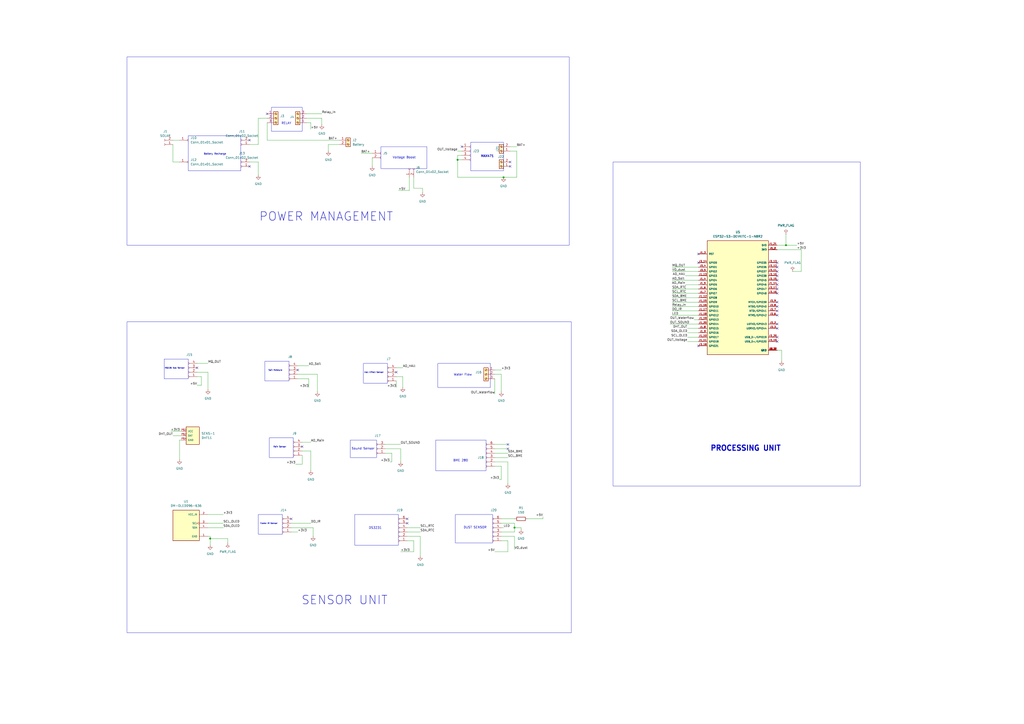
<source format=kicad_sch>
(kicad_sch
	(version 20250114)
	(generator "eeschema")
	(generator_version "9.0")
	(uuid "7b099bad-a745-402d-8e41-a05933b08241")
	(paper "A2")
	(title_block
		(title "Smart City")
		(date "2025-03-08")
		(company "Downcounters")
	)
	(lib_symbols
		(symbol "Conn_01x02_Socket_1"
			(pin_names
				(offset 1.016)
				(hide yes)
			)
			(exclude_from_sim no)
			(in_bom yes)
			(on_board yes)
			(property "Reference" "J"
				(at 0 -1.27 0)
				(effects
					(font
						(size 1.27 1.27)
					)
				)
			)
			(property "Value" "Conn_01x02_Socket"
				(at 0 -8.89 0)
				(effects
					(font
						(size 1.27 1.27)
					)
				)
			)
			(property "Footprint" ""
				(at 0 0 0)
				(effects
					(font
						(size 1.27 1.27)
					)
					(hide yes)
				)
			)
			(property "Datasheet" "~"
				(at 0 0 0)
				(effects
					(font
						(size 1.27 1.27)
					)
					(hide yes)
				)
			)
			(property "Description" "Generic connector, single row, 01x02, script generated"
				(at 0 0 0)
				(effects
					(font
						(size 1.27 1.27)
					)
					(hide yes)
				)
			)
			(property "ki_locked" ""
				(at 0 0 0)
				(effects
					(font
						(size 1.27 1.27)
					)
				)
			)
			(property "ki_keywords" "connector"
				(at 0 0 0)
				(effects
					(font
						(size 1.27 1.27)
					)
					(hide yes)
				)
			)
			(property "ki_fp_filters" "Connector*:*_1x??_*"
				(at 0 0 0)
				(effects
					(font
						(size 1.27 1.27)
					)
					(hide yes)
				)
			)
			(symbol "Conn_01x02_Socket_1_1_1"
				(polyline
					(pts
						(xy -1.27 -3.81) (xy -0.508 -3.81)
					)
					(stroke
						(width 0.1524)
						(type default)
					)
					(fill
						(type none)
					)
				)
				(polyline
					(pts
						(xy -1.27 -6.35) (xy -0.508 -6.35)
					)
					(stroke
						(width 0.1524)
						(type default)
					)
					(fill
						(type none)
					)
				)
				(arc
					(start 0 -4.318)
					(mid -0.5058 -3.81)
					(end 0 -3.302)
					(stroke
						(width 0.1524)
						(type default)
					)
					(fill
						(type none)
					)
				)
				(arc
					(start 0 -6.858)
					(mid -0.5058 -6.35)
					(end 0 -5.842)
					(stroke
						(width 0.1524)
						(type default)
					)
					(fill
						(type none)
					)
				)
				(pin passive line
					(at -5.08 -3.81 0)
					(length 3.81)
					(name "Pin_1"
						(effects
							(font
								(size 1.27 1.27)
							)
						)
					)
					(number "1"
						(effects
							(font
								(size 1.27 1.27)
							)
						)
					)
				)
				(pin passive line
					(at -5.08 -6.35 0)
					(length 3.81)
					(name "Pin_2"
						(effects
							(font
								(size 1.27 1.27)
							)
						)
					)
					(number "2"
						(effects
							(font
								(size 1.27 1.27)
							)
						)
					)
				)
			)
			(embedded_fonts no)
		)
		(symbol "Conn_01x02_Socket_2"
			(pin_names
				(offset 1.016)
				(hide yes)
			)
			(exclude_from_sim no)
			(in_bom yes)
			(on_board yes)
			(property "Reference" "J"
				(at 0 -1.27 0)
				(effects
					(font
						(size 1.27 1.27)
					)
				)
			)
			(property "Value" "Conn_01x02_Socket"
				(at 0 -8.89 0)
				(effects
					(font
						(size 1.27 1.27)
					)
				)
			)
			(property "Footprint" ""
				(at 0 0 0)
				(effects
					(font
						(size 1.27 1.27)
					)
					(hide yes)
				)
			)
			(property "Datasheet" "~"
				(at 0 0 0)
				(effects
					(font
						(size 1.27 1.27)
					)
					(hide yes)
				)
			)
			(property "Description" "Generic connector, single row, 01x02, script generated"
				(at 0 0 0)
				(effects
					(font
						(size 1.27 1.27)
					)
					(hide yes)
				)
			)
			(property "ki_locked" ""
				(at 0 0 0)
				(effects
					(font
						(size 1.27 1.27)
					)
				)
			)
			(property "ki_keywords" "connector"
				(at 0 0 0)
				(effects
					(font
						(size 1.27 1.27)
					)
					(hide yes)
				)
			)
			(property "ki_fp_filters" "Connector*:*_1x??_*"
				(at 0 0 0)
				(effects
					(font
						(size 1.27 1.27)
					)
					(hide yes)
				)
			)
			(symbol "Conn_01x02_Socket_2_1_1"
				(polyline
					(pts
						(xy -1.27 -3.81) (xy -0.508 -3.81)
					)
					(stroke
						(width 0.1524)
						(type default)
					)
					(fill
						(type none)
					)
				)
				(polyline
					(pts
						(xy -1.27 -6.35) (xy -0.508 -6.35)
					)
					(stroke
						(width 0.1524)
						(type default)
					)
					(fill
						(type none)
					)
				)
				(arc
					(start 0 -4.318)
					(mid -0.5058 -3.81)
					(end 0 -3.302)
					(stroke
						(width 0.1524)
						(type default)
					)
					(fill
						(type none)
					)
				)
				(arc
					(start 0 -6.858)
					(mid -0.5058 -6.35)
					(end 0 -5.842)
					(stroke
						(width 0.1524)
						(type default)
					)
					(fill
						(type none)
					)
				)
				(pin passive line
					(at -5.08 -3.81 0)
					(length 3.81)
					(name "Pin_1"
						(effects
							(font
								(size 1.27 1.27)
							)
						)
					)
					(number "1"
						(effects
							(font
								(size 1.27 1.27)
							)
						)
					)
				)
				(pin passive line
					(at -5.08 -6.35 0)
					(length 3.81)
					(name "Pin_2"
						(effects
							(font
								(size 1.27 1.27)
							)
						)
					)
					(number "2"
						(effects
							(font
								(size 1.27 1.27)
							)
						)
					)
				)
			)
			(embedded_fonts no)
		)
		(symbol "Conn_01x02_Socket_3"
			(pin_names
				(offset 1.016)
				(hide yes)
			)
			(exclude_from_sim no)
			(in_bom yes)
			(on_board yes)
			(property "Reference" "J"
				(at 0 -1.27 0)
				(effects
					(font
						(size 1.27 1.27)
					)
				)
			)
			(property "Value" "Conn_01x02_Socket"
				(at 0 -8.89 0)
				(effects
					(font
						(size 1.27 1.27)
					)
				)
			)
			(property "Footprint" ""
				(at 0 0 0)
				(effects
					(font
						(size 1.27 1.27)
					)
					(hide yes)
				)
			)
			(property "Datasheet" "~"
				(at 0 0 0)
				(effects
					(font
						(size 1.27 1.27)
					)
					(hide yes)
				)
			)
			(property "Description" "Generic connector, single row, 01x02, script generated"
				(at 0 0 0)
				(effects
					(font
						(size 1.27 1.27)
					)
					(hide yes)
				)
			)
			(property "ki_locked" ""
				(at 0 0 0)
				(effects
					(font
						(size 1.27 1.27)
					)
				)
			)
			(property "ki_keywords" "connector"
				(at 0 0 0)
				(effects
					(font
						(size 1.27 1.27)
					)
					(hide yes)
				)
			)
			(property "ki_fp_filters" "Connector*:*_1x??_*"
				(at 0 0 0)
				(effects
					(font
						(size 1.27 1.27)
					)
					(hide yes)
				)
			)
			(symbol "Conn_01x02_Socket_3_1_1"
				(polyline
					(pts
						(xy -1.27 -3.81) (xy -0.508 -3.81)
					)
					(stroke
						(width 0.1524)
						(type default)
					)
					(fill
						(type none)
					)
				)
				(polyline
					(pts
						(xy -1.27 -6.35) (xy -0.508 -6.35)
					)
					(stroke
						(width 0.1524)
						(type default)
					)
					(fill
						(type none)
					)
				)
				(arc
					(start 0 -4.318)
					(mid -0.5058 -3.81)
					(end 0 -3.302)
					(stroke
						(width 0.1524)
						(type default)
					)
					(fill
						(type none)
					)
				)
				(arc
					(start 0 -6.858)
					(mid -0.5058 -6.35)
					(end 0 -5.842)
					(stroke
						(width 0.1524)
						(type default)
					)
					(fill
						(type none)
					)
				)
				(pin passive line
					(at -5.08 -3.81 0)
					(length 3.81)
					(name "Pin_1"
						(effects
							(font
								(size 1.27 1.27)
							)
						)
					)
					(number "1"
						(effects
							(font
								(size 1.27 1.27)
							)
						)
					)
				)
				(pin passive line
					(at -5.08 -6.35 0)
					(length 3.81)
					(name "Pin_2"
						(effects
							(font
								(size 1.27 1.27)
							)
						)
					)
					(number "2"
						(effects
							(font
								(size 1.27 1.27)
							)
						)
					)
				)
			)
			(embedded_fonts no)
		)
		(symbol "Connector:Conn_01x01_Socket"
			(pin_names
				(offset 1.016)
				(hide yes)
			)
			(exclude_from_sim no)
			(in_bom yes)
			(on_board yes)
			(property "Reference" "J"
				(at 0 2.54 0)
				(effects
					(font
						(size 1.27 1.27)
					)
				)
			)
			(property "Value" "Conn_01x01_Socket"
				(at 0 -2.54 0)
				(effects
					(font
						(size 1.27 1.27)
					)
				)
			)
			(property "Footprint" ""
				(at 0 0 0)
				(effects
					(font
						(size 1.27 1.27)
					)
					(hide yes)
				)
			)
			(property "Datasheet" "~"
				(at 0 0 0)
				(effects
					(font
						(size 1.27 1.27)
					)
					(hide yes)
				)
			)
			(property "Description" "Generic connector, single row, 01x01, script generated"
				(at 0 0 0)
				(effects
					(font
						(size 1.27 1.27)
					)
					(hide yes)
				)
			)
			(property "ki_locked" ""
				(at 0 0 0)
				(effects
					(font
						(size 1.27 1.27)
					)
				)
			)
			(property "ki_keywords" "connector"
				(at 0 0 0)
				(effects
					(font
						(size 1.27 1.27)
					)
					(hide yes)
				)
			)
			(property "ki_fp_filters" "Connector*:*_1x??_*"
				(at 0 0 0)
				(effects
					(font
						(size 1.27 1.27)
					)
					(hide yes)
				)
			)
			(symbol "Conn_01x01_Socket_1_1"
				(polyline
					(pts
						(xy -1.27 0) (xy -0.508 0)
					)
					(stroke
						(width 0.1524)
						(type default)
					)
					(fill
						(type none)
					)
				)
				(arc
					(start 0 -0.508)
					(mid -0.5058 0)
					(end 0 0.508)
					(stroke
						(width 0.1524)
						(type default)
					)
					(fill
						(type none)
					)
				)
				(pin passive line
					(at -5.08 0 0)
					(length 3.81)
					(name "Pin_1"
						(effects
							(font
								(size 1.27 1.27)
							)
						)
					)
					(number "1"
						(effects
							(font
								(size 1.27 1.27)
							)
						)
					)
				)
			)
			(embedded_fonts no)
		)
		(symbol "Connector:Conn_01x02_Socket"
			(pin_names
				(offset 1.016)
				(hide yes)
			)
			(exclude_from_sim no)
			(in_bom yes)
			(on_board yes)
			(property "Reference" "J"
				(at 0 2.54 0)
				(effects
					(font
						(size 1.27 1.27)
					)
				)
			)
			(property "Value" "Conn_01x02_Socket"
				(at 0 -5.08 0)
				(effects
					(font
						(size 1.27 1.27)
					)
				)
			)
			(property "Footprint" ""
				(at 0 0 0)
				(effects
					(font
						(size 1.27 1.27)
					)
					(hide yes)
				)
			)
			(property "Datasheet" "~"
				(at 0 0 0)
				(effects
					(font
						(size 1.27 1.27)
					)
					(hide yes)
				)
			)
			(property "Description" "Generic connector, single row, 01x02, script generated"
				(at 0 0 0)
				(effects
					(font
						(size 1.27 1.27)
					)
					(hide yes)
				)
			)
			(property "ki_locked" ""
				(at 0 0 0)
				(effects
					(font
						(size 1.27 1.27)
					)
				)
			)
			(property "ki_keywords" "connector"
				(at 0 0 0)
				(effects
					(font
						(size 1.27 1.27)
					)
					(hide yes)
				)
			)
			(property "ki_fp_filters" "Connector*:*_1x??_*"
				(at 0 0 0)
				(effects
					(font
						(size 1.27 1.27)
					)
					(hide yes)
				)
			)
			(symbol "Conn_01x02_Socket_1_1"
				(polyline
					(pts
						(xy -1.27 0) (xy -0.508 0)
					)
					(stroke
						(width 0.1524)
						(type default)
					)
					(fill
						(type none)
					)
				)
				(polyline
					(pts
						(xy -1.27 -2.54) (xy -0.508 -2.54)
					)
					(stroke
						(width 0.1524)
						(type default)
					)
					(fill
						(type none)
					)
				)
				(arc
					(start 0 -0.508)
					(mid -0.5058 0)
					(end 0 0.508)
					(stroke
						(width 0.1524)
						(type default)
					)
					(fill
						(type none)
					)
				)
				(arc
					(start 0 -3.048)
					(mid -0.5058 -2.54)
					(end 0 -2.032)
					(stroke
						(width 0.1524)
						(type default)
					)
					(fill
						(type none)
					)
				)
				(pin passive line
					(at -5.08 0 0)
					(length 3.81)
					(name "Pin_1"
						(effects
							(font
								(size 1.27 1.27)
							)
						)
					)
					(number "1"
						(effects
							(font
								(size 1.27 1.27)
							)
						)
					)
				)
				(pin passive line
					(at -5.08 -2.54 0)
					(length 3.81)
					(name "Pin_2"
						(effects
							(font
								(size 1.27 1.27)
							)
						)
					)
					(number "2"
						(effects
							(font
								(size 1.27 1.27)
							)
						)
					)
				)
			)
			(embedded_fonts no)
		)
		(symbol "Connector:Conn_01x03_Socket"
			(pin_names
				(offset 1.016)
				(hide yes)
			)
			(exclude_from_sim no)
			(in_bom yes)
			(on_board yes)
			(property "Reference" "J"
				(at 0 5.08 0)
				(effects
					(font
						(size 1.27 1.27)
					)
				)
			)
			(property "Value" "Conn_01x03_Socket"
				(at 0 -5.08 0)
				(effects
					(font
						(size 1.27 1.27)
					)
				)
			)
			(property "Footprint" ""
				(at 0 0 0)
				(effects
					(font
						(size 1.27 1.27)
					)
					(hide yes)
				)
			)
			(property "Datasheet" "~"
				(at 0 0 0)
				(effects
					(font
						(size 1.27 1.27)
					)
					(hide yes)
				)
			)
			(property "Description" "Generic connector, single row, 01x03, script generated"
				(at 0 0 0)
				(effects
					(font
						(size 1.27 1.27)
					)
					(hide yes)
				)
			)
			(property "ki_locked" ""
				(at 0 0 0)
				(effects
					(font
						(size 1.27 1.27)
					)
				)
			)
			(property "ki_keywords" "connector"
				(at 0 0 0)
				(effects
					(font
						(size 1.27 1.27)
					)
					(hide yes)
				)
			)
			(property "ki_fp_filters" "Connector*:*_1x??_*"
				(at 0 0 0)
				(effects
					(font
						(size 1.27 1.27)
					)
					(hide yes)
				)
			)
			(symbol "Conn_01x03_Socket_1_1"
				(polyline
					(pts
						(xy -1.27 2.54) (xy -0.508 2.54)
					)
					(stroke
						(width 0.1524)
						(type default)
					)
					(fill
						(type none)
					)
				)
				(polyline
					(pts
						(xy -1.27 0) (xy -0.508 0)
					)
					(stroke
						(width 0.1524)
						(type default)
					)
					(fill
						(type none)
					)
				)
				(polyline
					(pts
						(xy -1.27 -2.54) (xy -0.508 -2.54)
					)
					(stroke
						(width 0.1524)
						(type default)
					)
					(fill
						(type none)
					)
				)
				(arc
					(start 0 2.032)
					(mid -0.5058 2.54)
					(end 0 3.048)
					(stroke
						(width 0.1524)
						(type default)
					)
					(fill
						(type none)
					)
				)
				(arc
					(start 0 -0.508)
					(mid -0.5058 0)
					(end 0 0.508)
					(stroke
						(width 0.1524)
						(type default)
					)
					(fill
						(type none)
					)
				)
				(arc
					(start 0 -3.048)
					(mid -0.5058 -2.54)
					(end 0 -2.032)
					(stroke
						(width 0.1524)
						(type default)
					)
					(fill
						(type none)
					)
				)
				(pin passive line
					(at -5.08 2.54 0)
					(length 3.81)
					(name "Pin_1"
						(effects
							(font
								(size 1.27 1.27)
							)
						)
					)
					(number "1"
						(effects
							(font
								(size 1.27 1.27)
							)
						)
					)
				)
				(pin passive line
					(at -5.08 0 0)
					(length 3.81)
					(name "Pin_2"
						(effects
							(font
								(size 1.27 1.27)
							)
						)
					)
					(number "2"
						(effects
							(font
								(size 1.27 1.27)
							)
						)
					)
				)
				(pin passive line
					(at -5.08 -2.54 0)
					(length 3.81)
					(name "Pin_3"
						(effects
							(font
								(size 1.27 1.27)
							)
						)
					)
					(number "3"
						(effects
							(font
								(size 1.27 1.27)
							)
						)
					)
				)
			)
			(embedded_fonts no)
		)
		(symbol "Connector:Conn_01x04_Socket"
			(pin_names
				(offset 1.016)
				(hide yes)
			)
			(exclude_from_sim no)
			(in_bom yes)
			(on_board yes)
			(property "Reference" "J"
				(at 0 5.08 0)
				(effects
					(font
						(size 1.27 1.27)
					)
				)
			)
			(property "Value" "Conn_01x04_Socket"
				(at 0 -7.62 0)
				(effects
					(font
						(size 1.27 1.27)
					)
				)
			)
			(property "Footprint" ""
				(at 0 0 0)
				(effects
					(font
						(size 1.27 1.27)
					)
					(hide yes)
				)
			)
			(property "Datasheet" "~"
				(at 0 0 0)
				(effects
					(font
						(size 1.27 1.27)
					)
					(hide yes)
				)
			)
			(property "Description" "Generic connector, single row, 01x04, script generated"
				(at 0 0 0)
				(effects
					(font
						(size 1.27 1.27)
					)
					(hide yes)
				)
			)
			(property "ki_locked" ""
				(at 0 0 0)
				(effects
					(font
						(size 1.27 1.27)
					)
				)
			)
			(property "ki_keywords" "connector"
				(at 0 0 0)
				(effects
					(font
						(size 1.27 1.27)
					)
					(hide yes)
				)
			)
			(property "ki_fp_filters" "Connector*:*_1x??_*"
				(at 0 0 0)
				(effects
					(font
						(size 1.27 1.27)
					)
					(hide yes)
				)
			)
			(symbol "Conn_01x04_Socket_1_1"
				(polyline
					(pts
						(xy -1.27 2.54) (xy -0.508 2.54)
					)
					(stroke
						(width 0.1524)
						(type default)
					)
					(fill
						(type none)
					)
				)
				(polyline
					(pts
						(xy -1.27 0) (xy -0.508 0)
					)
					(stroke
						(width 0.1524)
						(type default)
					)
					(fill
						(type none)
					)
				)
				(polyline
					(pts
						(xy -1.27 -2.54) (xy -0.508 -2.54)
					)
					(stroke
						(width 0.1524)
						(type default)
					)
					(fill
						(type none)
					)
				)
				(polyline
					(pts
						(xy -1.27 -5.08) (xy -0.508 -5.08)
					)
					(stroke
						(width 0.1524)
						(type default)
					)
					(fill
						(type none)
					)
				)
				(arc
					(start 0 2.032)
					(mid -0.5058 2.54)
					(end 0 3.048)
					(stroke
						(width 0.1524)
						(type default)
					)
					(fill
						(type none)
					)
				)
				(arc
					(start 0 -0.508)
					(mid -0.5058 0)
					(end 0 0.508)
					(stroke
						(width 0.1524)
						(type default)
					)
					(fill
						(type none)
					)
				)
				(arc
					(start 0 -3.048)
					(mid -0.5058 -2.54)
					(end 0 -2.032)
					(stroke
						(width 0.1524)
						(type default)
					)
					(fill
						(type none)
					)
				)
				(arc
					(start 0 -5.588)
					(mid -0.5058 -5.08)
					(end 0 -4.572)
					(stroke
						(width 0.1524)
						(type default)
					)
					(fill
						(type none)
					)
				)
				(pin passive line
					(at -5.08 2.54 0)
					(length 3.81)
					(name "Pin_1"
						(effects
							(font
								(size 1.27 1.27)
							)
						)
					)
					(number "1"
						(effects
							(font
								(size 1.27 1.27)
							)
						)
					)
				)
				(pin passive line
					(at -5.08 0 0)
					(length 3.81)
					(name "Pin_2"
						(effects
							(font
								(size 1.27 1.27)
							)
						)
					)
					(number "2"
						(effects
							(font
								(size 1.27 1.27)
							)
						)
					)
				)
				(pin passive line
					(at -5.08 -2.54 0)
					(length 3.81)
					(name "Pin_3"
						(effects
							(font
								(size 1.27 1.27)
							)
						)
					)
					(number "3"
						(effects
							(font
								(size 1.27 1.27)
							)
						)
					)
				)
				(pin passive line
					(at -5.08 -5.08 0)
					(length 3.81)
					(name "Pin_4"
						(effects
							(font
								(size 1.27 1.27)
							)
						)
					)
					(number "4"
						(effects
							(font
								(size 1.27 1.27)
							)
						)
					)
				)
			)
			(embedded_fonts no)
		)
		(symbol "Connector:Conn_01x06_Socket"
			(pin_names
				(offset 1.016)
				(hide yes)
			)
			(exclude_from_sim no)
			(in_bom yes)
			(on_board yes)
			(property "Reference" "J"
				(at 0 7.62 0)
				(effects
					(font
						(size 1.27 1.27)
					)
				)
			)
			(property "Value" "Conn_01x06_Socket"
				(at 0 -10.16 0)
				(effects
					(font
						(size 1.27 1.27)
					)
				)
			)
			(property "Footprint" ""
				(at 0 0 0)
				(effects
					(font
						(size 1.27 1.27)
					)
					(hide yes)
				)
			)
			(property "Datasheet" "~"
				(at 0 0 0)
				(effects
					(font
						(size 1.27 1.27)
					)
					(hide yes)
				)
			)
			(property "Description" "Generic connector, single row, 01x06, script generated"
				(at 0 0 0)
				(effects
					(font
						(size 1.27 1.27)
					)
					(hide yes)
				)
			)
			(property "ki_locked" ""
				(at 0 0 0)
				(effects
					(font
						(size 1.27 1.27)
					)
				)
			)
			(property "ki_keywords" "connector"
				(at 0 0 0)
				(effects
					(font
						(size 1.27 1.27)
					)
					(hide yes)
				)
			)
			(property "ki_fp_filters" "Connector*:*_1x??_*"
				(at 0 0 0)
				(effects
					(font
						(size 1.27 1.27)
					)
					(hide yes)
				)
			)
			(symbol "Conn_01x06_Socket_1_1"
				(polyline
					(pts
						(xy -1.27 5.08) (xy -0.508 5.08)
					)
					(stroke
						(width 0.1524)
						(type default)
					)
					(fill
						(type none)
					)
				)
				(polyline
					(pts
						(xy -1.27 2.54) (xy -0.508 2.54)
					)
					(stroke
						(width 0.1524)
						(type default)
					)
					(fill
						(type none)
					)
				)
				(polyline
					(pts
						(xy -1.27 0) (xy -0.508 0)
					)
					(stroke
						(width 0.1524)
						(type default)
					)
					(fill
						(type none)
					)
				)
				(polyline
					(pts
						(xy -1.27 -2.54) (xy -0.508 -2.54)
					)
					(stroke
						(width 0.1524)
						(type default)
					)
					(fill
						(type none)
					)
				)
				(polyline
					(pts
						(xy -1.27 -5.08) (xy -0.508 -5.08)
					)
					(stroke
						(width 0.1524)
						(type default)
					)
					(fill
						(type none)
					)
				)
				(polyline
					(pts
						(xy -1.27 -7.62) (xy -0.508 -7.62)
					)
					(stroke
						(width 0.1524)
						(type default)
					)
					(fill
						(type none)
					)
				)
				(arc
					(start 0 4.572)
					(mid -0.5058 5.08)
					(end 0 5.588)
					(stroke
						(width 0.1524)
						(type default)
					)
					(fill
						(type none)
					)
				)
				(arc
					(start 0 2.032)
					(mid -0.5058 2.54)
					(end 0 3.048)
					(stroke
						(width 0.1524)
						(type default)
					)
					(fill
						(type none)
					)
				)
				(arc
					(start 0 -0.508)
					(mid -0.5058 0)
					(end 0 0.508)
					(stroke
						(width 0.1524)
						(type default)
					)
					(fill
						(type none)
					)
				)
				(arc
					(start 0 -3.048)
					(mid -0.5058 -2.54)
					(end 0 -2.032)
					(stroke
						(width 0.1524)
						(type default)
					)
					(fill
						(type none)
					)
				)
				(arc
					(start 0 -5.588)
					(mid -0.5058 -5.08)
					(end 0 -4.572)
					(stroke
						(width 0.1524)
						(type default)
					)
					(fill
						(type none)
					)
				)
				(arc
					(start 0 -8.128)
					(mid -0.5058 -7.62)
					(end 0 -7.112)
					(stroke
						(width 0.1524)
						(type default)
					)
					(fill
						(type none)
					)
				)
				(pin passive line
					(at -5.08 5.08 0)
					(length 3.81)
					(name "Pin_1"
						(effects
							(font
								(size 1.27 1.27)
							)
						)
					)
					(number "1"
						(effects
							(font
								(size 1.27 1.27)
							)
						)
					)
				)
				(pin passive line
					(at -5.08 2.54 0)
					(length 3.81)
					(name "Pin_2"
						(effects
							(font
								(size 1.27 1.27)
							)
						)
					)
					(number "2"
						(effects
							(font
								(size 1.27 1.27)
							)
						)
					)
				)
				(pin passive line
					(at -5.08 0 0)
					(length 3.81)
					(name "Pin_3"
						(effects
							(font
								(size 1.27 1.27)
							)
						)
					)
					(number "3"
						(effects
							(font
								(size 1.27 1.27)
							)
						)
					)
				)
				(pin passive line
					(at -5.08 -2.54 0)
					(length 3.81)
					(name "Pin_4"
						(effects
							(font
								(size 1.27 1.27)
							)
						)
					)
					(number "4"
						(effects
							(font
								(size 1.27 1.27)
							)
						)
					)
				)
				(pin passive line
					(at -5.08 -5.08 0)
					(length 3.81)
					(name "Pin_5"
						(effects
							(font
								(size 1.27 1.27)
							)
						)
					)
					(number "5"
						(effects
							(font
								(size 1.27 1.27)
							)
						)
					)
				)
				(pin passive line
					(at -5.08 -7.62 0)
					(length 3.81)
					(name "Pin_6"
						(effects
							(font
								(size 1.27 1.27)
							)
						)
					)
					(number "6"
						(effects
							(font
								(size 1.27 1.27)
							)
						)
					)
				)
			)
			(embedded_fonts no)
		)
		(symbol "Connector:Screw_Terminal_01x02"
			(pin_names
				(offset 1.016)
				(hide yes)
			)
			(exclude_from_sim no)
			(in_bom yes)
			(on_board yes)
			(property "Reference" "J"
				(at 0 2.54 0)
				(effects
					(font
						(size 1.27 1.27)
					)
				)
			)
			(property "Value" "Screw_Terminal_01x02"
				(at 0 -5.08 0)
				(effects
					(font
						(size 1.27 1.27)
					)
				)
			)
			(property "Footprint" ""
				(at 0 0 0)
				(effects
					(font
						(size 1.27 1.27)
					)
					(hide yes)
				)
			)
			(property "Datasheet" "~"
				(at 0 0 0)
				(effects
					(font
						(size 1.27 1.27)
					)
					(hide yes)
				)
			)
			(property "Description" "Generic screw terminal, single row, 01x02, script generated (kicad-library-utils/schlib/autogen/connector/)"
				(at 0 0 0)
				(effects
					(font
						(size 1.27 1.27)
					)
					(hide yes)
				)
			)
			(property "ki_keywords" "screw terminal"
				(at 0 0 0)
				(effects
					(font
						(size 1.27 1.27)
					)
					(hide yes)
				)
			)
			(property "ki_fp_filters" "TerminalBlock*:*"
				(at 0 0 0)
				(effects
					(font
						(size 1.27 1.27)
					)
					(hide yes)
				)
			)
			(symbol "Screw_Terminal_01x02_1_1"
				(rectangle
					(start -1.27 1.27)
					(end 1.27 -3.81)
					(stroke
						(width 0.254)
						(type default)
					)
					(fill
						(type background)
					)
				)
				(polyline
					(pts
						(xy -0.5334 0.3302) (xy 0.3302 -0.508)
					)
					(stroke
						(width 0.1524)
						(type default)
					)
					(fill
						(type none)
					)
				)
				(polyline
					(pts
						(xy -0.5334 -2.2098) (xy 0.3302 -3.048)
					)
					(stroke
						(width 0.1524)
						(type default)
					)
					(fill
						(type none)
					)
				)
				(polyline
					(pts
						(xy -0.3556 0.508) (xy 0.508 -0.3302)
					)
					(stroke
						(width 0.1524)
						(type default)
					)
					(fill
						(type none)
					)
				)
				(polyline
					(pts
						(xy -0.3556 -2.032) (xy 0.508 -2.8702)
					)
					(stroke
						(width 0.1524)
						(type default)
					)
					(fill
						(type none)
					)
				)
				(circle
					(center 0 0)
					(radius 0.635)
					(stroke
						(width 0.1524)
						(type default)
					)
					(fill
						(type none)
					)
				)
				(circle
					(center 0 -2.54)
					(radius 0.635)
					(stroke
						(width 0.1524)
						(type default)
					)
					(fill
						(type none)
					)
				)
				(pin passive line
					(at -5.08 0 0)
					(length 3.81)
					(name "Pin_1"
						(effects
							(font
								(size 1.27 1.27)
							)
						)
					)
					(number "1"
						(effects
							(font
								(size 1.27 1.27)
							)
						)
					)
				)
				(pin passive line
					(at -5.08 -2.54 0)
					(length 3.81)
					(name "Pin_2"
						(effects
							(font
								(size 1.27 1.27)
							)
						)
					)
					(number "2"
						(effects
							(font
								(size 1.27 1.27)
							)
						)
					)
				)
			)
			(embedded_fonts no)
		)
		(symbol "Connector:Screw_Terminal_01x03"
			(pin_names
				(offset 1.016)
				(hide yes)
			)
			(exclude_from_sim no)
			(in_bom yes)
			(on_board yes)
			(property "Reference" "J"
				(at 0 5.08 0)
				(effects
					(font
						(size 1.27 1.27)
					)
				)
			)
			(property "Value" "Screw_Terminal_01x03"
				(at 0 -5.08 0)
				(effects
					(font
						(size 1.27 1.27)
					)
				)
			)
			(property "Footprint" ""
				(at 0 0 0)
				(effects
					(font
						(size 1.27 1.27)
					)
					(hide yes)
				)
			)
			(property "Datasheet" "~"
				(at 0 0 0)
				(effects
					(font
						(size 1.27 1.27)
					)
					(hide yes)
				)
			)
			(property "Description" "Generic screw terminal, single row, 01x03, script generated (kicad-library-utils/schlib/autogen/connector/)"
				(at 0 0 0)
				(effects
					(font
						(size 1.27 1.27)
					)
					(hide yes)
				)
			)
			(property "ki_keywords" "screw terminal"
				(at 0 0 0)
				(effects
					(font
						(size 1.27 1.27)
					)
					(hide yes)
				)
			)
			(property "ki_fp_filters" "TerminalBlock*:*"
				(at 0 0 0)
				(effects
					(font
						(size 1.27 1.27)
					)
					(hide yes)
				)
			)
			(symbol "Screw_Terminal_01x03_1_1"
				(rectangle
					(start -1.27 3.81)
					(end 1.27 -3.81)
					(stroke
						(width 0.254)
						(type default)
					)
					(fill
						(type background)
					)
				)
				(polyline
					(pts
						(xy -0.5334 2.8702) (xy 0.3302 2.032)
					)
					(stroke
						(width 0.1524)
						(type default)
					)
					(fill
						(type none)
					)
				)
				(polyline
					(pts
						(xy -0.5334 0.3302) (xy 0.3302 -0.508)
					)
					(stroke
						(width 0.1524)
						(type default)
					)
					(fill
						(type none)
					)
				)
				(polyline
					(pts
						(xy -0.5334 -2.2098) (xy 0.3302 -3.048)
					)
					(stroke
						(width 0.1524)
						(type default)
					)
					(fill
						(type none)
					)
				)
				(polyline
					(pts
						(xy -0.3556 3.048) (xy 0.508 2.2098)
					)
					(stroke
						(width 0.1524)
						(type default)
					)
					(fill
						(type none)
					)
				)
				(polyline
					(pts
						(xy -0.3556 0.508) (xy 0.508 -0.3302)
					)
					(stroke
						(width 0.1524)
						(type default)
					)
					(fill
						(type none)
					)
				)
				(polyline
					(pts
						(xy -0.3556 -2.032) (xy 0.508 -2.8702)
					)
					(stroke
						(width 0.1524)
						(type default)
					)
					(fill
						(type none)
					)
				)
				(circle
					(center 0 2.54)
					(radius 0.635)
					(stroke
						(width 0.1524)
						(type default)
					)
					(fill
						(type none)
					)
				)
				(circle
					(center 0 0)
					(radius 0.635)
					(stroke
						(width 0.1524)
						(type default)
					)
					(fill
						(type none)
					)
				)
				(circle
					(center 0 -2.54)
					(radius 0.635)
					(stroke
						(width 0.1524)
						(type default)
					)
					(fill
						(type none)
					)
				)
				(pin passive line
					(at -5.08 2.54 0)
					(length 3.81)
					(name "Pin_1"
						(effects
							(font
								(size 1.27 1.27)
							)
						)
					)
					(number "1"
						(effects
							(font
								(size 1.27 1.27)
							)
						)
					)
				)
				(pin passive line
					(at -5.08 0 0)
					(length 3.81)
					(name "Pin_2"
						(effects
							(font
								(size 1.27 1.27)
							)
						)
					)
					(number "2"
						(effects
							(font
								(size 1.27 1.27)
							)
						)
					)
				)
				(pin passive line
					(at -5.08 -2.54 0)
					(length 3.81)
					(name "Pin_3"
						(effects
							(font
								(size 1.27 1.27)
							)
						)
					)
					(number "3"
						(effects
							(font
								(size 1.27 1.27)
							)
						)
					)
				)
			)
			(embedded_fonts no)
		)
		(symbol "DHT11:DHT11"
			(pin_names
				(offset 1.016)
			)
			(exclude_from_sim no)
			(in_bom yes)
			(on_board yes)
			(property "Reference" "SENS-"
				(at 0 5.842 0)
				(effects
					(font
						(size 1.27 1.27)
					)
					(justify left bottom)
				)
			)
			(property "Value" "DHT11"
				(at 0 -7.62 0)
				(effects
					(font
						(size 1.27 1.27)
					)
					(justify left bottom)
				)
			)
			(property "Footprint" "DHT11:SENSOR-DHT11"
				(at 0 0 0)
				(effects
					(font
						(size 1.27 1.27)
					)
					(justify bottom)
					(hide yes)
				)
			)
			(property "Datasheet" ""
				(at 0 0 0)
				(effects
					(font
						(size 1.27 1.27)
					)
					(hide yes)
				)
			)
			(property "Description" ""
				(at 0 0 0)
				(effects
					(font
						(size 1.27 1.27)
					)
					(hide yes)
				)
			)
			(property "MF" "UNIVERSAL-SOLDER Electronics Ltd"
				(at 0 0 0)
				(effects
					(font
						(size 1.27 1.27)
					)
					(justify bottom)
					(hide yes)
				)
			)
			(property "Description_1" "Humidity, Temperature Digital ±5% RH Through Hole"
				(at 0 0 0)
				(effects
					(font
						(size 1.27 1.27)
					)
					(justify bottom)
					(hide yes)
				)
			)
			(property "Package" "None"
				(at 0 0 0)
				(effects
					(font
						(size 1.27 1.27)
					)
					(justify bottom)
					(hide yes)
				)
			)
			(property "Price" "None"
				(at 0 0 0)
				(effects
					(font
						(size 1.27 1.27)
					)
					(justify bottom)
					(hide yes)
				)
			)
			(property "SnapEDA_Link" "https://www.snapeda.com/parts/DHT11/UNIVERSAL-SOLDER+Electronics+Ltd/view-part/?ref=snap"
				(at 0 0 0)
				(effects
					(font
						(size 1.27 1.27)
					)
					(justify bottom)
					(hide yes)
				)
			)
			(property "MP" "DHT11"
				(at 0 0 0)
				(effects
					(font
						(size 1.27 1.27)
					)
					(justify bottom)
					(hide yes)
				)
			)
			(property "Availability" "Not in stock"
				(at 0 0 0)
				(effects
					(font
						(size 1.27 1.27)
					)
					(justify bottom)
					(hide yes)
				)
			)
			(property "Check_prices" "https://www.snapeda.com/parts/DHT11/UNIVERSAL-SOLDER+Electronics+Ltd/view-part/?ref=eda"
				(at 0 0 0)
				(effects
					(font
						(size 1.27 1.27)
					)
					(justify bottom)
					(hide yes)
				)
			)
			(symbol "DHT11_0_0"
				(rectangle
					(start 0 -5.08)
					(end 7.62 5.08)
					(stroke
						(width 0.254)
						(type default)
					)
					(fill
						(type background)
					)
				)
				(pin bidirectional line
					(at -2.54 2.54 0)
					(length 2.54)
					(name "VCC"
						(effects
							(font
								(size 1.016 1.016)
							)
						)
					)
					(number "P$1"
						(effects
							(font
								(size 1.016 1.016)
							)
						)
					)
				)
				(pin bidirectional line
					(at -2.54 0 0)
					(length 2.54)
					(name "DAT"
						(effects
							(font
								(size 1.016 1.016)
							)
						)
					)
					(number "P$2"
						(effects
							(font
								(size 1.016 1.016)
							)
						)
					)
				)
				(pin bidirectional line
					(at -2.54 -2.54 0)
					(length 2.54)
					(name "GND"
						(effects
							(font
								(size 1.016 1.016)
							)
						)
					)
					(number "P$4"
						(effects
							(font
								(size 1.016 1.016)
							)
						)
					)
				)
			)
			(embedded_fonts no)
		)
		(symbol "DM-OLED096-636:DM-OLED096-636"
			(pin_names
				(offset 1.016)
			)
			(exclude_from_sim no)
			(in_bom yes)
			(on_board yes)
			(property "Reference" "U"
				(at -7.62 10.922 0)
				(effects
					(font
						(size 1.27 1.27)
					)
					(justify left bottom)
				)
			)
			(property "Value" "DM-OLED096-636"
				(at -7.62 -10.16 0)
				(effects
					(font
						(size 1.27 1.27)
					)
					(justify left bottom)
				)
			)
			(property "Footprint" "DM-OLED096-636:MODULE_DM-OLED096-636"
				(at 0 0 0)
				(effects
					(font
						(size 1.27 1.27)
					)
					(justify bottom)
					(hide yes)
				)
			)
			(property "Datasheet" ""
				(at 0 0 0)
				(effects
					(font
						(size 1.27 1.27)
					)
					(hide yes)
				)
			)
			(property "Description" ""
				(at 0 0 0)
				(effects
					(font
						(size 1.27 1.27)
					)
					(hide yes)
				)
			)
			(property "MF" "Display Module"
				(at 0 0 0)
				(effects
					(font
						(size 1.27 1.27)
					)
					(justify bottom)
					(hide yes)
				)
			)
			(property "MAXIMUM_PACKAGE_HEIGHT" "11.3 mm"
				(at 0 0 0)
				(effects
					(font
						(size 1.27 1.27)
					)
					(justify bottom)
					(hide yes)
				)
			)
			(property "Package" "Package"
				(at 0 0 0)
				(effects
					(font
						(size 1.27 1.27)
					)
					(justify bottom)
					(hide yes)
				)
			)
			(property "Price" "None"
				(at 0 0 0)
				(effects
					(font
						(size 1.27 1.27)
					)
					(justify bottom)
					(hide yes)
				)
			)
			(property "Check_prices" "https://www.snapeda.com/parts/DM-OLED096-636/Display+Module/view-part/?ref=eda"
				(at 0 0 0)
				(effects
					(font
						(size 1.27 1.27)
					)
					(justify bottom)
					(hide yes)
				)
			)
			(property "STANDARD" "Manufacturer Recommendations"
				(at 0 0 0)
				(effects
					(font
						(size 1.27 1.27)
					)
					(justify bottom)
					(hide yes)
				)
			)
			(property "PARTREV" "2018-09-10"
				(at 0 0 0)
				(effects
					(font
						(size 1.27 1.27)
					)
					(justify bottom)
					(hide yes)
				)
			)
			(property "SnapEDA_Link" "https://www.snapeda.com/parts/DM-OLED096-636/Display+Module/view-part/?ref=snap"
				(at 0 0 0)
				(effects
					(font
						(size 1.27 1.27)
					)
					(justify bottom)
					(hide yes)
				)
			)
			(property "MP" "DM-OLED096-636"
				(at 0 0 0)
				(effects
					(font
						(size 1.27 1.27)
					)
					(justify bottom)
					(hide yes)
				)
			)
			(property "Description_1" "0.96” 128 X 64 MONOCHROME GRAPHIC OLED DISPLAY MODULE - I2C"
				(at 0 0 0)
				(effects
					(font
						(size 1.27 1.27)
					)
					(justify bottom)
					(hide yes)
				)
			)
			(property "Availability" "Not in stock"
				(at 0 0 0)
				(effects
					(font
						(size 1.27 1.27)
					)
					(justify bottom)
					(hide yes)
				)
			)
			(property "MANUFACTURER" "Displaymodule"
				(at 0 0 0)
				(effects
					(font
						(size 1.27 1.27)
					)
					(justify bottom)
					(hide yes)
				)
			)
			(symbol "DM-OLED096-636_0_0"
				(rectangle
					(start -7.62 -7.62)
					(end 7.62 10.16)
					(stroke
						(width 0.254)
						(type default)
					)
					(fill
						(type background)
					)
				)
				(pin power_in line
					(at 12.7 7.62 180)
					(length 5.08)
					(name "VCC_IN"
						(effects
							(font
								(size 1.016 1.016)
							)
						)
					)
					(number "2"
						(effects
							(font
								(size 1.016 1.016)
							)
						)
					)
				)
				(pin input clock
					(at 12.7 2.54 180)
					(length 5.08)
					(name "SCL"
						(effects
							(font
								(size 1.016 1.016)
							)
						)
					)
					(number "3"
						(effects
							(font
								(size 1.016 1.016)
							)
						)
					)
				)
				(pin bidirectional line
					(at 12.7 0 180)
					(length 5.08)
					(name "SDA"
						(effects
							(font
								(size 1.016 1.016)
							)
						)
					)
					(number "4"
						(effects
							(font
								(size 1.016 1.016)
							)
						)
					)
				)
				(pin power_in line
					(at 12.7 -5.08 180)
					(length 5.08)
					(name "GND"
						(effects
							(font
								(size 1.016 1.016)
							)
						)
					)
					(number "1"
						(effects
							(font
								(size 1.016 1.016)
							)
						)
					)
				)
			)
			(embedded_fonts no)
		)
		(symbol "Device:R"
			(pin_numbers
				(hide yes)
			)
			(pin_names
				(offset 0)
			)
			(exclude_from_sim no)
			(in_bom yes)
			(on_board yes)
			(property "Reference" "R"
				(at 2.032 0 90)
				(effects
					(font
						(size 1.27 1.27)
					)
				)
			)
			(property "Value" "R"
				(at 0 0 90)
				(effects
					(font
						(size 1.27 1.27)
					)
				)
			)
			(property "Footprint" ""
				(at -1.778 0 90)
				(effects
					(font
						(size 1.27 1.27)
					)
					(hide yes)
				)
			)
			(property "Datasheet" "~"
				(at 0 0 0)
				(effects
					(font
						(size 1.27 1.27)
					)
					(hide yes)
				)
			)
			(property "Description" "Resistor"
				(at 0 0 0)
				(effects
					(font
						(size 1.27 1.27)
					)
					(hide yes)
				)
			)
			(property "ki_keywords" "R res resistor"
				(at 0 0 0)
				(effects
					(font
						(size 1.27 1.27)
					)
					(hide yes)
				)
			)
			(property "ki_fp_filters" "R_*"
				(at 0 0 0)
				(effects
					(font
						(size 1.27 1.27)
					)
					(hide yes)
				)
			)
			(symbol "R_0_1"
				(rectangle
					(start -1.016 -2.54)
					(end 1.016 2.54)
					(stroke
						(width 0.254)
						(type default)
					)
					(fill
						(type none)
					)
				)
			)
			(symbol "R_1_1"
				(pin passive line
					(at 0 3.81 270)
					(length 1.27)
					(name "~"
						(effects
							(font
								(size 1.27 1.27)
							)
						)
					)
					(number "1"
						(effects
							(font
								(size 1.27 1.27)
							)
						)
					)
				)
				(pin passive line
					(at 0 -3.81 90)
					(length 1.27)
					(name "~"
						(effects
							(font
								(size 1.27 1.27)
							)
						)
					)
					(number "2"
						(effects
							(font
								(size 1.27 1.27)
							)
						)
					)
				)
			)
			(embedded_fonts no)
		)
		(symbol "ESP32-S3-DEVKITC-1-N8R2:ESP32-S3-DEVKITC-1-N8R2"
			(pin_names
				(offset 1.016)
			)
			(exclude_from_sim no)
			(in_bom yes)
			(on_board yes)
			(property "Reference" "U"
				(at -17.78 35.56 0)
				(effects
					(font
						(size 1.27 1.27)
					)
					(justify left top)
				)
			)
			(property "Value" "ESP32-S3-DEVKITC-1-N8R2"
				(at -17.78 -35.56 0)
				(effects
					(font
						(size 1.27 1.27)
					)
					(justify left bottom)
				)
			)
			(property "Footprint" "ESP32-S3-DEVKITC-1-N8R2:XCVR_ESP32-S3-DEVKITC-1-N8R2"
				(at 0 0 0)
				(effects
					(font
						(size 1.27 1.27)
					)
					(justify bottom)
					(hide yes)
				)
			)
			(property "Datasheet" ""
				(at 0 0 0)
				(effects
					(font
						(size 1.27 1.27)
					)
					(hide yes)
				)
			)
			(property "Description" ""
				(at 0 0 0)
				(effects
					(font
						(size 1.27 1.27)
					)
					(hide yes)
				)
			)
			(property "MF" "Espressif Systems"
				(at 0 0 0)
				(effects
					(font
						(size 1.27 1.27)
					)
					(justify bottom)
					(hide yes)
				)
			)
			(property "Description_1" "WiFi Development Tools - 802.11 ESP32-S3 general-purpose development board, embeds ESP32-S3-WROOM-1-N8R2, with pin header"
				(at 0 0 0)
				(effects
					(font
						(size 1.27 1.27)
					)
					(justify bottom)
					(hide yes)
				)
			)
			(property "Package" "None"
				(at 0 0 0)
				(effects
					(font
						(size 1.27 1.27)
					)
					(justify bottom)
					(hide yes)
				)
			)
			(property "Price" "None"
				(at 0 0 0)
				(effects
					(font
						(size 1.27 1.27)
					)
					(justify bottom)
					(hide yes)
				)
			)
			(property "Check_prices" "https://www.snapeda.com/parts/ESP32-S3-DEVKITC-1-N8R2/Espressif+Systems/view-part/?ref=eda"
				(at 0 0 0)
				(effects
					(font
						(size 1.27 1.27)
					)
					(justify bottom)
					(hide yes)
				)
			)
			(property "STANDARD" "Manufacturer Recommendations"
				(at 0 0 0)
				(effects
					(font
						(size 1.27 1.27)
					)
					(justify bottom)
					(hide yes)
				)
			)
			(property "PARTREV" "V1"
				(at 0 0 0)
				(effects
					(font
						(size 1.27 1.27)
					)
					(justify bottom)
					(hide yes)
				)
			)
			(property "SnapEDA_Link" "https://www.snapeda.com/parts/ESP32-S3-DEVKITC-1-N8R2/Espressif+Systems/view-part/?ref=snap"
				(at 0 0 0)
				(effects
					(font
						(size 1.27 1.27)
					)
					(justify bottom)
					(hide yes)
				)
			)
			(property "MP" "ESP32-S3-DEVKITC-1-N8R2"
				(at 0 0 0)
				(effects
					(font
						(size 1.27 1.27)
					)
					(justify bottom)
					(hide yes)
				)
			)
			(property "Availability" "In Stock"
				(at 0 0 0)
				(effects
					(font
						(size 1.27 1.27)
					)
					(justify bottom)
					(hide yes)
				)
			)
			(property "MANUFACTURER" "Espressif"
				(at 0 0 0)
				(effects
					(font
						(size 1.27 1.27)
					)
					(justify bottom)
					(hide yes)
				)
			)
			(symbol "ESP32-S3-DEVKITC-1-N8R2_0_0"
				(rectangle
					(start -17.78 -33.02)
					(end 17.78 33.02)
					(stroke
						(width 0.254)
						(type default)
					)
					(fill
						(type background)
					)
				)
				(pin input line
					(at -22.86 25.4 0)
					(length 5.08)
					(name "RST"
						(effects
							(font
								(size 1.016 1.016)
							)
						)
					)
					(number "J1_3"
						(effects
							(font
								(size 1.016 1.016)
							)
						)
					)
				)
				(pin bidirectional line
					(at -22.86 20.32 0)
					(length 5.08)
					(name "GPIO0"
						(effects
							(font
								(size 1.016 1.016)
							)
						)
					)
					(number "J3_14"
						(effects
							(font
								(size 1.016 1.016)
							)
						)
					)
				)
				(pin bidirectional line
					(at -22.86 17.78 0)
					(length 5.08)
					(name "GPIO1"
						(effects
							(font
								(size 1.016 1.016)
							)
						)
					)
					(number "J3_4"
						(effects
							(font
								(size 1.016 1.016)
							)
						)
					)
				)
				(pin bidirectional line
					(at -22.86 15.24 0)
					(length 5.08)
					(name "GPIO2"
						(effects
							(font
								(size 1.016 1.016)
							)
						)
					)
					(number "J3_5"
						(effects
							(font
								(size 1.016 1.016)
							)
						)
					)
				)
				(pin bidirectional line
					(at -22.86 12.7 0)
					(length 5.08)
					(name "GPIO3"
						(effects
							(font
								(size 1.016 1.016)
							)
						)
					)
					(number "J1_13"
						(effects
							(font
								(size 1.016 1.016)
							)
						)
					)
				)
				(pin bidirectional line
					(at -22.86 10.16 0)
					(length 5.08)
					(name "GPIO4"
						(effects
							(font
								(size 1.016 1.016)
							)
						)
					)
					(number "J1_4"
						(effects
							(font
								(size 1.016 1.016)
							)
						)
					)
				)
				(pin bidirectional line
					(at -22.86 7.62 0)
					(length 5.08)
					(name "GPIO5"
						(effects
							(font
								(size 1.016 1.016)
							)
						)
					)
					(number "J1_5"
						(effects
							(font
								(size 1.016 1.016)
							)
						)
					)
				)
				(pin bidirectional line
					(at -22.86 5.08 0)
					(length 5.08)
					(name "GPIO6"
						(effects
							(font
								(size 1.016 1.016)
							)
						)
					)
					(number "J1_6"
						(effects
							(font
								(size 1.016 1.016)
							)
						)
					)
				)
				(pin bidirectional line
					(at -22.86 2.54 0)
					(length 5.08)
					(name "GPIO7"
						(effects
							(font
								(size 1.016 1.016)
							)
						)
					)
					(number "J1_7"
						(effects
							(font
								(size 1.016 1.016)
							)
						)
					)
				)
				(pin bidirectional line
					(at -22.86 0 0)
					(length 5.08)
					(name "GPIO8"
						(effects
							(font
								(size 1.016 1.016)
							)
						)
					)
					(number "J1_12"
						(effects
							(font
								(size 1.016 1.016)
							)
						)
					)
				)
				(pin bidirectional line
					(at -22.86 -2.54 0)
					(length 5.08)
					(name "GPIO9"
						(effects
							(font
								(size 1.016 1.016)
							)
						)
					)
					(number "J1_15"
						(effects
							(font
								(size 1.016 1.016)
							)
						)
					)
				)
				(pin bidirectional line
					(at -22.86 -5.08 0)
					(length 5.08)
					(name "GPIO10"
						(effects
							(font
								(size 1.016 1.016)
							)
						)
					)
					(number "J1_16"
						(effects
							(font
								(size 1.016 1.016)
							)
						)
					)
				)
				(pin bidirectional line
					(at -22.86 -7.62 0)
					(length 5.08)
					(name "GPIO11"
						(effects
							(font
								(size 1.016 1.016)
							)
						)
					)
					(number "J1_17"
						(effects
							(font
								(size 1.016 1.016)
							)
						)
					)
				)
				(pin bidirectional line
					(at -22.86 -10.16 0)
					(length 5.08)
					(name "GPIO12"
						(effects
							(font
								(size 1.016 1.016)
							)
						)
					)
					(number "J1_18"
						(effects
							(font
								(size 1.016 1.016)
							)
						)
					)
				)
				(pin bidirectional line
					(at -22.86 -12.7 0)
					(length 5.08)
					(name "GPIO13"
						(effects
							(font
								(size 1.016 1.016)
							)
						)
					)
					(number "J1_19"
						(effects
							(font
								(size 1.016 1.016)
							)
						)
					)
				)
				(pin bidirectional line
					(at -22.86 -15.24 0)
					(length 5.08)
					(name "GPIO14"
						(effects
							(font
								(size 1.016 1.016)
							)
						)
					)
					(number "J1_20"
						(effects
							(font
								(size 1.016 1.016)
							)
						)
					)
				)
				(pin bidirectional line
					(at -22.86 -17.78 0)
					(length 5.08)
					(name "GPIO15"
						(effects
							(font
								(size 1.016 1.016)
							)
						)
					)
					(number "J1_8"
						(effects
							(font
								(size 1.016 1.016)
							)
						)
					)
				)
				(pin bidirectional line
					(at -22.86 -20.32 0)
					(length 5.08)
					(name "GPIO16"
						(effects
							(font
								(size 1.016 1.016)
							)
						)
					)
					(number "J1_9"
						(effects
							(font
								(size 1.016 1.016)
							)
						)
					)
				)
				(pin bidirectional line
					(at -22.86 -22.86 0)
					(length 5.08)
					(name "GPIO17"
						(effects
							(font
								(size 1.016 1.016)
							)
						)
					)
					(number "J1_10"
						(effects
							(font
								(size 1.016 1.016)
							)
						)
					)
				)
				(pin bidirectional line
					(at -22.86 -25.4 0)
					(length 5.08)
					(name "GPIO18"
						(effects
							(font
								(size 1.016 1.016)
							)
						)
					)
					(number "J1_11"
						(effects
							(font
								(size 1.016 1.016)
							)
						)
					)
				)
				(pin bidirectional line
					(at -22.86 -27.94 0)
					(length 5.08)
					(name "GPIO21"
						(effects
							(font
								(size 1.016 1.016)
							)
						)
					)
					(number "J3_18"
						(effects
							(font
								(size 1.016 1.016)
							)
						)
					)
				)
				(pin power_in line
					(at 22.86 30.48 180)
					(length 5.08)
					(name "5V0"
						(effects
							(font
								(size 1.016 1.016)
							)
						)
					)
					(number "J1_21"
						(effects
							(font
								(size 1.016 1.016)
							)
						)
					)
				)
				(pin power_in line
					(at 22.86 27.94 180)
					(length 5.08)
					(name "3V3"
						(effects
							(font
								(size 1.016 1.016)
							)
						)
					)
					(number "J1_1"
						(effects
							(font
								(size 1.016 1.016)
							)
						)
					)
				)
				(pin power_in line
					(at 22.86 27.94 180)
					(length 5.08)
					(name "3V3"
						(effects
							(font
								(size 1.016 1.016)
							)
						)
					)
					(number "J1_2"
						(effects
							(font
								(size 1.016 1.016)
							)
						)
					)
				)
				(pin bidirectional line
					(at 22.86 20.32 180)
					(length 5.08)
					(name "GPIO35"
						(effects
							(font
								(size 1.016 1.016)
							)
						)
					)
					(number "J3_13"
						(effects
							(font
								(size 1.016 1.016)
							)
						)
					)
				)
				(pin bidirectional line
					(at 22.86 17.78 180)
					(length 5.08)
					(name "GPIO36"
						(effects
							(font
								(size 1.016 1.016)
							)
						)
					)
					(number "J3_12"
						(effects
							(font
								(size 1.016 1.016)
							)
						)
					)
				)
				(pin bidirectional line
					(at 22.86 15.24 180)
					(length 5.08)
					(name "GPIO37"
						(effects
							(font
								(size 1.016 1.016)
							)
						)
					)
					(number "J3_11"
						(effects
							(font
								(size 1.016 1.016)
							)
						)
					)
				)
				(pin bidirectional line
					(at 22.86 12.7 180)
					(length 5.08)
					(name "GPIO38"
						(effects
							(font
								(size 1.016 1.016)
							)
						)
					)
					(number "J3_10"
						(effects
							(font
								(size 1.016 1.016)
							)
						)
					)
				)
				(pin bidirectional line
					(at 22.86 10.16 180)
					(length 5.08)
					(name "GPIO45"
						(effects
							(font
								(size 1.016 1.016)
							)
						)
					)
					(number "J3_15"
						(effects
							(font
								(size 1.016 1.016)
							)
						)
					)
				)
				(pin bidirectional line
					(at 22.86 7.62 180)
					(length 5.08)
					(name "GPIO46"
						(effects
							(font
								(size 1.016 1.016)
							)
						)
					)
					(number "J1_14"
						(effects
							(font
								(size 1.016 1.016)
							)
						)
					)
				)
				(pin bidirectional line
					(at 22.86 5.08 180)
					(length 5.08)
					(name "GPIO47"
						(effects
							(font
								(size 1.016 1.016)
							)
						)
					)
					(number "J3_17"
						(effects
							(font
								(size 1.016 1.016)
							)
						)
					)
				)
				(pin bidirectional line
					(at 22.86 2.54 180)
					(length 5.08)
					(name "GPIO48"
						(effects
							(font
								(size 1.016 1.016)
							)
						)
					)
					(number "J3_16"
						(effects
							(font
								(size 1.016 1.016)
							)
						)
					)
				)
				(pin bidirectional line
					(at 22.86 -2.54 180)
					(length 5.08)
					(name "MTCK/GPIO39"
						(effects
							(font
								(size 1.016 1.016)
							)
						)
					)
					(number "J3_9"
						(effects
							(font
								(size 1.016 1.016)
							)
						)
					)
				)
				(pin bidirectional line
					(at 22.86 -5.08 180)
					(length 5.08)
					(name "MTDO/GPIO40"
						(effects
							(font
								(size 1.016 1.016)
							)
						)
					)
					(number "J3_8"
						(effects
							(font
								(size 1.016 1.016)
							)
						)
					)
				)
				(pin bidirectional line
					(at 22.86 -7.62 180)
					(length 5.08)
					(name "MTDI/GPIO41"
						(effects
							(font
								(size 1.016 1.016)
							)
						)
					)
					(number "J3_7"
						(effects
							(font
								(size 1.016 1.016)
							)
						)
					)
				)
				(pin bidirectional line
					(at 22.86 -10.16 180)
					(length 5.08)
					(name "MTMS/GPIO42"
						(effects
							(font
								(size 1.016 1.016)
							)
						)
					)
					(number "J3_6"
						(effects
							(font
								(size 1.016 1.016)
							)
						)
					)
				)
				(pin bidirectional line
					(at 22.86 -15.24 180)
					(length 5.08)
					(name "U0TXD/GPIO43"
						(effects
							(font
								(size 1.016 1.016)
							)
						)
					)
					(number "J3_2"
						(effects
							(font
								(size 1.016 1.016)
							)
						)
					)
				)
				(pin bidirectional line
					(at 22.86 -17.78 180)
					(length 5.08)
					(name "U0RXD/GPIO44"
						(effects
							(font
								(size 1.016 1.016)
							)
						)
					)
					(number "J3_3"
						(effects
							(font
								(size 1.016 1.016)
							)
						)
					)
				)
				(pin bidirectional line
					(at 22.86 -22.86 180)
					(length 5.08)
					(name "USB_D-/GPIO19"
						(effects
							(font
								(size 1.016 1.016)
							)
						)
					)
					(number "J3_20"
						(effects
							(font
								(size 1.016 1.016)
							)
						)
					)
				)
				(pin bidirectional line
					(at 22.86 -25.4 180)
					(length 5.08)
					(name "USB_D+/GPIO20"
						(effects
							(font
								(size 1.016 1.016)
							)
						)
					)
					(number "J3_19"
						(effects
							(font
								(size 1.016 1.016)
							)
						)
					)
				)
				(pin power_in line
					(at 22.86 -30.48 180)
					(length 5.08)
					(name "GND"
						(effects
							(font
								(size 1.016 1.016)
							)
						)
					)
					(number "J1_22"
						(effects
							(font
								(size 1.016 1.016)
							)
						)
					)
				)
				(pin power_in line
					(at 22.86 -30.48 180)
					(length 5.08)
					(name "GND"
						(effects
							(font
								(size 1.016 1.016)
							)
						)
					)
					(number "J3_1"
						(effects
							(font
								(size 1.016 1.016)
							)
						)
					)
				)
				(pin power_in line
					(at 22.86 -30.48 180)
					(length 5.08)
					(name "GND"
						(effects
							(font
								(size 1.016 1.016)
							)
						)
					)
					(number "J3_21"
						(effects
							(font
								(size 1.016 1.016)
							)
						)
					)
				)
				(pin power_in line
					(at 22.86 -30.48 180)
					(length 5.08)
					(name "GND"
						(effects
							(font
								(size 1.016 1.016)
							)
						)
					)
					(number "J3_22"
						(effects
							(font
								(size 1.016 1.016)
							)
						)
					)
				)
			)
			(embedded_fonts no)
		)
		(symbol "power:GND"
			(power)
			(pin_numbers
				(hide yes)
			)
			(pin_names
				(offset 0)
				(hide yes)
			)
			(exclude_from_sim no)
			(in_bom yes)
			(on_board yes)
			(property "Reference" "#PWR"
				(at 0 -6.35 0)
				(effects
					(font
						(size 1.27 1.27)
					)
					(hide yes)
				)
			)
			(property "Value" "GND"
				(at 0 -3.81 0)
				(effects
					(font
						(size 1.27 1.27)
					)
				)
			)
			(property "Footprint" ""
				(at 0 0 0)
				(effects
					(font
						(size 1.27 1.27)
					)
					(hide yes)
				)
			)
			(property "Datasheet" ""
				(at 0 0 0)
				(effects
					(font
						(size 1.27 1.27)
					)
					(hide yes)
				)
			)
			(property "Description" "Power symbol creates a global label with name \"GND\" , ground"
				(at 0 0 0)
				(effects
					(font
						(size 1.27 1.27)
					)
					(hide yes)
				)
			)
			(property "ki_keywords" "global power"
				(at 0 0 0)
				(effects
					(font
						(size 1.27 1.27)
					)
					(hide yes)
				)
			)
			(symbol "GND_0_1"
				(polyline
					(pts
						(xy 0 0) (xy 0 -1.27) (xy 1.27 -1.27) (xy 0 -2.54) (xy -1.27 -1.27) (xy 0 -1.27)
					)
					(stroke
						(width 0)
						(type default)
					)
					(fill
						(type none)
					)
				)
			)
			(symbol "GND_1_1"
				(pin power_in line
					(at 0 0 270)
					(length 0)
					(name "~"
						(effects
							(font
								(size 1.27 1.27)
							)
						)
					)
					(number "1"
						(effects
							(font
								(size 1.27 1.27)
							)
						)
					)
				)
			)
			(embedded_fonts no)
		)
		(symbol "power:PWR_FLAG"
			(power)
			(pin_numbers
				(hide yes)
			)
			(pin_names
				(offset 0)
				(hide yes)
			)
			(exclude_from_sim no)
			(in_bom yes)
			(on_board yes)
			(property "Reference" "#FLG"
				(at 0 1.905 0)
				(effects
					(font
						(size 1.27 1.27)
					)
					(hide yes)
				)
			)
			(property "Value" "PWR_FLAG"
				(at 0 3.81 0)
				(effects
					(font
						(size 1.27 1.27)
					)
				)
			)
			(property "Footprint" ""
				(at 0 0 0)
				(effects
					(font
						(size 1.27 1.27)
					)
					(hide yes)
				)
			)
			(property "Datasheet" "~"
				(at 0 0 0)
				(effects
					(font
						(size 1.27 1.27)
					)
					(hide yes)
				)
			)
			(property "Description" "Special symbol for telling ERC where power comes from"
				(at 0 0 0)
				(effects
					(font
						(size 1.27 1.27)
					)
					(hide yes)
				)
			)
			(property "ki_keywords" "flag power"
				(at 0 0 0)
				(effects
					(font
						(size 1.27 1.27)
					)
					(hide yes)
				)
			)
			(symbol "PWR_FLAG_0_0"
				(pin power_out line
					(at 0 0 90)
					(length 0)
					(name "~"
						(effects
							(font
								(size 1.27 1.27)
							)
						)
					)
					(number "1"
						(effects
							(font
								(size 1.27 1.27)
							)
						)
					)
				)
			)
			(symbol "PWR_FLAG_0_1"
				(polyline
					(pts
						(xy 0 0) (xy 0 1.27) (xy -1.016 1.905) (xy 0 2.54) (xy 1.016 1.905) (xy 0 1.27)
					)
					(stroke
						(width 0)
						(type default)
					)
					(fill
						(type none)
					)
				)
			)
			(embedded_fonts no)
		)
	)
	(rectangle
		(start 355.6 93.98)
		(end 499.11 281.94)
		(stroke
			(width 0)
			(type default)
		)
		(fill
			(type none)
		)
		(uuid 03d3884c-a29f-42dc-ac12-0676dda39018)
	)
	(rectangle
		(start 153.67 209.55)
		(end 167.64 220.98)
		(stroke
			(width 0)
			(type default)
		)
		(fill
			(type none)
		)
		(uuid 0e288eae-9162-4f52-973c-b6b83e803dda)
	)
	(rectangle
		(start 210.82 210.82)
		(end 224.79 222.25)
		(stroke
			(width 0)
			(type default)
		)
		(fill
			(type none)
		)
		(uuid 0f6c7e5c-6390-454a-811d-b9139e3eff16)
	)
	(rectangle
		(start 156.21 254)
		(end 170.18 265.43)
		(stroke
			(width 0)
			(type default)
		)
		(fill
			(type none)
		)
		(uuid 4168a463-9d5f-4f6d-a772-461f837bc50b)
	)
	(rectangle
		(start 95.25 208.28)
		(end 109.22 219.71)
		(stroke
			(width 0)
			(type default)
		)
		(fill
			(type none)
		)
		(uuid 55501604-08fc-4a8f-8339-370068a68ffc)
	)
	(rectangle
		(start 73.66 33.02)
		(end 330.2 142.24)
		(stroke
			(width 0)
			(type default)
		)
		(fill
			(type none)
		)
		(uuid 7a9adf39-2586-4f6c-869c-0bfd819e5514)
	)
	(rectangle
		(start 284.48 210.82)
		(end 254 224.79)
		(stroke
			(width 0)
			(type default)
		)
		(fill
			(type none)
		)
		(uuid 7c69956c-9121-461e-99c9-6c02f3b0f029)
	)
	(rectangle
		(start 203.2 255.27)
		(end 218.44 265.43)
		(stroke
			(width 0)
			(type default)
		)
		(fill
			(type none)
		)
		(uuid 94b6758e-a128-4cf6-b748-76dcd84656b7)
	)
	(rectangle
		(start 157.48 62.23)
		(end 175.26 76.2)
		(stroke
			(width 0)
			(type default)
		)
		(fill
			(type none)
		)
		(uuid 97c4f83c-59f7-4701-a4d6-4791a2c0a067)
	)
	(rectangle
		(start 281.94 273.05)
		(end 252.73 255.27)
		(stroke
			(width 0)
			(type default)
		)
		(fill
			(type none)
		)
		(uuid a998bc05-fd3b-4fb8-9840-81d817af2e3b)
	)
	(rectangle
		(start 273.05 82.55)
		(end 292.1 99.06)
		(stroke
			(width 0)
			(type default)
		)
		(fill
			(type none)
		)
		(uuid c1beb226-8999-46c5-9320-45579c99ac58)
	)
	(rectangle
		(start 149.86 298.45)
		(end 163.83 309.88)
		(stroke
			(width 0)
			(type default)
		)
		(fill
			(type none)
		)
		(uuid c49440c2-364d-4ab9-994a-71178694a16e)
	)
	(rectangle
		(start 264.16 298.45)
		(end 285.75 314.96)
		(stroke
			(width 0)
			(type default)
		)
		(fill
			(type none)
		)
		(uuid c4f79667-f6d7-4357-b224-e6b44ec34a6c)
	)
	(rectangle
		(start 205.74 298.45)
		(end 231.14 316.23)
		(stroke
			(width 0)
			(type default)
		)
		(fill
			(type none)
		)
		(uuid e04cb92d-76ea-46ec-88fd-b3fd80cd84be)
	)
	(rectangle
		(start 73.66 186.69)
		(end 331.47 367.03)
		(stroke
			(width 0)
			(type default)
		)
		(fill
			(type none)
		)
		(uuid e2af2c50-7628-46c3-a98f-2f128387725f)
	)
	(rectangle
		(start 109.22 78.74)
		(end 139.7 99.06)
		(stroke
			(width 0)
			(type default)
		)
		(fill
			(type none)
		)
		(uuid e71a2c18-e412-4640-86af-7ae37347c38a)
	)
	(rectangle
		(start 220.98 85.09)
		(end 247.65 97.79)
		(stroke
			(width 0)
			(type default)
		)
		(fill
			(type none)
		)
		(uuid f58ae8fe-4593-4d75-bb87-eeff9c13d8fb)
	)
	(text "Water Flow\n"
		(exclude_from_sim no)
		(at 268.478 217.424 0)
		(effects
			(font
				(size 1.27 1.27)
			)
		)
		(uuid "09491578-e4b2-49e4-bd6e-58962f1a76e1")
	)
	(text "BME 280\n"
		(exclude_from_sim no)
		(at 267.208 267.208 0)
		(effects
			(font
				(size 1.27 1.27)
			)
		)
		(uuid "0ed76ac7-2f9a-42a1-a91f-1399e3c4328b")
	)
	(text "Rain Sensor\n"
		(exclude_from_sim no)
		(at 162.306 259.334 0)
		(effects
			(font
				(size 0.8 0.8)
			)
		)
		(uuid "14454d04-5018-49ab-8a7e-fb82ddbb132d")
	)
	(text "RELAY"
		(exclude_from_sim no)
		(at 166.116 71.628 0)
		(effects
			(font
				(size 1.27 1.27)
			)
		)
		(uuid "17108d0a-a7a2-490e-9aca-d8b929cb96e2")
	)
	(text "Hall Effect Sensor"
		(exclude_from_sim no)
		(at 216.916 216.154 0)
		(effects
			(font
				(size 0.8 0.8)
			)
		)
		(uuid "1e103827-f881-4877-a34e-45b1898b333e")
	)
	(text "POWER MANAGEMENT"
		(exclude_from_sim no)
		(at 189.23 125.73 0)
		(effects
			(font
				(size 5 5)
				(thickness 0.254)
				(bold yes)
			)
		)
		(uuid "211aee4c-152f-4512-a6b4-f03e7b6e7255")
	)
	(text "DUST SENSOR\n"
		(exclude_from_sim no)
		(at 275.59 306.07 0)
		(effects
			(font
				(size 1.27 1.27)
			)
		)
		(uuid "22f77bf6-adf3-446a-a337-9696b890320e")
	)
	(text "Battery Recharge"
		(exclude_from_sim no)
		(at 124.714 89.408 0)
		(effects
			(font
				(size 1 1)
			)
		)
		(uuid "3b64730f-3f01-4c9d-b328-96d9899bac84")
	)
	(text "Flame IR Sensor"
		(exclude_from_sim no)
		(at 155.956 303.784 0)
		(effects
			(font
				(size 0.8 0.8)
			)
		)
		(uuid "412fef5e-af27-4859-9417-e21627a66ddc")
	)
	(text "Voltage Boost"
		(exclude_from_sim no)
		(at 234.442 91.44 0)
		(effects
			(font
				(size 1.27 1.27)
			)
		)
		(uuid "41924850-b78b-4f5f-af34-3992e7f8f6a6")
	)
	(text "PROCESSING UNIT"
		(exclude_from_sim no)
		(at 432.562 260.096 0)
		(effects
			(font
				(face "KiCad Font")
				(size 3 3)
				(thickness 0.6)
				(bold yes)
			)
		)
		(uuid "61971edc-749d-4788-9356-289cbd306de6")
	)
	(text "MQ135 Gas Sensor\n"
		(exclude_from_sim no)
		(at 101.346 213.614 0)
		(effects
			(font
				(size 0.8 0.8)
			)
		)
		(uuid "7b42f607-c600-4633-9162-ce7ae6bc7989")
	)
	(text "DS3231"
		(exclude_from_sim no)
		(at 217.678 306.324 0)
		(effects
			(font
				(size 1.27 1.27)
			)
		)
		(uuid "93fd9485-22da-4452-8e92-20ec21b3c193")
	)
	(text "SENSOR UNIT"
		(exclude_from_sim no)
		(at 199.898 348.234 0)
		(effects
			(font
				(face "KiCad Font")
				(size 5 5)
				(thickness 0.254)
				(bold yes)
			)
		)
		(uuid "a3eb72e2-e782-4175-9005-d57927d014a0")
	)
	(text "MAX471\n"
		(exclude_from_sim no)
		(at 282.702 90.678 0)
		(effects
			(font
				(size 1.27 1.27)
				(thickness 0.254)
				(bold yes)
			)
		)
		(uuid "a524991a-dd3a-4401-bda0-ff4c3eaa5b7c")
	)
	(text "Soil Moisture\n"
		(exclude_from_sim no)
		(at 159.766 214.884 0)
		(effects
			(font
				(size 0.8 0.8)
			)
		)
		(uuid "f41fc003-42b1-407a-a1c1-7280f1ddd94e")
	)
	(text "Sound Sensor"
		(exclude_from_sim no)
		(at 210.566 260.35 0)
		(effects
			(font
				(size 1.27 1.27)
			)
		)
		(uuid "f872e23c-f51d-48a8-a9df-6d1411d13263")
	)
	(junction
		(at 121.92 312.42)
		(diameter 0)
		(color 0 0 0 0)
		(uuid "0affed75-4690-4e59-9d3c-00e66eb4adb9")
	)
	(junction
		(at 265.43 92.71)
		(diameter 0)
		(color 0 0 0 0)
		(uuid "6258f572-3ccc-43e9-b2eb-a356f7a5d7bb")
	)
	(junction
		(at 455.93 142.24)
		(diameter 0)
		(color 0 0 0 0)
		(uuid "921eeb06-e1b6-4394-892b-c6e5c762e627")
	)
	(junction
		(at 298.45 306.07)
		(diameter 0)
		(color 0 0 0 0)
		(uuid "a1486eaa-1d71-43d7-9b35-2f6886a8451d")
	)
	(junction
		(at 292.1 102.87)
		(diameter 0)
		(color 0 0 0 0)
		(uuid "c50ae848-0679-4568-8c69-a5ffe02b8325")
	)
	(no_connect
		(at 450.85 160.02)
		(uuid "096469fe-8184-434c-b467-dfe50dd9fae3")
	)
	(no_connect
		(at 450.85 165.1)
		(uuid "12aca736-e852-4d6b-a3e7-5549049c2e72")
	)
	(no_connect
		(at 236.22 303.53)
		(uuid "19b06549-b334-444e-921f-3ae4961b146e")
	)
	(no_connect
		(at 405.13 147.32)
		(uuid "1abc98fd-0de2-496a-8a53-93dbf75e869e")
	)
	(no_connect
		(at 450.85 175.26)
		(uuid "1dd81bb7-8dc8-45f7-bc03-215f1f069617")
	)
	(no_connect
		(at 236.22 300.99)
		(uuid "36d17b62-539c-4f3a-b7bb-e4d90b06f906")
	)
	(no_connect
		(at 405.13 152.4)
		(uuid "374329cb-ac81-4de4-b768-1b3005710612")
	)
	(no_connect
		(at 450.85 154.94)
		(uuid "3bde3786-6e4a-4680-ba40-06abc77600f5")
	)
	(no_connect
		(at 450.85 190.5)
		(uuid "469f5c97-3c0d-4ce9-a654-3bd9c0e520c7")
	)
	(no_connect
		(at 294.64 257.81)
		(uuid "4cd9a221-87ce-4ad3-a117-ccf5417eb72f")
	)
	(no_connect
		(at 175.26 259.08)
		(uuid "4f0dd11d-df37-4f32-b90d-c2b1ef5c4408")
	)
	(no_connect
		(at 450.85 170.18)
		(uuid "57ab0a4a-15fb-41b2-9f70-7e81055d6408")
	)
	(no_connect
		(at 267.97 85.09)
		(uuid "671b4f55-dbd3-463f-beaa-8a79ef4adcaa")
	)
	(no_connect
		(at 168.91 300.99)
		(uuid "73a413e6-f5d3-499c-b15e-6b5802083355")
	)
	(no_connect
		(at 405.13 200.66)
		(uuid "74462fcf-d5b2-4d6e-96f3-9c5795e37f8c")
	)
	(no_connect
		(at 450.85 177.8)
		(uuid "81abfb02-bd23-404d-8f8b-095d45689027")
	)
	(no_connect
		(at 450.85 198.12)
		(uuid "8354c1fd-0fde-44e6-ab10-726536a4c0c9")
	)
	(no_connect
		(at 295.91 96.52)
		(uuid "87c37207-463a-4cb9-9f14-e4b34fcd3fbc")
	)
	(no_connect
		(at 229.87 215.9)
		(uuid "9058ff6f-191c-4c62-8436-240845132145")
	)
	(no_connect
		(at 114.3 213.36)
		(uuid "90a1e671-afa9-45bb-814a-64db31d7917c")
	)
	(no_connect
		(at 450.85 157.48)
		(uuid "9233a8e4-c071-4aed-9742-52befc79ec3c")
	)
	(no_connect
		(at 450.85 187.96)
		(uuid "94869df6-fd17-4327-b541-e15ce85f0f70")
	)
	(no_connect
		(at 144.78 96.52)
		(uuid "989aa1e4-d4c4-4614-a109-3e561ffb5918")
	)
	(no_connect
		(at 450.85 152.4)
		(uuid "a6bf94f6-6cab-430b-a107-53c00307dc87")
	)
	(no_connect
		(at 144.78 81.28)
		(uuid "aec557e4-4df5-4add-9563-653acacede95")
	)
	(no_connect
		(at 172.72 214.63)
		(uuid "ba14005d-9baf-45a7-8574-6ae71ef77ef3")
	)
	(no_connect
		(at 450.85 195.58)
		(uuid "c28c139d-7a86-4a83-8e42-50dabff30f13")
	)
	(no_connect
		(at 450.85 162.56)
		(uuid "c66153b2-aa1f-47a4-98bc-b2cef2347d26")
	)
	(no_connect
		(at 450.85 182.88)
		(uuid "cb9776b0-a465-4d8f-8e33-0c94cbd23859")
	)
	(no_connect
		(at 450.85 167.64)
		(uuid "cc7570d1-e0d1-489f-8e9c-9dd0abf56eb7")
	)
	(no_connect
		(at 154.94 66.04)
		(uuid "cd2d257c-9081-476e-9466-9cc5f5c0b040")
	)
	(no_connect
		(at 295.91 93.98)
		(uuid "dd21b523-7263-462e-ae73-d59ccd9d2a51")
	)
	(no_connect
		(at 294.64 260.35)
		(uuid "ef510110-773b-43fe-8cfa-c1100b65925e")
	)
	(no_connect
		(at 450.85 180.34)
		(uuid "f7d534b6-1417-4e15-894d-05730097fb68")
	)
	(wire
		(pts
			(xy 298.45 303.53) (xy 298.45 306.07)
		)
		(stroke
			(width 0)
			(type default)
		)
		(uuid "0a11f381-3463-44a3-997c-c29d620f8b41")
	)
	(wire
		(pts
			(xy 232.41 260.35) (xy 232.41 267.97)
		)
		(stroke
			(width 0)
			(type default)
		)
		(uuid "0a4bd715-d301-4b1e-ab6f-a278061ea3cd")
	)
	(wire
		(pts
			(xy 290.83 217.17) (xy 290.83 227.33)
		)
		(stroke
			(width 0)
			(type default)
		)
		(uuid "0d5e3b86-d861-44d4-bd56-fe84d1c8e89a")
	)
	(wire
		(pts
			(xy 389.89 180.34) (xy 405.13 180.34)
		)
		(stroke
			(width 0)
			(type default)
		)
		(uuid "13554f21-e8af-43fa-8428-0f634bca426d")
	)
	(wire
		(pts
			(xy 132.08 312.42) (xy 121.92 312.42)
		)
		(stroke
			(width 0)
			(type default)
		)
		(uuid "1718d4f2-fa34-4454-a9ed-bccc684d3277")
	)
	(wire
		(pts
			(xy 154.94 71.12) (xy 154.94 81.28)
		)
		(stroke
			(width 0)
			(type default)
		)
		(uuid "18b40527-36e8-45c4-a479-f717482fa1aa")
	)
	(wire
		(pts
			(xy 121.92 311.15) (xy 121.92 312.42)
		)
		(stroke
			(width 0)
			(type default)
		)
		(uuid "191b3070-034d-4c5b-b693-ed414552daf0")
	)
	(wire
		(pts
			(xy 389.89 175.26) (xy 405.13 175.26)
		)
		(stroke
			(width 0)
			(type default)
		)
		(uuid "19d02752-6fa0-4476-b458-17dd7ac11c4e")
	)
	(wire
		(pts
			(xy 154.94 81.28) (xy 196.85 81.28)
		)
		(stroke
			(width 0)
			(type default)
		)
		(uuid "1b8c3769-7082-43c6-9f3b-81412b1e1986")
	)
	(wire
		(pts
			(xy 240.03 109.22) (xy 245.11 109.22)
		)
		(stroke
			(width 0)
			(type default)
		)
		(uuid "1c98ad73-4417-4c86-8c06-71e91ee884da")
	)
	(wire
		(pts
			(xy 287.02 267.97) (xy 294.64 267.97)
		)
		(stroke
			(width 0)
			(type default)
		)
		(uuid "1d83b33d-2f8b-452a-8249-6f7eae2ea2b7")
	)
	(wire
		(pts
			(xy 120.65 215.9) (xy 120.65 226.06)
		)
		(stroke
			(width 0)
			(type default)
		)
		(uuid "2140aa36-9303-4bc7-891c-e16bb74ebc5a")
	)
	(wire
		(pts
			(xy 100.33 252.73) (xy 105.41 252.73)
		)
		(stroke
			(width 0)
			(type default)
		)
		(uuid "21530333-4256-42a5-a34f-2c85bc0b49e3")
	)
	(wire
		(pts
			(xy 245.11 109.22) (xy 245.11 111.76)
		)
		(stroke
			(width 0)
			(type default)
		)
		(uuid "245ac008-430b-4243-b586-9fe3e7581fe1")
	)
	(wire
		(pts
			(xy 265.43 92.71) (xy 265.43 102.87)
		)
		(stroke
			(width 0)
			(type default)
		)
		(uuid "249f9347-142e-426d-984c-de8c87ee4db1")
	)
	(wire
		(pts
			(xy 149.86 83.82) (xy 149.86 68.58)
		)
		(stroke
			(width 0)
			(type default)
		)
		(uuid "28ecefe7-72f0-471f-a18d-534873fb188a")
	)
	(wire
		(pts
			(xy 450.85 144.78) (xy 464.82 144.78)
		)
		(stroke
			(width 0)
			(type default)
		)
		(uuid "2a698993-cd76-44fa-bfb4-d5a38c613cee")
	)
	(wire
		(pts
			(xy 168.91 308.61) (xy 172.72 308.61)
		)
		(stroke
			(width 0)
			(type default)
		)
		(uuid "2f76b6ee-4504-4fc2-b885-378506572140")
	)
	(wire
		(pts
			(xy 290.83 313.69) (xy 294.64 313.69)
		)
		(stroke
			(width 0)
			(type default)
		)
		(uuid "30748abf-3ad7-47bb-9d33-78cc81828126")
	)
	(wire
		(pts
			(xy 172.72 217.17) (xy 184.15 217.17)
		)
		(stroke
			(width 0)
			(type default)
		)
		(uuid "30e4d524-e1ca-4976-8bdc-c5d102ee8070")
	)
	(wire
		(pts
			(xy 132.08 314.96) (xy 132.08 312.42)
		)
		(stroke
			(width 0)
			(type default)
		)
		(uuid "317b6177-e5be-4f77-a2b9-e0fe325b84a2")
	)
	(wire
		(pts
			(xy 223.52 257.81) (xy 232.41 257.81)
		)
		(stroke
			(width 0)
			(type default)
		)
		(uuid "327df3d5-2ba6-43e3-a458-054cdd79b646")
	)
	(wire
		(pts
			(xy 168.91 303.53) (xy 180.34 303.53)
		)
		(stroke
			(width 0)
			(type default)
		)
		(uuid "338894a3-5fcb-4200-af3c-2c7430e7250a")
	)
	(wire
		(pts
			(xy 267.97 92.71) (xy 265.43 92.71)
		)
		(stroke
			(width 0)
			(type default)
		)
		(uuid "34e9b473-8957-4d0e-a3c4-c7e6be067923")
	)
	(wire
		(pts
			(xy 168.91 306.07) (xy 181.61 306.07)
		)
		(stroke
			(width 0)
			(type default)
		)
		(uuid "37210584-21ec-40ed-9a15-ae5da862cfd4")
	)
	(wire
		(pts
			(xy 172.72 212.09) (xy 179.07 212.09)
		)
		(stroke
			(width 0)
			(type default)
		)
		(uuid "3a61a307-d4dd-40df-a6fd-1c6b2d674f31")
	)
	(wire
		(pts
			(xy 229.87 218.44) (xy 233.68 218.44)
		)
		(stroke
			(width 0)
			(type default)
		)
		(uuid "3acdd79f-dee1-477e-b340-3c4df86d1465")
	)
	(wire
		(pts
			(xy 116.84 218.44) (xy 116.84 223.52)
		)
		(stroke
			(width 0)
			(type default)
		)
		(uuid "3c89d245-6961-4f49-aa8c-a4affe90a2c6")
	)
	(wire
		(pts
			(xy 397.51 160.02) (xy 405.13 160.02)
		)
		(stroke
			(width 0)
			(type default)
		)
		(uuid "3f87c3fb-ba5f-499a-8500-88b44b89c943")
	)
	(wire
		(pts
			(xy 314.96 299.72) (xy 314.96 300.99)
		)
		(stroke
			(width 0)
			(type default)
		)
		(uuid "429587d0-dacd-4b18-86a3-693e9c390e75")
	)
	(wire
		(pts
			(xy 223.52 260.35) (xy 232.41 260.35)
		)
		(stroke
			(width 0)
			(type default)
		)
		(uuid "48499a78-d522-47ec-b85d-03efafa1769c")
	)
	(wire
		(pts
			(xy 236.22 306.07) (xy 243.84 306.07)
		)
		(stroke
			(width 0)
			(type default)
		)
		(uuid "48be8843-9139-4c25-82c6-919989c819c5")
	)
	(wire
		(pts
			(xy 388.62 187.96) (xy 405.13 187.96)
		)
		(stroke
			(width 0)
			(type default)
		)
		(uuid "4973e7b3-a93d-44dd-996e-f31d2559e443")
	)
	(wire
		(pts
			(xy 100.33 81.28) (xy 104.14 81.28)
		)
		(stroke
			(width 0)
			(type default)
		)
		(uuid "4a1bd559-d4bf-4c5c-babb-12cf60a1fb75")
	)
	(wire
		(pts
			(xy 175.26 256.54) (xy 180.34 256.54)
		)
		(stroke
			(width 0)
			(type default)
		)
		(uuid "4a506ecb-ec5a-4d1d-b167-192926118a4c")
	)
	(wire
		(pts
			(xy 184.15 217.17) (xy 184.15 227.33)
		)
		(stroke
			(width 0)
			(type default)
		)
		(uuid "4d2f35cf-fc5e-43bd-9e1f-15fce87bc81d")
	)
	(wire
		(pts
			(xy 389.89 177.8) (xy 405.13 177.8)
		)
		(stroke
			(width 0)
			(type default)
		)
		(uuid "4edd78bd-a970-4819-bc08-182a4ead561b")
	)
	(wire
		(pts
			(xy 149.86 68.58) (xy 154.94 68.58)
		)
		(stroke
			(width 0)
			(type default)
		)
		(uuid "4facdf0e-2fb6-4b4e-8b52-1b18f31c2993")
	)
	(wire
		(pts
			(xy 450.85 142.24) (xy 455.93 142.24)
		)
		(stroke
			(width 0)
			(type default)
		)
		(uuid "4fe6ca8b-4ed6-42d2-a851-5c4c337dbb94")
	)
	(wire
		(pts
			(xy 290.83 270.51) (xy 290.83 278.13)
		)
		(stroke
			(width 0)
			(type default)
		)
		(uuid "509a4e31-bdfd-455e-8ac7-ac5749eca5d8")
	)
	(wire
		(pts
			(xy 149.86 93.98) (xy 149.86 101.6)
		)
		(stroke
			(width 0)
			(type default)
		)
		(uuid "51756523-7d1c-47f5-ac7f-a165528d67bf")
	)
	(wire
		(pts
			(xy 389.89 170.18) (xy 405.13 170.18)
		)
		(stroke
			(width 0)
			(type default)
		)
		(uuid "52760d77-082a-4b07-8471-350eb4cd0a97")
	)
	(wire
		(pts
			(xy 453.39 203.2) (xy 453.39 209.55)
		)
		(stroke
			(width 0)
			(type default)
		)
		(uuid "590936f3-1525-4a36-bf47-d08046a3c974")
	)
	(wire
		(pts
			(xy 389.89 157.48) (xy 405.13 157.48)
		)
		(stroke
			(width 0)
			(type default)
		)
		(uuid "5a4ab0d4-9e1a-4a3b-ad31-eb5effa88367")
	)
	(wire
		(pts
			(xy 389.89 162.56) (xy 405.13 162.56)
		)
		(stroke
			(width 0)
			(type default)
		)
		(uuid "5b1e1a51-1331-428e-8769-837d6cc00cc4")
	)
	(wire
		(pts
			(xy 177.8 66.04) (xy 186.69 66.04)
		)
		(stroke
			(width 0)
			(type default)
		)
		(uuid "5d94956f-2103-4d47-95b0-fd2bf7390909")
	)
	(wire
		(pts
			(xy 243.84 311.15) (xy 243.84 322.58)
		)
		(stroke
			(width 0)
			(type default)
		)
		(uuid "5f70aa4b-e5f7-4f88-ab6a-12b77ca68761")
	)
	(wire
		(pts
			(xy 290.83 300.99) (xy 298.45 300.99)
		)
		(stroke
			(width 0)
			(type default)
		)
		(uuid "5f9662ce-3ef7-4fc3-8152-953ca2cc4ccd")
	)
	(wire
		(pts
			(xy 120.65 303.53) (xy 129.54 303.53)
		)
		(stroke
			(width 0)
			(type default)
		)
		(uuid "683d7f07-4c7c-4733-a554-ec8646229237")
	)
	(wire
		(pts
			(xy 190.5 83.82) (xy 190.5 87.63)
		)
		(stroke
			(width 0)
			(type default)
		)
		(uuid "6aee14b4-5071-4097-b809-99ab35aa677c")
	)
	(wire
		(pts
			(xy 302.26 306.07) (xy 298.45 306.07)
		)
		(stroke
			(width 0)
			(type default)
		)
		(uuid "6c9977c6-df85-4c46-8023-73aab7408625")
	)
	(wire
		(pts
			(xy 171.45 269.24) (xy 175.26 269.24)
		)
		(stroke
			(width 0)
			(type default)
		)
		(uuid "6cc4f927-0bb0-41e7-ad72-a778034a12dd")
	)
	(wire
		(pts
			(xy 397.51 165.1) (xy 405.13 165.1)
		)
		(stroke
			(width 0)
			(type default)
		)
		(uuid "6d328905-7de4-435c-8f48-045d4df68e00")
	)
	(wire
		(pts
			(xy 179.07 219.71) (xy 179.07 224.79)
		)
		(stroke
			(width 0)
			(type default)
		)
		(uuid "6d7dc771-4d26-4cf3-afaa-67d2f62d654e")
	)
	(wire
		(pts
			(xy 144.78 93.98) (xy 149.86 93.98)
		)
		(stroke
			(width 0)
			(type default)
		)
		(uuid "6ff2ee2b-ac2a-41c4-903f-c9a07dc23a02")
	)
	(wire
		(pts
			(xy 450.85 203.2) (xy 453.39 203.2)
		)
		(stroke
			(width 0)
			(type default)
		)
		(uuid "70b7e489-60c1-4dbf-a4f1-edb325c0d104")
	)
	(wire
		(pts
			(xy 236.22 313.69) (xy 240.03 313.69)
		)
		(stroke
			(width 0)
			(type default)
		)
		(uuid "74486db1-99e0-490a-a8f6-a9c3f83216f2")
	)
	(wire
		(pts
			(xy 114.3 210.82) (xy 120.65 210.82)
		)
		(stroke
			(width 0)
			(type default)
		)
		(uuid "7647364b-918d-42c8-a62d-232c0f016111")
	)
	(wire
		(pts
			(xy 120.65 306.07) (xy 129.54 306.07)
		)
		(stroke
			(width 0)
			(type default)
		)
		(uuid "77875e83-8669-41dc-aeb9-636a5af16adb")
	)
	(wire
		(pts
			(xy 227.33 262.89) (xy 227.33 267.97)
		)
		(stroke
			(width 0)
			(type default)
		)
		(uuid "77dbd569-1ffe-42cf-89c3-6fb533300664")
	)
	(wire
		(pts
			(xy 398.78 195.58) (xy 405.13 195.58)
		)
		(stroke
			(width 0)
			(type default)
		)
		(uuid "7a1485f1-b868-4517-90a0-801878b9403e")
	)
	(wire
		(pts
			(xy 298.45 306.07) (xy 298.45 308.61)
		)
		(stroke
			(width 0)
			(type default)
		)
		(uuid "7b6dba5b-0132-4d62-9c6a-004ae8428e8d")
	)
	(wire
		(pts
			(xy 290.83 311.15) (xy 298.45 311.15)
		)
		(stroke
			(width 0)
			(type default)
		)
		(uuid "7ba9c57c-9696-4a55-8468-4c71a66404ec")
	)
	(wire
		(pts
			(xy 215.9 91.44) (xy 215.9 96.52)
		)
		(stroke
			(width 0)
			(type default)
		)
		(uuid "7fe7d312-1aec-4c19-abcd-627114b3a453")
	)
	(wire
		(pts
			(xy 180.34 261.62) (xy 180.34 273.05)
		)
		(stroke
			(width 0)
			(type default)
		)
		(uuid "80e82373-8b18-4504-8b01-5cb97b0f0d70")
	)
	(wire
		(pts
			(xy 233.68 218.44) (xy 233.68 224.79)
		)
		(stroke
			(width 0)
			(type default)
		)
		(uuid "81a2080f-2f69-4dcd-a13a-66f6f5be1345")
	)
	(wire
		(pts
			(xy 236.22 308.61) (xy 243.84 308.61)
		)
		(stroke
			(width 0)
			(type default)
		)
		(uuid "8228df87-bff7-421e-93f6-2ef8ce555542")
	)
	(wire
		(pts
			(xy 290.83 306.07) (xy 292.1 306.07)
		)
		(stroke
			(width 0)
			(type default)
		)
		(uuid "82f14796-3201-4d61-8f8d-63b7f46ba53f")
	)
	(wire
		(pts
			(xy 180.34 71.12) (xy 180.34 74.93)
		)
		(stroke
			(width 0)
			(type default)
		)
		(uuid "84b27697-f991-444f-b6a4-8a770ad50da2")
	)
	(wire
		(pts
			(xy 229.87 220.98) (xy 229.87 224.79)
		)
		(stroke
			(width 0)
			(type default)
		)
		(uuid "8872e460-5523-42ee-97a5-ee0f30484b2a")
	)
	(wire
		(pts
			(xy 287.02 219.71) (xy 287.02 228.6)
		)
		(stroke
			(width 0)
			(type default)
		)
		(uuid "8a363b2b-87a6-4a23-aff9-ae6b699dc59c")
	)
	(wire
		(pts
			(xy 240.03 102.87) (xy 240.03 109.22)
		)
		(stroke
			(width 0)
			(type default)
		)
		(uuid "8abf7be5-2082-4ff4-84c0-129479a024d6")
	)
	(wire
		(pts
			(xy 459.74 157.48) (xy 464.82 157.48)
		)
		(stroke
			(width 0)
			(type default)
		)
		(uuid "8af32912-0ec0-4171-88f7-077b708a5476")
	)
	(wire
		(pts
			(xy 464.82 157.48) (xy 464.82 144.78)
		)
		(stroke
			(width 0)
			(type default)
		)
		(uuid "92618fa9-1fd3-49d0-9251-dfd5e9eff390")
	)
	(wire
		(pts
			(xy 114.3 218.44) (xy 116.84 218.44)
		)
		(stroke
			(width 0)
			(type default)
		)
		(uuid "938a9bda-bb84-4495-b1e0-02ebc1d094c5")
	)
	(wire
		(pts
			(xy 144.78 83.82) (xy 149.86 83.82)
		)
		(stroke
			(width 0)
			(type default)
		)
		(uuid "942ee823-429d-42f3-9a6a-81c41a5076ef")
	)
	(wire
		(pts
			(xy 121.92 312.42) (xy 121.92 316.23)
		)
		(stroke
			(width 0)
			(type default)
		)
		(uuid "94d2dcd0-6d10-46e7-b0b3-5a82f25ccdb8")
	)
	(wire
		(pts
			(xy 298.45 303.53) (xy 290.83 303.53)
		)
		(stroke
			(width 0)
			(type default)
		)
		(uuid "9629dd9e-2ea6-4e4d-8520-d6997fb5efc3")
	)
	(wire
		(pts
			(xy 99.06 250.19) (xy 105.41 250.19)
		)
		(stroke
			(width 0)
			(type default)
		)
		(uuid "9711b4f6-07dd-449a-8c59-b9040e5f766d")
	)
	(wire
		(pts
			(xy 398.78 193.04) (xy 405.13 193.04)
		)
		(stroke
			(width 0)
			(type default)
		)
		(uuid "9a015afb-5acc-42e6-ad66-49a0f2e18d35")
	)
	(wire
		(pts
			(xy 240.03 313.69) (xy 240.03 320.04)
		)
		(stroke
			(width 0)
			(type default)
		)
		(uuid "9a191cbb-9a72-4af8-935f-73946bea51c3")
	)
	(wire
		(pts
			(xy 294.64 267.97) (xy 294.64 280.67)
		)
		(stroke
			(width 0)
			(type default)
		)
		(uuid "9d97b86b-b6ae-40fa-9fb5-120fed889dc6")
	)
	(wire
		(pts
			(xy 267.97 90.17) (xy 265.43 90.17)
		)
		(stroke
			(width 0)
			(type default)
		)
		(uuid "9ff00c58-ad92-4821-a119-fa981c74a346")
	)
	(wire
		(pts
			(xy 287.02 214.63) (xy 290.83 214.63)
		)
		(stroke
			(width 0)
			(type default)
		)
		(uuid "a0f54617-fd70-495f-99fe-9705e26739f8")
	)
	(wire
		(pts
			(xy 181.61 306.07) (xy 181.61 311.15)
		)
		(stroke
			(width 0)
			(type default)
		)
		(uuid "a29dde29-f0ef-43d7-a7d2-15e197d1d637")
	)
	(wire
		(pts
			(xy 287.02 217.17) (xy 290.83 217.17)
		)
		(stroke
			(width 0)
			(type default)
		)
		(uuid "a2ebc8ae-bf80-4eb7-90da-c3017ce338e2")
	)
	(wire
		(pts
			(xy 175.26 261.62) (xy 180.34 261.62)
		)
		(stroke
			(width 0)
			(type default)
		)
		(uuid "a4a4afab-e7f2-46c6-9f9a-beff430d568d")
	)
	(wire
		(pts
			(xy 120.65 311.15) (xy 121.92 311.15)
		)
		(stroke
			(width 0)
			(type default)
		)
		(uuid "aa9d9143-f9ba-4043-a0e0-bd760a36f6cd")
	)
	(wire
		(pts
			(xy 114.3 223.52) (xy 116.84 223.52)
		)
		(stroke
			(width 0)
			(type default)
		)
		(uuid "ab7a6dfd-2e6f-4b43-933d-1ecfb4f2d447")
	)
	(wire
		(pts
			(xy 398.78 190.5) (xy 405.13 190.5)
		)
		(stroke
			(width 0)
			(type default)
		)
		(uuid "ad597f1b-0831-4839-a396-02699fcf19d6")
	)
	(wire
		(pts
			(xy 299.72 102.87) (xy 292.1 102.87)
		)
		(stroke
			(width 0)
			(type default)
		)
		(uuid "ae635bd2-7b75-413e-a38c-afa671f66b4d")
	)
	(wire
		(pts
			(xy 295.91 87.63) (xy 299.72 87.63)
		)
		(stroke
			(width 0)
			(type default)
		)
		(uuid "afb53e20-8f6a-435a-b28a-63f680193ce6")
	)
	(wire
		(pts
			(xy 265.43 90.17) (xy 265.43 92.71)
		)
		(stroke
			(width 0)
			(type default)
		)
		(uuid "b10f2d8c-0d0f-4287-bdd1-1717d9ece76b")
	)
	(wire
		(pts
			(xy 295.91 85.09) (xy 299.72 85.09)
		)
		(stroke
			(width 0)
			(type default)
		)
		(uuid "b18beaf6-60bf-4ba9-898b-ac1e7f2e6003")
	)
	(wire
		(pts
			(xy 290.83 278.13) (xy 289.56 278.13)
		)
		(stroke
			(width 0)
			(type default)
		)
		(uuid "b20757f9-ac0e-4360-b362-37b04e2f60b8")
	)
	(wire
		(pts
			(xy 223.52 262.89) (xy 227.33 262.89)
		)
		(stroke
			(width 0)
			(type default)
		)
		(uuid "b2649d03-0509-4a85-8abb-6f8279d0024c")
	)
	(wire
		(pts
			(xy 287.02 257.81) (xy 294.64 257.81)
		)
		(stroke
			(width 0)
			(type default)
		)
		(uuid "b3886529-f317-47fa-8ca8-ab1a30a7faf9")
	)
	(wire
		(pts
			(xy 177.8 68.58) (xy 186.69 68.58)
		)
		(stroke
			(width 0)
			(type default)
		)
		(uuid "b698fc20-8b3b-4630-b1a7-e92ca6edc304")
	)
	(wire
		(pts
			(xy 290.83 308.61) (xy 298.45 308.61)
		)
		(stroke
			(width 0)
			(type default)
		)
		(uuid "b78bb49d-2e90-46a2-b9ce-1e23217240c7")
	)
	(wire
		(pts
			(xy 190.5 83.82) (xy 196.85 83.82)
		)
		(stroke
			(width 0)
			(type default)
		)
		(uuid "b8fe02ae-f106-4e80-aedc-5ec4ea43dd8a")
	)
	(wire
		(pts
			(xy 389.89 172.72) (xy 405.13 172.72)
		)
		(stroke
			(width 0)
			(type default)
		)
		(uuid "b930eb4c-ebab-4731-8724-dadf09c7ba00")
	)
	(wire
		(pts
			(xy 100.33 93.98) (xy 104.14 93.98)
		)
		(stroke
			(width 0)
			(type default)
		)
		(uuid "bcd59ff8-4b57-44c1-8253-78bb89108170")
	)
	(wire
		(pts
			(xy 175.26 264.16) (xy 175.26 269.24)
		)
		(stroke
			(width 0)
			(type default)
		)
		(uuid "bd8f1c45-e6ff-4b21-8c5d-cd804da366ba")
	)
	(wire
		(pts
			(xy 172.72 219.71) (xy 179.07 219.71)
		)
		(stroke
			(width 0)
			(type default)
		)
		(uuid "bdb1f070-affe-4ccf-aa13-ee62ea533f3a")
	)
	(wire
		(pts
			(xy 120.65 298.45) (xy 129.54 298.45)
		)
		(stroke
			(width 0)
			(type default)
		)
		(uuid "be3902ab-1db9-4ef2-b5f4-1d56f882d89d")
	)
	(wire
		(pts
			(xy 287.02 260.35) (xy 294.64 260.35)
		)
		(stroke
			(width 0)
			(type default)
		)
		(uuid "c6a496f5-e767-4645-be0a-7d76b4948d1a")
	)
	(wire
		(pts
			(xy 455.93 135.89) (xy 455.93 142.24)
		)
		(stroke
			(width 0)
			(type default)
		)
		(uuid "c7713eb6-6df2-4cbe-93d3-11964dc8ee86")
	)
	(wire
		(pts
			(xy 306.07 300.99) (xy 314.96 300.99)
		)
		(stroke
			(width 0)
			(type default)
		)
		(uuid "cd1d6b8e-e49a-4f52-8084-665e4de4df0f")
	)
	(wire
		(pts
			(xy 240.03 320.04) (xy 232.41 320.04)
		)
		(stroke
			(width 0)
			(type default)
		)
		(uuid "cefcb0a6-f72b-40c0-ab0a-44acf4bc42d9")
	)
	(wire
		(pts
			(xy 209.55 88.9) (xy 215.9 88.9)
		)
		(stroke
			(width 0)
			(type default)
		)
		(uuid "cfd8f706-cd2b-4bf6-a2f0-8f8e36edcdc9")
	)
	(wire
		(pts
			(xy 177.8 71.12) (xy 180.34 71.12)
		)
		(stroke
			(width 0)
			(type default)
		)
		(uuid "d13f922b-e9f8-41b1-b9b2-548eed882128")
	)
	(wire
		(pts
			(xy 104.14 255.27) (xy 104.14 266.7)
		)
		(stroke
			(width 0)
			(type default)
		)
		(uuid "d14a467a-b328-4c45-9d8b-5972fcb0202a")
	)
	(wire
		(pts
			(xy 455.93 142.24) (xy 462.28 142.24)
		)
		(stroke
			(width 0)
			(type default)
		)
		(uuid "d19a8565-c02b-4e91-bcd3-45beeb265403")
	)
	(wire
		(pts
			(xy 389.89 182.88) (xy 405.13 182.88)
		)
		(stroke
			(width 0)
			(type default)
		)
		(uuid "d5355860-030f-43b0-b3e2-82a6a1c96e01")
	)
	(wire
		(pts
			(xy 294.64 313.69) (xy 294.64 320.04)
		)
		(stroke
			(width 0)
			(type default)
		)
		(uuid "d6f46e10-a3a2-49ab-a543-b5fa950d25dd")
	)
	(wire
		(pts
			(xy 402.59 185.42) (xy 405.13 185.42)
		)
		(stroke
			(width 0)
			(type default)
		)
		(uuid "d713a145-cf0e-4839-b025-fc78e6e2b25c")
	)
	(wire
		(pts
			(xy 389.89 167.64) (xy 405.13 167.64)
		)
		(stroke
			(width 0)
			(type default)
		)
		(uuid "d8667bf1-99d0-407d-bc1a-767dea69a11a")
	)
	(wire
		(pts
			(xy 227.33 267.97) (xy 226.06 267.97)
		)
		(stroke
			(width 0)
			(type default)
		)
		(uuid "d9210e1f-a62f-4908-99b3-f25c5629d90f")
	)
	(wire
		(pts
			(xy 100.33 83.82) (xy 100.33 93.98)
		)
		(stroke
			(width 0)
			(type default)
		)
		(uuid "da09df75-98a0-43d3-918a-2e9fbfb57898")
	)
	(wire
		(pts
			(xy 237.49 110.49) (xy 231.14 110.49)
		)
		(stroke
			(width 0)
			(type default)
		)
		(uuid "da3a4894-e204-4b50-a5c8-860212a65c95")
	)
	(wire
		(pts
			(xy 186.69 68.58) (xy 186.69 72.39)
		)
		(stroke
			(width 0)
			(type default)
		)
		(uuid "e17deb08-661f-49a2-832e-2cc35e6a79b0")
	)
	(wire
		(pts
			(xy 398.78 198.12) (xy 405.13 198.12)
		)
		(stroke
			(width 0)
			(type default)
		)
		(uuid "e2bed91e-e387-4f77-81e6-5f09f6c22d8a")
	)
	(wire
		(pts
			(xy 105.41 255.27) (xy 104.14 255.27)
		)
		(stroke
			(width 0)
			(type default)
		)
		(uuid "e5903e24-8231-4b65-904a-8827cf2c37b1")
	)
	(wire
		(pts
			(xy 302.26 307.34) (xy 302.26 306.07)
		)
		(stroke
			(width 0)
			(type default)
		)
		(uuid "e6563197-7c7f-4d24-a0ed-ba9acaa94050")
	)
	(wire
		(pts
			(xy 298.45 311.15) (xy 298.45 318.77)
		)
		(stroke
			(width 0)
			(type default)
		)
		(uuid "e7b4cdb7-4b28-4ead-9bb1-49ee09a7f02e")
	)
	(wire
		(pts
			(xy 287.02 265.43) (xy 294.64 265.43)
		)
		(stroke
			(width 0)
			(type default)
		)
		(uuid "ef59416d-880a-48c5-9676-d14e419673c5")
	)
	(wire
		(pts
			(xy 389.89 154.94) (xy 405.13 154.94)
		)
		(stroke
			(width 0)
			(type default)
		)
		(uuid "f22b1a4a-29a0-47d6-bce5-9f232000f10b")
	)
	(wire
		(pts
			(xy 114.3 215.9) (xy 120.65 215.9)
		)
		(stroke
			(width 0)
			(type default)
		)
		(uuid "f2c2071a-28c1-4328-aefe-7f50c79f2fa1")
	)
	(wire
		(pts
			(xy 265.43 87.63) (xy 267.97 87.63)
		)
		(stroke
			(width 0)
			(type default)
		)
		(uuid "f41f1fcd-990f-4341-90b1-cd35556a5ec8")
	)
	(wire
		(pts
			(xy 236.22 311.15) (xy 243.84 311.15)
		)
		(stroke
			(width 0)
			(type default)
		)
		(uuid "f6fe3bc0-f125-45db-a4ae-e49ec6627fb3")
	)
	(wire
		(pts
			(xy 287.02 262.89) (xy 294.64 262.89)
		)
		(stroke
			(width 0)
			(type default)
		)
		(uuid "f8ff3d2a-5398-406e-9f4f-2b2434824b5d")
	)
	(wire
		(pts
			(xy 237.49 102.87) (xy 237.49 110.49)
		)
		(stroke
			(width 0)
			(type default)
		)
		(uuid "f9635adb-81b5-45f2-a2dd-696d8ab000b6")
	)
	(wire
		(pts
			(xy 229.87 213.36) (xy 233.68 213.36)
		)
		(stroke
			(width 0)
			(type default)
		)
		(uuid "fb20afd9-e7f2-4398-ab76-f25988420088")
	)
	(wire
		(pts
			(xy 299.72 87.63) (xy 299.72 102.87)
		)
		(stroke
			(width 0)
			(type default)
		)
		(uuid "fb4d6ea0-1423-489c-a0c0-893a47aa0c8b")
	)
	(wire
		(pts
			(xy 287.02 270.51) (xy 290.83 270.51)
		)
		(stroke
			(width 0)
			(type default)
		)
		(uuid "fb5bd869-3fd5-45b9-9630-e96c8dfdb892")
	)
	(wire
		(pts
			(xy 294.64 320.04) (xy 287.02 320.04)
		)
		(stroke
			(width 0)
			(type default)
		)
		(uuid "fcc38da9-caee-4141-aedd-c7fe0aa922c7")
	)
	(wire
		(pts
			(xy 265.43 102.87) (xy 292.1 102.87)
		)
		(stroke
			(width 0)
			(type default)
		)
		(uuid "ff1d5004-c659-483e-8556-8f5c05295ded")
	)
	(label "+3V3"
		(at 171.45 269.24 180)
		(effects
			(font
				(size 1.27 1.27)
			)
			(justify right bottom)
		)
		(uuid "024af98b-5bd4-4b61-bfcc-fc4b64e7b5f6")
	)
	(label "+3V3"
		(at 226.06 267.97 180)
		(effects
			(font
				(size 1.27 1.27)
			)
			(justify right bottom)
		)
		(uuid "102d53e5-163f-46ed-9e24-65f9eaac532d")
	)
	(label "AO_Rain"
		(at 180.34 256.54 0)
		(effects
			(font
				(size 1.27 1.27)
			)
			(justify left bottom)
		)
		(uuid "132c5c2c-972b-4f37-80e8-098454096dac")
	)
	(label "SCL_BME"
		(at 389.89 175.26 0)
		(effects
			(font
				(size 1.27 1.27)
			)
			(justify left bottom)
		)
		(uuid "21156a39-134e-4de7-9429-d4abdb6f4e63")
	)
	(label "AO_Soil"
		(at 179.07 212.09 0)
		(effects
			(font
				(size 1.27 1.27)
			)
			(justify left bottom)
		)
		(uuid "225d8444-d4fd-4825-b38b-198f792d9625")
	)
	(label "OUT_Voltage"
		(at 398.78 198.12 180)
		(effects
			(font
				(size 1.27 1.27)
			)
			(justify right bottom)
		)
		(uuid "26dc742c-cdd0-4981-84d5-48bb17f966b3")
	)
	(label "+5V"
		(at 180.34 74.93 0)
		(effects
			(font
				(size 1.27 1.27)
			)
			(justify left bottom)
		)
		(uuid "2b86093b-032d-4f0b-b2c9-9ec31b383266")
	)
	(label "+3V3"
		(at 99.06 250.19 0)
		(effects
			(font
				(size 1.27 1.27)
			)
			(justify left bottom)
		)
		(uuid "331960c4-b451-4789-aa6f-4cd4fbbcf0e5")
	)
	(label "SCL_RTC"
		(at 243.84 306.07 0)
		(effects
			(font
				(size 1.27 1.27)
			)
			(justify left bottom)
		)
		(uuid "354a4dd0-871a-4b65-a3c7-0570d30cf4f0")
	)
	(label "+3V3"
		(at 172.72 308.61 0)
		(effects
			(font
				(size 1.27 1.27)
			)
			(justify left bottom)
		)
		(uuid "3c60d684-039f-4906-bf93-1962d2e35b34")
	)
	(label "OUT_SOUND"
		(at 232.41 257.81 0)
		(effects
			(font
				(size 1.27 1.27)
			)
			(justify left bottom)
		)
		(uuid "3ddb3263-88d6-4660-8acb-ab52fdb7d6d9")
	)
	(label "AO_HAll"
		(at 397.51 160.02 180)
		(effects
			(font
				(size 1.27 1.27)
			)
			(justify right bottom)
		)
		(uuid "4370848c-5c0b-42fb-b782-0f6e9c52c420")
	)
	(label "OUT_Waterflow"
		(at 402.59 185.42 180)
		(effects
			(font
				(size 1.27 1.27)
			)
			(justify right bottom)
		)
		(uuid "445366d8-b297-44ad-a0ed-5fe3c130d93e")
	)
	(label "+3V3"
		(at 179.07 224.79 180)
		(effects
			(font
				(size 1.27 1.27)
			)
			(justify right bottom)
		)
		(uuid "458e5089-2a49-4782-bb14-863788389cfd")
	)
	(label "SCL_BME"
		(at 294.64 265.43 0)
		(effects
			(font
				(size 1.27 1.27)
			)
			(justify left bottom)
		)
		(uuid "47b6fee5-a51d-4ba3-9cff-ca26dc887ef3")
	)
	(label "+5V"
		(at 114.3 223.52 180)
		(effects
			(font
				(size 1.27 1.27)
			)
			(justify right bottom)
		)
		(uuid "47d14d23-a85e-4304-836a-34fbd6880782")
	)
	(label "VO_dust"
		(at 298.45 318.77 0)
		(effects
			(font
				(size 1.27 1.27)
			)
			(justify left bottom)
		)
		(uuid "47e8b383-f214-4649-b673-7a16d4b8461c")
	)
	(label "+3V3"
		(at 232.41 320.04 0)
		(effects
			(font
				(size 1.27 1.27)
			)
			(justify left bottom)
		)
		(uuid "49b280a2-fe50-4dae-a7e0-372239d4c5fb")
	)
	(label "DO_IR"
		(at 180.34 303.53 0)
		(effects
			(font
				(size 1.27 1.27)
			)
			(justify left bottom)
		)
		(uuid "4b89fa5d-5cef-465c-afe3-187cc8da05e7")
	)
	(label "OUT_Waterflow"
		(at 287.02 228.6 180)
		(effects
			(font
				(size 1.27 1.27)
			)
			(justify right bottom)
		)
		(uuid "4e228265-d0f3-4cc0-820a-36894d2dc60f")
	)
	(label "SCL_OLED"
		(at 129.54 303.53 0)
		(effects
			(font
				(size 1.27 1.27)
			)
			(justify left bottom)
		)
		(uuid "4ecf4f5b-68b9-48b4-89c5-71c3c32ed07b")
	)
	(label "AO_Rain"
		(at 397.51 165.1 180)
		(effects
			(font
				(size 1.27 1.27)
			)
			(justify right bottom)
		)
		(uuid "4fc84a3f-df6b-41ad-b4d1-659ca643798e")
	)
	(label "+3V3"
		(at 129.54 298.45 0)
		(effects
			(font
				(size 1.27 1.27)
			)
			(justify left bottom)
		)
		(uuid "562c4173-51c2-4c59-ad73-c99018ea9e1a")
	)
	(label "BAT+"
		(at 190.5 81.28 0)
		(effects
			(font
				(size 1.27 1.27)
			)
			(justify left bottom)
		)
		(uuid "63fddfa2-ab5d-4b91-b192-d23b7a9b51ef")
	)
	(label "LED"
		(at 389.89 182.88 0)
		(effects
			(font
				(size 1.27 1.27)
			)
			(justify left bottom)
		)
		(uuid "6591cdb7-ce62-4154-97d7-38e11edf8057")
	)
	(label "SDA_RTC"
		(at 243.84 308.61 0)
		(effects
			(font
				(size 1.27 1.27)
			)
			(justify left bottom)
		)
		(uuid "6883d742-5df9-486e-87f2-d60d622d0684")
	)
	(label "+3V3"
		(at 229.87 224.79 180)
		(effects
			(font
				(size 1.27 1.27)
			)
			(justify right bottom)
		)
		(uuid "6e1df9d8-538f-4068-8062-290bcfd6c025")
	)
	(label "+3V3"
		(at 289.56 278.13 180)
		(effects
			(font
				(size 1.27 1.27)
			)
			(justify right bottom)
		)
		(uuid "73bbf428-3963-4d76-bd18-68aeb2169256")
	)
	(label "Relay_In"
		(at 389.89 177.8 0)
		(effects
			(font
				(size 1.27 1.27)
			)
			(justify left bottom)
		)
		(uuid "7e59c3b8-8843-45c6-a508-5d5cfb78e494")
	)
	(label "BAT+"
		(at 299.72 85.09 0)
		(effects
			(font
				(size 1.27 1.27)
			)
			(justify left bottom)
		)
		(uuid "7e9aed87-946a-4216-81c7-6c1bf4771561")
	)
	(label "DO_IR"
		(at 389.89 180.34 0)
		(effects
			(font
				(size 1.27 1.27)
			)
			(justify left bottom)
		)
		(uuid "91616910-0bb9-45ae-948e-c43c93dcb9a7")
	)
	(label "VO_dust"
		(at 389.89 157.48 0)
		(effects
			(font
				(size 1.27 1.27)
			)
			(justify left bottom)
		)
		(uuid "930c327f-60d9-4e74-82b8-b7fbe3217887")
	)
	(label "OUT_Voltage"
		(at 265.43 87.63 180)
		(effects
			(font
				(size 1.27 1.27)
			)
			(justify right bottom)
		)
		(uuid "95bdcdbb-2a54-47fd-92b5-2449f060460f")
	)
	(label "+5V"
		(at 287.02 320.04 180)
		(effects
			(font
				(size 1.27 1.27)
			)
			(justify right bottom)
		)
		(uuid "99cc2176-5683-4e3e-8ce0-6f4f0b652c9f")
	)
	(label "+5V"
		(at 462.28 142.24 0)
		(effects
			(font
				(size 1.27 1.27)
			)
			(justify left bottom)
		)
		(uuid "9fb7e46f-22e7-4533-9cc2-a8bedead6c5e")
	)
	(label "LED"
		(at 292.1 306.07 0)
		(effects
			(font
				(size 1.27 1.27)
			)
			(justify left bottom)
		)
		(uuid "a040ee7d-7288-483a-a217-b199cbe32a0d")
	)
	(label "AO_Soil"
		(at 389.89 162.56 0)
		(effects
			(font
				(size 1.27 1.27)
			)
			(justify left bottom)
		)
		(uuid "a0707f08-f74e-4984-bf65-6afcc10ea221")
	)
	(label "SDA_BME"
		(at 389.89 172.72 0)
		(effects
			(font
				(size 1.27 1.27)
			)
			(justify left bottom)
		)
		(uuid "a253c474-d4d6-4a57-bdb0-411883f4c5af")
	)
	(label "SDA_OLED"
		(at 129.54 306.07 0)
		(effects
			(font
				(size 1.27 1.27)
			)
			(justify left bottom)
		)
		(uuid "a84de75e-b87b-44b2-adee-dceec1380381")
	)
	(label "+5V"
		(at 314.96 299.72 180)
		(effects
			(font
				(size 1.27 1.27)
			)
			(justify right bottom)
		)
		(uuid "a8fecbf6-bb88-41fc-a8a1-4fdd4fd96f27")
	)
	(label "SDA_RTC"
		(at 389.89 167.64 0)
		(effects
			(font
				(size 1.27 1.27)
			)
			(justify left bottom)
		)
		(uuid "aee2b95e-7402-4652-8f5e-1ece489ff007")
	)
	(label "Relay_In"
		(at 186.69 66.04 0)
		(effects
			(font
				(size 1.27 1.27)
			)
			(justify left bottom)
		)
		(uuid "b5255db1-34ce-4b62-9137-f6321854d900")
	)
	(label "AO_HAll"
		(at 233.68 213.36 0)
		(effects
			(font
				(size 1.27 1.27)
			)
			(justify left bottom)
		)
		(uuid "b91795fe-69ae-49fe-9d42-2453ed4bf717")
	)
	(label "DHT_OUT"
		(at 100.33 252.73 180)
		(effects
			(font
				(size 1.27 1.27)
			)
			(justify right bottom)
		)
		(uuid "c1555215-850f-4fcb-a914-2fb002fb798d")
	)
	(label "MQ_OUT"
		(at 120.65 210.82 0)
		(effects
			(font
				(size 1.27 1.27)
			)
			(justify left bottom)
		)
		(uuid "cb3d5e22-4f06-4160-affd-578bb2239a36")
	)
	(label "+3V3"
		(at 462.28 144.78 0)
		(effects
			(font
				(size 1.27 1.27)
			)
			(justify left bottom)
		)
		(uuid "cd852b2f-e924-4e00-8755-e773853097ce")
	)
	(label "SDA_OLED"
		(at 398.78 193.04 180)
		(effects
			(font
				(size 1.27 1.27)
			)
			(justify right bottom)
		)
		(uuid "ce5094cd-6b83-46e3-94ee-79af958d1a28")
	)
	(label "MQ_OUT"
		(at 389.89 154.94 0)
		(effects
			(font
				(size 1.27 1.27)
			)
			(justify left bottom)
		)
		(uuid "cf3371eb-0492-4039-811a-6172cacfc90d")
	)
	(label "DHT_OUT"
		(at 398.78 190.5 180)
		(effects
			(font
				(size 1.27 1.27)
			)
			(justify right bottom)
		)
		(uuid "d82af7d1-ebb7-421c-acb1-eb270b1637ec")
	)
	(label "+3V3"
		(at 290.83 214.63 0)
		(effects
			(font
				(size 1.27 1.27)
			)
			(justify left bottom)
		)
		(uuid "db63fc5c-c3c2-48cb-b84c-74ef932635fb")
	)
	(label "SCL_OLED"
		(at 398.78 195.58 180)
		(effects
			(font
				(size 1.27 1.27)
			)
			(justify right bottom)
		)
		(uuid "e2a52a52-3352-407a-8d60-d0ffc57865ec")
	)
	(label "SCL_RTC"
		(at 389.89 170.18 0)
		(effects
			(font
				(size 1.27 1.27)
			)
			(justify left bottom)
		)
		(uuid "e5306624-e278-4b9a-be90-29b66ab0780a")
	)
	(label "BAT+"
		(at 209.55 88.9 0)
		(effects
			(font
				(size 1.27 1.27)
			)
			(justify left bottom)
		)
		(uuid "e8629d5b-b8fc-4ab7-a551-b2d7d2232755")
	)
	(label "SDA_BME"
		(at 294.64 262.89 0)
		(effects
			(font
				(size 1.27 1.27)
			)
			(justify left bottom)
		)
		(uuid "f83f9de2-a1ea-4844-9ca6-345560636025")
	)
	(label "OUT_SOUND"
		(at 388.62 187.96 0)
		(effects
			(font
				(size 1.27 1.27)
			)
			(justify left bottom)
		)
		(uuid "fa0499f2-3a0c-404c-9658-faae764d1762")
	)
	(label "+5V"
		(at 231.14 110.49 0)
		(effects
			(font
				(size 1.27 1.27)
			)
			(justify left bottom)
		)
		(uuid "fa3a924f-57cc-482f-823a-0cf1384e9846")
	)
	(symbol
		(lib_id "power:PWR_FLAG")
		(at 459.74 157.48 0)
		(unit 1)
		(exclude_from_sim no)
		(in_bom yes)
		(on_board yes)
		(dnp no)
		(fields_autoplaced yes)
		(uuid "029e75b6-6da9-4cbd-a0c9-e209508d3d84")
		(property "Reference" "#FLG03"
			(at 459.74 155.575 0)
			(effects
				(font
					(size 1.27 1.27)
				)
				(hide yes)
			)
		)
		(property "Value" "PWR_FLAG"
			(at 459.74 152.4 0)
			(effects
				(font
					(size 1.27 1.27)
				)
			)
		)
		(property "Footprint" ""
			(at 459.74 157.48 0)
			(effects
				(font
					(size 1.27 1.27)
				)
				(hide yes)
			)
		)
		(property "Datasheet" "~"
			(at 459.74 157.48 0)
			(effects
				(font
					(size 1.27 1.27)
				)
				(hide yes)
			)
		)
		(property "Description" "Special symbol for telling ERC where power comes from"
			(at 459.74 157.48 0)
			(effects
				(font
					(size 1.27 1.27)
				)
				(hide yes)
			)
		)
		(pin "1"
			(uuid "a43710ab-48cb-4fe2-87fe-f803e5a9af5e")
		)
		(instances
			(project "Unplugged_PCB"
				(path "/7b099bad-a745-402d-8e41-a05933b08241"
					(reference "#FLG03")
					(unit 1)
				)
			)
		)
	)
	(symbol
		(lib_id "power:GND")
		(at 243.84 322.58 0)
		(unit 1)
		(exclude_from_sim no)
		(in_bom yes)
		(on_board yes)
		(dnp no)
		(fields_autoplaced yes)
		(uuid "108485c1-4a63-4379-afd1-2cf5826b24ca")
		(property "Reference" "#PWR018"
			(at 243.84 328.93 0)
			(effects
				(font
					(size 1.27 1.27)
				)
				(hide yes)
			)
		)
		(property "Value" "GND"
			(at 243.84 327.66 0)
			(effects
				(font
					(size 1.27 1.27)
				)
			)
		)
		(property "Footprint" ""
			(at 243.84 322.58 0)
			(effects
				(font
					(size 1.27 1.27)
				)
				(hide yes)
			)
		)
		(property "Datasheet" ""
			(at 243.84 322.58 0)
			(effects
				(font
					(size 1.27 1.27)
				)
				(hide yes)
			)
		)
		(property "Description" "Power symbol creates a global label with name \"GND\" , ground"
			(at 243.84 322.58 0)
			(effects
				(font
					(size 1.27 1.27)
				)
				(hide yes)
			)
		)
		(pin "1"
			(uuid "019ada82-5dd9-4c02-8902-1bfc78b5509a")
		)
		(instances
			(project "Unplugged_PCB"
				(path "/7b099bad-a745-402d-8e41-a05933b08241"
					(reference "#PWR018")
					(unit 1)
				)
			)
		)
	)
	(symbol
		(lib_id "power:GND")
		(at 190.5 87.63 0)
		(unit 1)
		(exclude_from_sim no)
		(in_bom yes)
		(on_board yes)
		(dnp no)
		(fields_autoplaced yes)
		(uuid "119590a8-93c2-40a4-8ae6-caf60ba398d7")
		(property "Reference" "#PWR04"
			(at 190.5 93.98 0)
			(effects
				(font
					(size 1.27 1.27)
				)
				(hide yes)
			)
		)
		(property "Value" "GND"
			(at 190.5 92.71 0)
			(effects
				(font
					(size 1.27 1.27)
				)
			)
		)
		(property "Footprint" ""
			(at 190.5 87.63 0)
			(effects
				(font
					(size 1.27 1.27)
				)
				(hide yes)
			)
		)
		(property "Datasheet" ""
			(at 190.5 87.63 0)
			(effects
				(font
					(size 1.27 1.27)
				)
				(hide yes)
			)
		)
		(property "Description" "Power symbol creates a global label with name \"GND\" , ground"
			(at 190.5 87.63 0)
			(effects
				(font
					(size 1.27 1.27)
				)
				(hide yes)
			)
		)
		(pin "1"
			(uuid "99e350ca-d4f2-428f-b5ef-2e2f25c2d1ed")
		)
		(instances
			(project "Unplugged_PCB"
				(path "/7b099bad-a745-402d-8e41-a05933b08241"
					(reference "#PWR04")
					(unit 1)
				)
			)
		)
	)
	(symbol
		(lib_id "power:GND")
		(at 120.65 226.06 0)
		(unit 1)
		(exclude_from_sim no)
		(in_bom yes)
		(on_board yes)
		(dnp no)
		(fields_autoplaced yes)
		(uuid "187fdfbb-f148-432a-bed0-a18e3ad5e74f")
		(property "Reference" "#PWR016"
			(at 120.65 232.41 0)
			(effects
				(font
					(size 1.27 1.27)
				)
				(hide yes)
			)
		)
		(property "Value" "GND"
			(at 120.65 231.14 0)
			(effects
				(font
					(size 1.27 1.27)
				)
			)
		)
		(property "Footprint" ""
			(at 120.65 226.06 0)
			(effects
				(font
					(size 1.27 1.27)
				)
				(hide yes)
			)
		)
		(property "Datasheet" ""
			(at 120.65 226.06 0)
			(effects
				(font
					(size 1.27 1.27)
				)
				(hide yes)
			)
		)
		(property "Description" "Power symbol creates a global label with name \"GND\" , ground"
			(at 120.65 226.06 0)
			(effects
				(font
					(size 1.27 1.27)
				)
				(hide yes)
			)
		)
		(pin "1"
			(uuid "99251fb8-3eda-454b-be9b-eb6e66a7458f")
		)
		(instances
			(project "Unplugged_PCB"
				(path "/7b099bad-a745-402d-8e41-a05933b08241"
					(reference "#PWR016")
					(unit 1)
				)
			)
		)
	)
	(symbol
		(lib_id "Connector:Screw_Terminal_01x03")
		(at 160.02 68.58 0)
		(unit 1)
		(exclude_from_sim no)
		(in_bom yes)
		(on_board yes)
		(dnp no)
		(fields_autoplaced yes)
		(uuid "2102a020-b396-4f3c-877d-57c83aa47d87")
		(property "Reference" "J3"
			(at 162.56 67.3099 0)
			(effects
				(font
					(size 1.27 1.27)
				)
				(justify left)
			)
		)
		(property "Value" "Screw_Terminal_01x03"
			(at 162.56 69.8499 0)
			(effects
				(font
					(size 1.27 1.27)
				)
				(justify left)
				(hide yes)
			)
		)
		(property "Footprint" "TerminalBlock:TerminalBlock_bornier-3_P5.08mm"
			(at 160.02 68.58 0)
			(effects
				(font
					(size 1.27 1.27)
				)
				(hide yes)
			)
		)
		(property "Datasheet" "~"
			(at 160.02 68.58 0)
			(effects
				(font
					(size 1.27 1.27)
				)
				(hide yes)
			)
		)
		(property "Description" "Generic screw terminal, single row, 01x03, script generated (kicad-library-utils/schlib/autogen/connector/)"
			(at 160.02 68.58 0)
			(effects
				(font
					(size 1.27 1.27)
				)
				(hide yes)
			)
		)
		(pin "2"
			(uuid "203b932f-f2eb-442f-bf9c-4ac5ca152145")
		)
		(pin "1"
			(uuid "5fb5870b-aa6e-4a6c-b738-abb21d1e7915")
		)
		(pin "3"
			(uuid "80530026-8adc-4602-bf71-beb61ec12dcc")
		)
		(instances
			(project ""
				(path "/7b099bad-a745-402d-8e41-a05933b08241"
					(reference "J3")
					(unit 1)
				)
			)
		)
	)
	(symbol
		(lib_id "power:GND")
		(at 453.39 209.55 0)
		(unit 1)
		(exclude_from_sim no)
		(in_bom yes)
		(on_board yes)
		(dnp no)
		(fields_autoplaced yes)
		(uuid "21c755be-7a32-4337-ac55-0fcd9f87366c")
		(property "Reference" "#PWR03"
			(at 453.39 215.9 0)
			(effects
				(font
					(size 1.27 1.27)
				)
				(hide yes)
			)
		)
		(property "Value" "GND"
			(at 453.39 214.63 0)
			(effects
				(font
					(size 1.27 1.27)
				)
			)
		)
		(property "Footprint" ""
			(at 453.39 209.55 0)
			(effects
				(font
					(size 1.27 1.27)
				)
				(hide yes)
			)
		)
		(property "Datasheet" ""
			(at 453.39 209.55 0)
			(effects
				(font
					(size 1.27 1.27)
				)
				(hide yes)
			)
		)
		(property "Description" "Power symbol creates a global label with name \"GND\" , ground"
			(at 453.39 209.55 0)
			(effects
				(font
					(size 1.27 1.27)
				)
				(hide yes)
			)
		)
		(pin "1"
			(uuid "a857d319-2a1f-4274-8d04-e1d79efefebc")
		)
		(instances
			(project ""
				(path "/7b099bad-a745-402d-8e41-a05933b08241"
					(reference "#PWR03")
					(unit 1)
				)
			)
		)
	)
	(symbol
		(lib_id "Connector:Conn_01x06_Socket")
		(at 231.14 308.61 180)
		(unit 1)
		(exclude_from_sim no)
		(in_bom yes)
		(on_board yes)
		(dnp no)
		(fields_autoplaced yes)
		(uuid "22a72b2d-df1c-4903-ab90-51774d3fd4ed")
		(property "Reference" "J19"
			(at 231.775 295.91 0)
			(effects
				(font
					(size 1.27 1.27)
				)
			)
		)
		(property "Value" "Conn_01x06_Socket"
			(at 231.775 298.45 0)
			(effects
				(font
					(size 1.27 1.27)
				)
				(hide yes)
			)
		)
		(property "Footprint" "Connector_PinSocket_2.54mm:PinSocket_1x06_P2.54mm_Vertical"
			(at 231.14 308.61 0)
			(effects
				(font
					(size 1.27 1.27)
				)
				(hide yes)
			)
		)
		(property "Datasheet" "~"
			(at 231.14 308.61 0)
			(effects
				(font
					(size 1.27 1.27)
				)
				(hide yes)
			)
		)
		(property "Description" "Generic connector, single row, 01x06, script generated"
			(at 231.14 308.61 0)
			(effects
				(font
					(size 1.27 1.27)
				)
				(hide yes)
			)
		)
		(pin "6"
			(uuid "9cd47b5e-3dd8-4d00-a5ea-17e88bfaf84b")
		)
		(pin "1"
			(uuid "ad5802ad-0227-433a-b2c1-a5053c80054b")
		)
		(pin "3"
			(uuid "92cc1c4c-0975-481e-a05c-01939ecc0159")
		)
		(pin "5"
			(uuid "6c3b1fd6-f634-45a4-bca5-a3d991ebc617")
		)
		(pin "4"
			(uuid "15c9c516-b5a2-42d0-aa75-8d058537171a")
		)
		(pin "2"
			(uuid "1de8f640-b822-4cf2-990e-800463163711")
		)
		(instances
			(project ""
				(path "/7b099bad-a745-402d-8e41-a05933b08241"
					(reference "J19")
					(unit 1)
				)
			)
		)
	)
	(symbol
		(lib_name "Conn_01x02_Socket_3")
		(lib_id "Connector:Conn_01x02_Socket")
		(at 139.7 100.33 180)
		(unit 1)
		(exclude_from_sim no)
		(in_bom yes)
		(on_board yes)
		(dnp no)
		(fields_autoplaced yes)
		(uuid "268be5b7-ac3e-4340-ae27-0c8460a06f44")
		(property "Reference" "J13"
			(at 140.335 88.9 0)
			(effects
				(font
					(size 1.27 1.27)
				)
			)
		)
		(property "Value" "Conn_01x02_Socket"
			(at 140.335 91.44 0)
			(effects
				(font
					(size 1.27 1.27)
				)
			)
		)
		(property "Footprint" "Connector_PinSocket_2.54mm:PinSocket_1x02_P2.54mm_Vertical"
			(at 139.7 100.33 0)
			(effects
				(font
					(size 1.27 1.27)
				)
				(hide yes)
			)
		)
		(property "Datasheet" "~"
			(at 139.7 100.33 0)
			(effects
				(font
					(size 1.27 1.27)
				)
				(hide yes)
			)
		)
		(property "Description" "Generic connector, single row, 01x02, script generated"
			(at 139.7 100.33 0)
			(effects
				(font
					(size 1.27 1.27)
				)
				(hide yes)
			)
		)
		(pin "1"
			(uuid "0fb47d0b-f3b6-4515-bd36-f56589adab4d")
		)
		(pin "2"
			(uuid "2539d1db-a1ee-4646-b141-711e8dd9d1e5")
		)
		(instances
			(project "Unplugged_PCB"
				(path "/7b099bad-a745-402d-8e41-a05933b08241"
					(reference "J13")
					(unit 1)
				)
			)
		)
	)
	(symbol
		(lib_id "DHT11:DHT11")
		(at 107.95 252.73 0)
		(unit 1)
		(exclude_from_sim no)
		(in_bom yes)
		(on_board yes)
		(dnp no)
		(fields_autoplaced yes)
		(uuid "2d839895-3659-4b89-93d3-d6ab9365decb")
		(property "Reference" "SENS-1"
			(at 116.84 251.4599 0)
			(effects
				(font
					(size 1.27 1.27)
				)
				(justify left)
			)
		)
		(property "Value" "DHT11"
			(at 116.84 253.9999 0)
			(effects
				(font
					(size 1.27 1.27)
				)
				(justify left)
			)
		)
		(property "Footprint" "DHT11:SENSOR-DHT11"
			(at 107.95 252.73 0)
			(effects
				(font
					(size 1.27 1.27)
				)
				(justify bottom)
				(hide yes)
			)
		)
		(property "Datasheet" ""
			(at 107.95 252.73 0)
			(effects
				(font
					(size 1.27 1.27)
				)
				(hide yes)
			)
		)
		(property "Description" ""
			(at 107.95 252.73 0)
			(effects
				(font
					(size 1.27 1.27)
				)
				(hide yes)
			)
		)
		(property "MF" "UNIVERSAL-SOLDER Electronics Ltd"
			(at 107.95 252.73 0)
			(effects
				(font
					(size 1.27 1.27)
				)
				(justify bottom)
				(hide yes)
			)
		)
		(property "Description_1" "Humidity, Temperature Digital ±5% RH Through Hole"
			(at 107.95 252.73 0)
			(effects
				(font
					(size 1.27 1.27)
				)
				(justify bottom)
				(hide yes)
			)
		)
		(property "Package" "None"
			(at 107.95 252.73 0)
			(effects
				(font
					(size 1.27 1.27)
				)
				(justify bottom)
				(hide yes)
			)
		)
		(property "Price" "None"
			(at 107.95 252.73 0)
			(effects
				(font
					(size 1.27 1.27)
				)
				(justify bottom)
				(hide yes)
			)
		)
		(property "SnapEDA_Link" "https://www.snapeda.com/parts/DHT11/UNIVERSAL-SOLDER+Electronics+Ltd/view-part/?ref=snap"
			(at 107.95 252.73 0)
			(effects
				(font
					(size 1.27 1.27)
				)
				(justify bottom)
				(hide yes)
			)
		)
		(property "MP" "DHT11"
			(at 107.95 252.73 0)
			(effects
				(font
					(size 1.27 1.27)
				)
				(justify bottom)
				(hide yes)
			)
		)
		(property "Availability" "Not in stock"
			(at 107.95 252.73 0)
			(effects
				(font
					(size 1.27 1.27)
				)
				(justify bottom)
				(hide yes)
			)
		)
		(property "Check_prices" "https://www.snapeda.com/parts/DHT11/UNIVERSAL-SOLDER+Electronics+Ltd/view-part/?ref=eda"
			(at 107.95 252.73 0)
			(effects
				(font
					(size 1.27 1.27)
				)
				(justify bottom)
				(hide yes)
			)
		)
		(pin "P$2"
			(uuid "cfab5fc6-206d-46a8-b756-441e9adc0acc")
		)
		(pin "P$1"
			(uuid "a4528a97-fe96-45b5-8704-36655d75d0f7")
		)
		(pin "P$4"
			(uuid "bfd494c6-93a1-416f-be10-29f516b9f502")
		)
		(instances
			(project ""
				(path "/7b099bad-a745-402d-8e41-a05933b08241"
					(reference "SENS-1")
					(unit 1)
				)
			)
		)
	)
	(symbol
		(lib_id "Connector:Conn_01x04_Socket")
		(at 224.79 218.44 180)
		(unit 1)
		(exclude_from_sim no)
		(in_bom yes)
		(on_board yes)
		(dnp no)
		(fields_autoplaced yes)
		(uuid "306c438f-a099-4e45-833d-d52935409b55")
		(property "Reference" "J7"
			(at 225.425 208.28 0)
			(effects
				(font
					(size 1.27 1.27)
				)
			)
		)
		(property "Value" "Conn_01x04_Socket"
			(at 225.425 210.82 0)
			(effects
				(font
					(size 1.27 1.27)
				)
				(hide yes)
			)
		)
		(property "Footprint" "Connector_PinSocket_2.54mm:PinSocket_1x04_P2.54mm_Vertical"
			(at 224.79 218.44 0)
			(effects
				(font
					(size 1.27 1.27)
				)
				(hide yes)
			)
		)
		(property "Datasheet" "~"
			(at 224.79 218.44 0)
			(effects
				(font
					(size 1.27 1.27)
				)
				(hide yes)
			)
		)
		(property "Description" "Generic connector, single row, 01x04, script generated"
			(at 224.79 218.44 0)
			(effects
				(font
					(size 1.27 1.27)
				)
				(hide yes)
			)
		)
		(pin "2"
			(uuid "6eee5e3d-0aa4-4f7d-a206-9d57be863b98")
		)
		(pin "1"
			(uuid "854db9e8-1af3-4665-805b-835e19705235")
		)
		(pin "3"
			(uuid "3e622ff0-cf51-4326-9b22-479920574773")
		)
		(pin "4"
			(uuid "c8ab8472-10d4-42ec-93f2-336daa86a912")
		)
		(instances
			(project ""
				(path "/7b099bad-a745-402d-8e41-a05933b08241"
					(reference "J7")
					(unit 1)
				)
			)
		)
	)
	(symbol
		(lib_id "power:GND")
		(at 233.68 224.79 0)
		(unit 1)
		(exclude_from_sim no)
		(in_bom yes)
		(on_board yes)
		(dnp no)
		(fields_autoplaced yes)
		(uuid "3963fbec-e024-4e61-a8b4-2cd7fc8f6704")
		(property "Reference" "#PWR05"
			(at 233.68 231.14 0)
			(effects
				(font
					(size 1.27 1.27)
				)
				(hide yes)
			)
		)
		(property "Value" "GND"
			(at 233.68 229.87 0)
			(effects
				(font
					(size 1.27 1.27)
				)
			)
		)
		(property "Footprint" ""
			(at 233.68 224.79 0)
			(effects
				(font
					(size 1.27 1.27)
				)
				(hide yes)
			)
		)
		(property "Datasheet" ""
			(at 233.68 224.79 0)
			(effects
				(font
					(size 1.27 1.27)
				)
				(hide yes)
			)
		)
		(property "Description" "Power symbol creates a global label with name \"GND\" , ground"
			(at 233.68 224.79 0)
			(effects
				(font
					(size 1.27 1.27)
				)
				(hide yes)
			)
		)
		(pin "1"
			(uuid "f5029dfd-3ca1-44f6-816b-eaa985346a78")
		)
		(instances
			(project ""
				(path "/7b099bad-a745-402d-8e41-a05933b08241"
					(reference "#PWR05")
					(unit 1)
				)
			)
		)
	)
	(symbol
		(lib_id "power:GND")
		(at 104.14 266.7 0)
		(unit 1)
		(exclude_from_sim no)
		(in_bom yes)
		(on_board yes)
		(dnp no)
		(fields_autoplaced yes)
		(uuid "39e32668-3178-4dda-81df-eea49fb53ae2")
		(property "Reference" "#PWR09"
			(at 104.14 273.05 0)
			(effects
				(font
					(size 1.27 1.27)
				)
				(hide yes)
			)
		)
		(property "Value" "GND"
			(at 104.14 271.78 0)
			(effects
				(font
					(size 1.27 1.27)
				)
			)
		)
		(property "Footprint" ""
			(at 104.14 266.7 0)
			(effects
				(font
					(size 1.27 1.27)
				)
				(hide yes)
			)
		)
		(property "Datasheet" ""
			(at 104.14 266.7 0)
			(effects
				(font
					(size 1.27 1.27)
				)
				(hide yes)
			)
		)
		(property "Description" "Power symbol creates a global label with name \"GND\" , ground"
			(at 104.14 266.7 0)
			(effects
				(font
					(size 1.27 1.27)
				)
				(hide yes)
			)
		)
		(pin "1"
			(uuid "efbaeb9d-2311-45b1-8aa2-eeacf36f1ce4")
		)
		(instances
			(project "Unplugged_PCB"
				(path "/7b099bad-a745-402d-8e41-a05933b08241"
					(reference "#PWR09")
					(unit 1)
				)
			)
		)
	)
	(symbol
		(lib_id "power:GND")
		(at 181.61 311.15 0)
		(unit 1)
		(exclude_from_sim no)
		(in_bom yes)
		(on_board yes)
		(dnp no)
		(fields_autoplaced yes)
		(uuid "4627653c-606a-43a2-8eb9-0a9917909471")
		(property "Reference" "#PWR013"
			(at 181.61 317.5 0)
			(effects
				(font
					(size 1.27 1.27)
				)
				(hide yes)
			)
		)
		(property "Value" "GND"
			(at 181.61 316.23 0)
			(effects
				(font
					(size 1.27 1.27)
				)
			)
		)
		(property "Footprint" ""
			(at 181.61 311.15 0)
			(effects
				(font
					(size 1.27 1.27)
				)
				(hide yes)
			)
		)
		(property "Datasheet" ""
			(at 181.61 311.15 0)
			(effects
				(font
					(size 1.27 1.27)
				)
				(hide yes)
			)
		)
		(property "Description" "Power symbol creates a global label with name \"GND\" , ground"
			(at 181.61 311.15 0)
			(effects
				(font
					(size 1.27 1.27)
				)
				(hide yes)
			)
		)
		(pin "1"
			(uuid "6e63a879-dd87-4bdf-8370-9ae71b49145e")
		)
		(instances
			(project "Unplugged_PCB"
				(path "/7b099bad-a745-402d-8e41-a05933b08241"
					(reference "#PWR013")
					(unit 1)
				)
			)
		)
	)
	(symbol
		(lib_id "DM-OLED096-636:DM-OLED096-636")
		(at 107.95 306.07 0)
		(unit 1)
		(exclude_from_sim no)
		(in_bom yes)
		(on_board yes)
		(dnp no)
		(fields_autoplaced yes)
		(uuid "4a284d67-e672-4a3a-adef-1087e8cf80b1")
		(property "Reference" "U1"
			(at 107.95 290.83 0)
			(effects
				(font
					(size 1.27 1.27)
				)
			)
		)
		(property "Value" "DM-OLED096-636"
			(at 107.95 293.37 0)
			(effects
				(font
					(size 1.27 1.27)
				)
			)
		)
		(property "Footprint" "DM-OLED096-636:MODULE_DM-OLED096-636"
			(at 107.95 306.07 0)
			(effects
				(font
					(size 1.27 1.27)
				)
				(justify bottom)
				(hide yes)
			)
		)
		(property "Datasheet" ""
			(at 107.95 306.07 0)
			(effects
				(font
					(size 1.27 1.27)
				)
				(hide yes)
			)
		)
		(property "Description" ""
			(at 107.95 306.07 0)
			(effects
				(font
					(size 1.27 1.27)
				)
				(hide yes)
			)
		)
		(property "MF" "Display Module"
			(at 107.95 306.07 0)
			(effects
				(font
					(size 1.27 1.27)
				)
				(justify bottom)
				(hide yes)
			)
		)
		(property "MAXIMUM_PACKAGE_HEIGHT" "11.3 mm"
			(at 107.95 306.07 0)
			(effects
				(font
					(size 1.27 1.27)
				)
				(justify bottom)
				(hide yes)
			)
		)
		(property "Package" "Package"
			(at 107.95 306.07 0)
			(effects
				(font
					(size 1.27 1.27)
				)
				(justify bottom)
				(hide yes)
			)
		)
		(property "Price" "None"
			(at 107.95 306.07 0)
			(effects
				(font
					(size 1.27 1.27)
				)
				(justify bottom)
				(hide yes)
			)
		)
		(property "Check_prices" "https://www.snapeda.com/parts/DM-OLED096-636/Display+Module/view-part/?ref=eda"
			(at 107.95 306.07 0)
			(effects
				(font
					(size 1.27 1.27)
				)
				(justify bottom)
				(hide yes)
			)
		)
		(property "STANDARD" "Manufacturer Recommendations"
			(at 107.95 306.07 0)
			(effects
				(font
					(size 1.27 1.27)
				)
				(justify bottom)
				(hide yes)
			)
		)
		(property "PARTREV" "2018-09-10"
			(at 107.95 306.07 0)
			(effects
				(font
					(size 1.27 1.27)
				)
				(justify bottom)
				(hide yes)
			)
		)
		(property "SnapEDA_Link" "https://www.snapeda.com/parts/DM-OLED096-636/Display+Module/view-part/?ref=snap"
			(at 107.95 306.07 0)
			(effects
				(font
					(size 1.27 1.27)
				)
				(justify bottom)
				(hide yes)
			)
		)
		(property "MP" "DM-OLED096-636"
			(at 107.95 306.07 0)
			(effects
				(font
					(size 1.27 1.27)
				)
				(justify bottom)
				(hide yes)
			)
		)
		(property "Description_1" "0.96” 128 X 64 MONOCHROME GRAPHIC OLED DISPLAY MODULE - I2C"
			(at 107.95 306.07 0)
			(effects
				(font
					(size 1.27 1.27)
				)
				(justify bottom)
				(hide yes)
			)
		)
		(property "Availability" "Not in stock"
			(at 107.95 306.07 0)
			(effects
				(font
					(size 1.27 1.27)
				)
				(justify bottom)
				(hide yes)
			)
		)
		(property "MANUFACTURER" "Displaymodule"
			(at 107.95 306.07 0)
			(effects
				(font
					(size 1.27 1.27)
				)
				(justify bottom)
				(hide yes)
			)
		)
		(pin "2"
			(uuid "d140fc94-5017-4465-bd28-9aee00b0d4cd")
		)
		(pin "3"
			(uuid "c8012f45-6782-4556-a784-1927ddf33ca9")
		)
		(pin "1"
			(uuid "ddf0884a-cdbc-45be-9223-e8854d174448")
		)
		(pin "4"
			(uuid "7e8580ee-de17-4eff-b76e-b1507679099e")
		)
		(instances
			(project ""
				(path "/7b099bad-a745-402d-8e41-a05933b08241"
					(reference "U1")
					(unit 1)
				)
			)
		)
	)
	(symbol
		(lib_id "Connector:Conn_01x06_Socket")
		(at 281.94 265.43 180)
		(unit 1)
		(exclude_from_sim no)
		(in_bom yes)
		(on_board yes)
		(dnp no)
		(fields_autoplaced yes)
		(uuid "4e8515f9-8d62-495b-96fd-d7ab72e2ac2f")
		(property "Reference" "J18"
			(at 280.67 265.4301 0)
			(effects
				(font
					(size 1.27 1.27)
				)
				(justify left)
			)
		)
		(property "Value" "Conn_01x06_Socket"
			(at 280.67 262.8901 0)
			(effects
				(font
					(size 1.27 1.27)
				)
				(justify left)
				(hide yes)
			)
		)
		(property "Footprint" "Connector_PinSocket_2.54mm:PinSocket_1x06_P2.54mm_Vertical"
			(at 281.94 265.43 0)
			(effects
				(font
					(size 1.27 1.27)
				)
				(hide yes)
			)
		)
		(property "Datasheet" "~"
			(at 281.94 265.43 0)
			(effects
				(font
					(size 1.27 1.27)
				)
				(hide yes)
			)
		)
		(property "Description" "Generic connector, single row, 01x06, script generated"
			(at 281.94 265.43 0)
			(effects
				(font
					(size 1.27 1.27)
				)
				(hide yes)
			)
		)
		(pin "2"
			(uuid "bdcabd5f-ff56-47c7-8240-fa0042fd5b19")
		)
		(pin "5"
			(uuid "fa37264a-67da-44ef-8f2c-152e828fc066")
		)
		(pin "3"
			(uuid "a2ea2155-7251-4305-a460-ad6e23897556")
		)
		(pin "1"
			(uuid "f15ca4d6-c9de-4e3c-a4f4-21fa72d6b67f")
		)
		(pin "4"
			(uuid "e561fa40-90ba-494d-9575-a39a12d799ff")
		)
		(pin "6"
			(uuid "c70d174d-70ce-4f36-8b6c-a68512efe7d9")
		)
		(instances
			(project ""
				(path "/7b099bad-a745-402d-8e41-a05933b08241"
					(reference "J18")
					(unit 1)
				)
			)
		)
	)
	(symbol
		(lib_id "Connector:Conn_01x04_Socket")
		(at 163.83 306.07 180)
		(unit 1)
		(exclude_from_sim no)
		(in_bom yes)
		(on_board yes)
		(dnp no)
		(fields_autoplaced yes)
		(uuid "50c8777d-ac0e-42c0-9a41-d97ae31fc243")
		(property "Reference" "J14"
			(at 164.465 295.91 0)
			(effects
				(font
					(size 1.27 1.27)
				)
			)
		)
		(property "Value" "Conn_01x04_Socket"
			(at 164.465 298.45 0)
			(effects
				(font
					(size 1.27 1.27)
				)
				(hide yes)
			)
		)
		(property "Footprint" "Connector_PinSocket_2.54mm:PinSocket_1x04_P2.54mm_Vertical"
			(at 163.83 306.07 0)
			(effects
				(font
					(size 1.27 1.27)
				)
				(hide yes)
			)
		)
		(property "Datasheet" "~"
			(at 163.83 306.07 0)
			(effects
				(font
					(size 1.27 1.27)
				)
				(hide yes)
			)
		)
		(property "Description" "Generic connector, single row, 01x04, script generated"
			(at 163.83 306.07 0)
			(effects
				(font
					(size 1.27 1.27)
				)
				(hide yes)
			)
		)
		(pin "2"
			(uuid "bf5bbeca-683e-40d2-87d6-adee42ec7ee4")
		)
		(pin "1"
			(uuid "b20cd2c6-a5cd-4836-b6fc-952e2dbe75f4")
		)
		(pin "3"
			(uuid "4f5e744b-89f1-46c0-b169-5a928ce8df5c")
		)
		(pin "4"
			(uuid "200f8a07-2cfa-409d-ba36-5eb4d52f55b4")
		)
		(instances
			(project "Unplugged_PCB"
				(path "/7b099bad-a745-402d-8e41-a05933b08241"
					(reference "J14")
					(unit 1)
				)
			)
		)
	)
	(symbol
		(lib_id "Connector:Conn_01x02_Socket")
		(at 95.25 83.82 180)
		(unit 1)
		(exclude_from_sim no)
		(in_bom yes)
		(on_board yes)
		(dnp no)
		(fields_autoplaced yes)
		(uuid "57dcc91c-cbcb-4163-8c32-6854d2b47f15")
		(property "Reference" "J1"
			(at 95.885 76.2 0)
			(effects
				(font
					(size 1.27 1.27)
				)
			)
		)
		(property "Value" "SOLAR"
			(at 95.885 78.74 0)
			(effects
				(font
					(size 1.27 1.27)
				)
			)
		)
		(property "Footprint" "Connector_PinSocket_2.54mm:PinSocket_1x02_P2.54mm_Vertical"
			(at 95.25 83.82 0)
			(effects
				(font
					(size 1.27 1.27)
				)
				(hide yes)
			)
		)
		(property "Datasheet" "~"
			(at 95.25 83.82 0)
			(effects
				(font
					(size 1.27 1.27)
				)
				(hide yes)
			)
		)
		(property "Description" "Generic connector, single row, 01x02, script generated"
			(at 95.25 83.82 0)
			(effects
				(font
					(size 1.27 1.27)
				)
				(hide yes)
			)
		)
		(pin "2"
			(uuid "542b6bf6-c0f7-4700-9a42-527320bc76f3")
		)
		(pin "1"
			(uuid "22c369f7-301e-4058-b65a-90510044f1ad")
		)
		(instances
			(project ""
				(path "/7b099bad-a745-402d-8e41-a05933b08241"
					(reference "J1")
					(unit 1)
				)
			)
		)
	)
	(symbol
		(lib_id "Connector:Conn_01x04_Socket")
		(at 273.05 87.63 0)
		(unit 1)
		(exclude_from_sim no)
		(in_bom yes)
		(on_board yes)
		(dnp no)
		(fields_autoplaced yes)
		(uuid "58e97eb4-f82d-418e-9d9d-2e0e932ef865")
		(property "Reference" "J23"
			(at 274.32 87.6299 0)
			(effects
				(font
					(size 1.27 1.27)
				)
				(justify left)
			)
		)
		(property "Value" "Conn_01x04_Socket"
			(at 274.32 90.1699 0)
			(effects
				(font
					(size 1.27 1.27)
				)
				(justify left)
				(hide yes)
			)
		)
		(property "Footprint" "Connector_PinSocket_2.54mm:PinSocket_1x04_P2.54mm_Vertical"
			(at 273.05 87.63 0)
			(effects
				(font
					(size 1.27 1.27)
				)
				(hide yes)
			)
		)
		(property "Datasheet" "~"
			(at 273.05 87.63 0)
			(effects
				(font
					(size 1.27 1.27)
				)
				(hide yes)
			)
		)
		(property "Description" "Generic connector, single row, 01x04, script generated"
			(at 273.05 87.63 0)
			(effects
				(font
					(size 1.27 1.27)
				)
				(hide yes)
			)
		)
		(pin "2"
			(uuid "2700a0e6-127f-42ab-b388-d49ce334e5b2")
		)
		(pin "1"
			(uuid "4bb1af60-f42a-4cff-87de-6522c1de334b")
		)
		(pin "4"
			(uuid "46cd06b5-68ee-49bf-9e6a-f31d4017b2c9")
		)
		(pin "3"
			(uuid "29a08730-0894-4e91-ba71-32405b5bdb7a")
		)
		(instances
			(project ""
				(path "/7b099bad-a745-402d-8e41-a05933b08241"
					(reference "J23")
					(unit 1)
				)
			)
		)
	)
	(symbol
		(lib_id "power:GND")
		(at 292.1 102.87 0)
		(unit 1)
		(exclude_from_sim no)
		(in_bom yes)
		(on_board yes)
		(dnp no)
		(fields_autoplaced yes)
		(uuid "5a3bdda8-b1ac-4e2e-8797-a23c0b659cfa")
		(property "Reference" "#PWR020"
			(at 292.1 109.22 0)
			(effects
				(font
					(size 1.27 1.27)
				)
				(hide yes)
			)
		)
		(property "Value" "GND"
			(at 292.1 107.95 0)
			(effects
				(font
					(size 1.27 1.27)
				)
			)
		)
		(property "Footprint" ""
			(at 292.1 102.87 0)
			(effects
				(font
					(size 1.27 1.27)
				)
				(hide yes)
			)
		)
		(property "Datasheet" ""
			(at 292.1 102.87 0)
			(effects
				(font
					(size 1.27 1.27)
				)
				(hide yes)
			)
		)
		(property "Description" "Power symbol creates a global label with name \"GND\" , ground"
			(at 292.1 102.87 0)
			(effects
				(font
					(size 1.27 1.27)
				)
				(hide yes)
			)
		)
		(pin "1"
			(uuid "23bbb0be-b145-4383-9e0f-0b658d0cc114")
		)
		(instances
			(project "Unplugged_PCB"
				(path "/7b099bad-a745-402d-8e41-a05933b08241"
					(reference "#PWR020")
					(unit 1)
				)
			)
		)
	)
	(symbol
		(lib_id "Connector:Screw_Terminal_01x02")
		(at 201.93 81.28 0)
		(unit 1)
		(exclude_from_sim no)
		(in_bom yes)
		(on_board yes)
		(dnp no)
		(fields_autoplaced yes)
		(uuid "5b587707-06ea-4c90-ad31-fc960096fd09")
		(property "Reference" "J2"
			(at 204.47 81.2799 0)
			(effects
				(font
					(size 1.27 1.27)
				)
				(justify left)
			)
		)
		(property "Value" "Battery"
			(at 204.47 83.8199 0)
			(effects
				(font
					(size 1.27 1.27)
				)
				(justify left)
			)
		)
		(property "Footprint" "TerminalBlock:TerminalBlock_bornier-2_P5.08mm"
			(at 201.93 81.28 0)
			(effects
				(font
					(size 1.27 1.27)
				)
				(hide yes)
			)
		)
		(property "Datasheet" "~"
			(at 201.93 81.28 0)
			(effects
				(font
					(size 1.27 1.27)
				)
				(hide yes)
			)
		)
		(property "Description" "Generic screw terminal, single row, 01x02, script generated (kicad-library-utils/schlib/autogen/connector/)"
			(at 201.93 81.28 0)
			(effects
				(font
					(size 1.27 1.27)
				)
				(hide yes)
			)
		)
		(pin "2"
			(uuid "185af968-32b3-4ade-a09a-ef60a7eebec1")
		)
		(pin "1"
			(uuid "53fbd6f8-8c72-450e-b7de-76a8cc5f232f")
		)
		(instances
			(project ""
				(path "/7b099bad-a745-402d-8e41-a05933b08241"
					(reference "J2")
					(unit 1)
				)
			)
		)
	)
	(symbol
		(lib_id "Connector:Screw_Terminal_01x03")
		(at 172.72 68.58 180)
		(unit 1)
		(exclude_from_sim no)
		(in_bom yes)
		(on_board yes)
		(dnp no)
		(uuid "5b736db3-8568-4a73-a8e7-b6737208ef70")
		(property "Reference" "J4"
			(at 169.418 67.818 0)
			(effects
				(font
					(size 1.27 1.27)
				)
			)
		)
		(property "Value" "Screw_Terminal_01x03"
			(at 172.72 62.23 0)
			(effects
				(font
					(size 1.27 1.27)
				)
				(hide yes)
			)
		)
		(property "Footprint" "TerminalBlock:TerminalBlock_bornier-3_P5.08mm"
			(at 172.72 68.58 0)
			(effects
				(font
					(size 1.27 1.27)
				)
				(hide yes)
			)
		)
		(property "Datasheet" "~"
			(at 172.72 68.58 0)
			(effects
				(font
					(size 1.27 1.27)
				)
				(hide yes)
			)
		)
		(property "Description" "Generic screw terminal, single row, 01x03, script generated (kicad-library-utils/schlib/autogen/connector/)"
			(at 172.72 68.58 0)
			(effects
				(font
					(size 1.27 1.27)
				)
				(hide yes)
			)
		)
		(pin "1"
			(uuid "fc4b7217-7054-4464-82f7-0b39e8dfaf35")
		)
		(pin "3"
			(uuid "817b9d31-e50e-4e2c-a23b-f43c31ddfa35")
		)
		(pin "2"
			(uuid "3e559c90-8682-4bed-9965-8adcd6871668")
		)
		(instances
			(project ""
				(path "/7b099bad-a745-402d-8e41-a05933b08241"
					(reference "J4")
					(unit 1)
				)
			)
		)
	)
	(symbol
		(lib_id "power:GND")
		(at 302.26 307.34 0)
		(unit 1)
		(exclude_from_sim no)
		(in_bom yes)
		(on_board yes)
		(dnp no)
		(fields_autoplaced yes)
		(uuid "5d6ebb34-2a35-4177-b9d9-75d2f6d2afab")
		(property "Reference" "#PWR019"
			(at 302.26 313.69 0)
			(effects
				(font
					(size 1.27 1.27)
				)
				(hide yes)
			)
		)
		(property "Value" "GND"
			(at 302.26 312.42 0)
			(effects
				(font
					(size 1.27 1.27)
				)
			)
		)
		(property "Footprint" ""
			(at 302.26 307.34 0)
			(effects
				(font
					(size 1.27 1.27)
				)
				(hide yes)
			)
		)
		(property "Datasheet" ""
			(at 302.26 307.34 0)
			(effects
				(font
					(size 1.27 1.27)
				)
				(hide yes)
			)
		)
		(property "Description" "Power symbol creates a global label with name \"GND\" , ground"
			(at 302.26 307.34 0)
			(effects
				(font
					(size 1.27 1.27)
				)
				(hide yes)
			)
		)
		(pin "1"
			(uuid "da076459-f43d-4a86-9b27-eba65780aa67")
		)
		(instances
			(project "Unplugged_PCB"
				(path "/7b099bad-a745-402d-8e41-a05933b08241"
					(reference "#PWR019")
					(unit 1)
				)
			)
		)
	)
	(symbol
		(lib_id "Connector:Conn_01x01_Socket")
		(at 109.22 81.28 0)
		(unit 1)
		(exclude_from_sim no)
		(in_bom yes)
		(on_board yes)
		(dnp no)
		(fields_autoplaced yes)
		(uuid "6896f4f4-ac09-4d0b-a819-de53e2dc6bca")
		(property "Reference" "J10"
			(at 110.49 80.0099 0)
			(effects
				(font
					(size 1.27 1.27)
				)
				(justify left)
			)
		)
		(property "Value" "Conn_01x01_Socket"
			(at 110.49 82.5499 0)
			(effects
				(font
					(size 1.27 1.27)
				)
				(justify left)
			)
		)
		(property "Footprint" "Connector_PinSocket_2.54mm:PinSocket_1x01_P2.54mm_Vertical"
			(at 109.22 81.28 0)
			(effects
				(font
					(size 1.27 1.27)
				)
				(hide yes)
			)
		)
		(property "Datasheet" "~"
			(at 109.22 81.28 0)
			(effects
				(font
					(size 1.27 1.27)
				)
				(hide yes)
			)
		)
		(property "Description" "Generic connector, single row, 01x01, script generated"
			(at 109.22 81.28 0)
			(effects
				(font
					(size 1.27 1.27)
				)
				(hide yes)
			)
		)
		(pin "1"
			(uuid "ede7e7c1-24ef-4c62-85de-d7322a134d34")
		)
		(instances
			(project ""
				(path "/7b099bad-a745-402d-8e41-a05933b08241"
					(reference "J10")
					(unit 1)
				)
			)
		)
	)
	(symbol
		(lib_id "power:GND")
		(at 121.92 316.23 0)
		(unit 1)
		(exclude_from_sim no)
		(in_bom yes)
		(on_board yes)
		(dnp no)
		(fields_autoplaced yes)
		(uuid "855063cf-e3ac-4a27-8509-71e17f581744")
		(property "Reference" "#PWR012"
			(at 121.92 322.58 0)
			(effects
				(font
					(size 1.27 1.27)
				)
				(hide yes)
			)
		)
		(property "Value" "GND"
			(at 121.92 321.31 0)
			(effects
				(font
					(size 1.27 1.27)
				)
			)
		)
		(property "Footprint" ""
			(at 121.92 316.23 0)
			(effects
				(font
					(size 1.27 1.27)
				)
				(hide yes)
			)
		)
		(property "Datasheet" ""
			(at 121.92 316.23 0)
			(effects
				(font
					(size 1.27 1.27)
				)
				(hide yes)
			)
		)
		(property "Description" "Power symbol creates a global label with name \"GND\" , ground"
			(at 121.92 316.23 0)
			(effects
				(font
					(size 1.27 1.27)
				)
				(hide yes)
			)
		)
		(pin "1"
			(uuid "eba286ec-2516-4cc5-8a7f-a2865392e7f1")
		)
		(instances
			(project "Unplugged_PCB"
				(path "/7b099bad-a745-402d-8e41-a05933b08241"
					(reference "#PWR012")
					(unit 1)
				)
			)
		)
	)
	(symbol
		(lib_name "Conn_01x02_Socket_1")
		(lib_id "Connector:Conn_01x02_Socket")
		(at 220.98 85.09 0)
		(unit 1)
		(exclude_from_sim no)
		(in_bom yes)
		(on_board yes)
		(dnp no)
		(fields_autoplaced yes)
		(uuid "8620af0c-b1cc-4cba-82a3-22713a89078f")
		(property "Reference" "J5"
			(at 222.25 88.8999 0)
			(effects
				(font
					(size 1.27 1.27)
				)
				(justify left)
			)
		)
		(property "Value" "Conn_01x02_Socket"
			(at 222.25 91.4399 0)
			(effects
				(font
					(size 1.27 1.27)
				)
				(justify left)
				(hide yes)
			)
		)
		(property "Footprint" "Connector_PinSocket_2.54mm:PinSocket_1x02_P2.54mm_Vertical"
			(at 220.98 85.09 0)
			(effects
				(font
					(size 1.27 1.27)
				)
				(hide yes)
			)
		)
		(property "Datasheet" "~"
			(at 220.98 85.09 0)
			(effects
				(font
					(size 1.27 1.27)
				)
				(hide yes)
			)
		)
		(property "Description" "Generic connector, single row, 01x02, script generated"
			(at 220.98 85.09 0)
			(effects
				(font
					(size 1.27 1.27)
				)
				(hide yes)
			)
		)
		(pin "2"
			(uuid "599dffab-15fc-46ad-b5ba-b0aca94b13b5")
		)
		(pin "1"
			(uuid "c45717e6-f53f-469d-bb30-e2e21e7b0e10")
		)
		(instances
			(project ""
				(path "/7b099bad-a745-402d-8e41-a05933b08241"
					(reference "J5")
					(unit 1)
				)
			)
		)
	)
	(symbol
		(lib_id "power:GND")
		(at 180.34 273.05 0)
		(unit 1)
		(exclude_from_sim no)
		(in_bom yes)
		(on_board yes)
		(dnp no)
		(fields_autoplaced yes)
		(uuid "865d7840-130a-476d-b6cc-1900bfaff9c7")
		(property "Reference" "#PWR011"
			(at 180.34 279.4 0)
			(effects
				(font
					(size 1.27 1.27)
				)
				(hide yes)
			)
		)
		(property "Value" "GND"
			(at 180.34 278.13 0)
			(effects
				(font
					(size 1.27 1.27)
				)
			)
		)
		(property "Footprint" ""
			(at 180.34 273.05 0)
			(effects
				(font
					(size 1.27 1.27)
				)
				(hide yes)
			)
		)
		(property "Datasheet" ""
			(at 180.34 273.05 0)
			(effects
				(font
					(size 1.27 1.27)
				)
				(hide yes)
			)
		)
		(property "Description" "Power symbol creates a global label with name \"GND\" , ground"
			(at 180.34 273.05 0)
			(effects
				(font
					(size 1.27 1.27)
				)
				(hide yes)
			)
		)
		(pin "1"
			(uuid "57dfca10-629a-439e-957d-56321545acc8")
		)
		(instances
			(project "Unplugged_PCB"
				(path "/7b099bad-a745-402d-8e41-a05933b08241"
					(reference "#PWR011")
					(unit 1)
				)
			)
		)
	)
	(symbol
		(lib_id "power:GND")
		(at 149.86 101.6 0)
		(unit 1)
		(exclude_from_sim no)
		(in_bom yes)
		(on_board yes)
		(dnp no)
		(fields_autoplaced yes)
		(uuid "86ec87aa-4bd8-421c-ba62-3f8c9c118bd9")
		(property "Reference" "#PWR01"
			(at 149.86 107.95 0)
			(effects
				(font
					(size 1.27 1.27)
				)
				(hide yes)
			)
		)
		(property "Value" "GND"
			(at 149.86 106.68 0)
			(effects
				(font
					(size 1.27 1.27)
				)
			)
		)
		(property "Footprint" ""
			(at 149.86 101.6 0)
			(effects
				(font
					(size 1.27 1.27)
				)
				(hide yes)
			)
		)
		(property "Datasheet" ""
			(at 149.86 101.6 0)
			(effects
				(font
					(size 1.27 1.27)
				)
				(hide yes)
			)
		)
		(property "Description" "Power symbol creates a global label with name \"GND\" , ground"
			(at 149.86 101.6 0)
			(effects
				(font
					(size 1.27 1.27)
				)
				(hide yes)
			)
		)
		(pin "1"
			(uuid "6b4bdd77-540e-4dde-a75a-3249cf5ad995")
		)
		(instances
			(project ""
				(path "/7b099bad-a745-402d-8e41-a05933b08241"
					(reference "#PWR01")
					(unit 1)
				)
			)
		)
	)
	(symbol
		(lib_id "ESP32-S3-DEVKITC-1-N8R2:ESP32-S3-DEVKITC-1-N8R2")
		(at 427.99 172.72 0)
		(unit 1)
		(exclude_from_sim no)
		(in_bom yes)
		(on_board yes)
		(dnp no)
		(fields_autoplaced yes)
		(uuid "871194dd-5894-40fe-abe2-239e6dc0a866")
		(property "Reference" "U5"
			(at 427.99 134.62 0)
			(effects
				(font
					(size 1.27 1.27)
				)
			)
		)
		(property "Value" "ESP32-S3-DEVKITC-1-N8R2"
			(at 427.99 137.16 0)
			(effects
				(font
					(size 1.27 1.27)
				)
			)
		)
		(property "Footprint" "ESP32-S3-DEVKITC-1-N8R2 (1):XCVR_ESP32-S3-DEVKITC-1-N8R2"
			(at 427.99 172.72 0)
			(effects
				(font
					(size 1.27 1.27)
				)
				(justify bottom)
				(hide yes)
			)
		)
		(property "Datasheet" ""
			(at 427.99 172.72 0)
			(effects
				(font
					(size 1.27 1.27)
				)
				(hide yes)
			)
		)
		(property "Description" ""
			(at 427.99 172.72 0)
			(effects
				(font
					(size 1.27 1.27)
				)
				(hide yes)
			)
		)
		(property "MF" "Espressif Systems"
			(at 427.99 172.72 0)
			(effects
				(font
					(size 1.27 1.27)
				)
				(justify bottom)
				(hide yes)
			)
		)
		(property "Description_1" "WiFi Development Tools - 802.11 ESP32-S3 general-purpose development board, embeds ESP32-S3-WROOM-1-N8R2, with pin header"
			(at 427.99 172.72 0)
			(effects
				(font
					(size 1.27 1.27)
				)
				(justify bottom)
				(hide yes)
			)
		)
		(property "Package" "None"
			(at 427.99 172.72 0)
			(effects
				(font
					(size 1.27 1.27)
				)
				(justify bottom)
				(hide yes)
			)
		)
		(property "Price" "None"
			(at 427.99 172.72 0)
			(effects
				(font
					(size 1.27 1.27)
				)
				(justify bottom)
				(hide yes)
			)
		)
		(property "Check_prices" "https://www.snapeda.com/parts/ESP32-S3-DEVKITC-1-N8R2/Espressif+Systems/view-part/?ref=eda"
			(at 427.99 172.72 0)
			(effects
				(font
					(size 1.27 1.27)
				)
				(justify bottom)
				(hide yes)
			)
		)
		(property "STANDARD" "Manufacturer Recommendations"
			(at 427.99 172.72 0)
			(effects
				(font
					(size 1.27 1.27)
				)
				(justify bottom)
				(hide yes)
			)
		)
		(property "PARTREV" "V1"
			(at 427.99 172.72 0)
			(effects
				(font
					(size 1.27 1.27)
				)
				(justify bottom)
				(hide yes)
			)
		)
		(property "SnapEDA_Link" "https://www.snapeda.com/parts/ESP32-S3-DEVKITC-1-N8R2/Espressif+Systems/view-part/?ref=snap"
			(at 427.99 172.72 0)
			(effects
				(font
					(size 1.27 1.27)
				)
				(justify bottom)
				(hide yes)
			)
		)
		(property "MP" "ESP32-S3-DEVKITC-1-N8R2"
			(at 427.99 172.72 0)
			(effects
				(font
					(size 1.27 1.27)
				)
				(justify bottom)
				(hide yes)
			)
		)
		(property "Availability" "In Stock"
			(at 427.99 172.72 0)
			(effects
				(font
					(size 1.27 1.27)
				)
				(justify bottom)
				(hide yes)
			)
		)
		(property "MANUFACTURER" "Espressif"
			(at 427.99 172.72 0)
			(effects
				(font
					(size 1.27 1.27)
				)
				(justify bottom)
				(hide yes)
			)
		)
		(pin "J1_3"
			(uuid "4a224c68-650e-459a-9e05-3a2a93a518b9")
		)
		(pin "J3_14"
			(uuid "d624a576-bd30-483c-8e5d-5c91f3245565")
		)
		(pin "J3_5"
			(uuid "a59a316c-7755-4feb-bdc2-d7518fcf34ea")
		)
		(pin "J3_4"
			(uuid "a3493c20-ca02-4c1e-82b3-72e9eaac9138")
		)
		(pin "J1_6"
			(uuid "6b9c6142-007c-4846-bd7a-e8640db4982a")
		)
		(pin "J1_18"
			(uuid "fb3e93da-8ced-4aa2-a1e6-c96c8474412c")
		)
		(pin "J1_2"
			(uuid "640e14d7-c8fe-4515-ac09-8a32da30f714")
		)
		(pin "J1_4"
			(uuid "45810582-5c63-449c-afa1-971ebdd3907d")
		)
		(pin "J1_13"
			(uuid "b88a3b7a-9d0e-420a-b8ab-b0397064a804")
		)
		(pin "J1_5"
			(uuid "e94b9780-50ec-4ab3-aa23-0d45d6625da3")
		)
		(pin "J1_8"
			(uuid "81744c48-bae8-4069-8c92-f9f001439da2")
		)
		(pin "J3_18"
			(uuid "0c9a1de7-748a-417e-987f-b2ec4defb7cc")
		)
		(pin "J1_17"
			(uuid "a28c426d-7df1-401b-b7f6-b94b740c733f")
		)
		(pin "J1_19"
			(uuid "2d839a2d-33dd-4d5f-a359-69e7743c545f")
		)
		(pin "J1_12"
			(uuid "0eb9a599-d942-4df0-8579-763d275c9eb5")
		)
		(pin "J1_15"
			(uuid "2aad810b-b722-4a4a-9232-030dba2fe3fa")
		)
		(pin "J1_10"
			(uuid "e20a58fa-7523-4d28-ab18-c92af6468373")
		)
		(pin "J1_20"
			(uuid "20027061-4478-4c14-a9ab-4f0cab256e1d")
		)
		(pin "J1_11"
			(uuid "38fc649f-b816-462f-a5bf-a95ad5141a9e")
		)
		(pin "J1_21"
			(uuid "831dc0f6-9ef9-4934-bb20-843f80a19ef3")
		)
		(pin "J1_1"
			(uuid "e5e41a51-acbe-41ed-b3b4-3c99b9a98b74")
		)
		(pin "J1_7"
			(uuid "161d8088-7f1f-4ace-8001-221863e03f9f")
		)
		(pin "J1_16"
			(uuid "8c7a7cd3-5a93-4aef-b3eb-71907e7eb08f")
		)
		(pin "J1_9"
			(uuid "21ece2d2-a2cc-4e0a-9d8a-be7fc774b2cd")
		)
		(pin "J3_8"
			(uuid "655009e4-ec17-425b-bb6a-a2678eeff952")
		)
		(pin "J3_16"
			(uuid "b24df491-792e-4ffd-a401-939d42e6f26d")
		)
		(pin "J3_6"
			(uuid "14e376f5-5e85-4f1a-9383-1a6c57a90fea")
		)
		(pin "J3_12"
			(uuid "c5445228-f6cd-49e6-ad5b-a5d39a3ee8c0")
		)
		(pin "J3_11"
			(uuid "7d41b103-b606-4dd5-8a88-ff1e9d90a495")
		)
		(pin "J3_20"
			(uuid "06d5f8d3-9ee6-4827-b98c-d8d159b931dc")
		)
		(pin "J1_22"
			(uuid "f1f9d9a5-3fd6-4330-b9e6-630fc73b5cdf")
		)
		(pin "J3_9"
			(uuid "29e64278-6a0a-423c-b5cf-a1745a7a1a34")
		)
		(pin "J3_13"
			(uuid "24f639be-7a5b-4a4f-8e7d-2e063f806475")
		)
		(pin "J3_21"
			(uuid "1ea6de5e-68bc-4f10-83c8-27e068ecb1fe")
		)
		(pin "J3_7"
			(uuid "fa2da1ac-d9bc-44fb-89ac-fecfe1e42cbb")
		)
		(pin "J3_10"
			(uuid "012440ed-6a6f-4b37-8566-6dc05060103c")
		)
		(pin "J3_15"
			(uuid "fdba1391-d980-4794-9e81-8f88a4d23160")
		)
		(pin "J3_22"
			(uuid "8fcf1568-9f5e-43ed-8147-4f4a88e3f6f1")
		)
		(pin "J3_19"
			(uuid "eeb68b17-a717-41ee-b5ee-242f7a17fb62")
		)
		(pin "J3_1"
			(uuid "9aa7aea2-4868-4a0e-b269-9a48e8d5bef6")
		)
		(pin "J3_17"
			(uuid "305101a9-8eb4-451c-9a8e-7477449f1464")
		)
		(pin "J1_14"
			(uuid "f055f9ba-31f9-443a-b48b-14021ef8ae8a")
		)
		(pin "J3_3"
			(uuid "c51db6ce-e761-45e2-a0f5-4c1fd0ffc65a")
		)
		(pin "J3_2"
			(uuid "07b28c0b-c538-45ea-87c4-fdd03134fa00")
		)
		(instances
			(project ""
				(path "/7b099bad-a745-402d-8e41-a05933b08241"
					(reference "U5")
					(unit 1)
				)
			)
		)
	)
	(symbol
		(lib_id "Connector:Conn_01x04_Socket")
		(at 170.18 261.62 180)
		(unit 1)
		(exclude_from_sim no)
		(in_bom yes)
		(on_board yes)
		(dnp no)
		(fields_autoplaced yes)
		(uuid "9880f919-7c49-473f-b1ec-ea94abb83527")
		(property "Reference" "J9"
			(at 170.815 251.46 0)
			(effects
				(font
					(size 1.27 1.27)
				)
			)
		)
		(property "Value" "Conn_01x04_Socket"
			(at 170.815 254 0)
			(effects
				(font
					(size 1.27 1.27)
				)
				(hide yes)
			)
		)
		(property "Footprint" "Connector_PinSocket_2.54mm:PinSocket_1x04_P2.54mm_Vertical"
			(at 170.18 261.62 0)
			(effects
				(font
					(size 1.27 1.27)
				)
				(hide yes)
			)
		)
		(property "Datasheet" "~"
			(at 170.18 261.62 0)
			(effects
				(font
					(size 1.27 1.27)
				)
				(hide yes)
			)
		)
		(property "Description" "Generic connector, single row, 01x04, script generated"
			(at 170.18 261.62 0)
			(effects
				(font
					(size 1.27 1.27)
				)
				(hide yes)
			)
		)
		(pin "2"
			(uuid "09b7fc75-7a4b-4f7d-8882-2d4eb7defd6b")
		)
		(pin "1"
			(uuid "aae2ebbc-01fe-49fd-9865-37368d0ded80")
		)
		(pin "3"
			(uuid "ce1b385c-a6e1-4a34-898a-d2e597ffd66f")
		)
		(pin "4"
			(uuid "e8f032eb-d82c-4569-a392-0edda2f26959")
		)
		(instances
			(project "Unplugged_PCB"
				(path "/7b099bad-a745-402d-8e41-a05933b08241"
					(reference "J9")
					(unit 1)
				)
			)
		)
	)
	(symbol
		(lib_id "Connector:Conn_01x01_Socket")
		(at 109.22 93.98 0)
		(unit 1)
		(exclude_from_sim no)
		(in_bom yes)
		(on_board yes)
		(dnp no)
		(fields_autoplaced yes)
		(uuid "9e9b330a-44d0-41d9-9d64-faba5660825c")
		(property "Reference" "J12"
			(at 110.49 92.7099 0)
			(effects
				(font
					(size 1.27 1.27)
				)
				(justify left)
			)
		)
		(property "Value" "Conn_01x01_Socket"
			(at 110.49 95.2499 0)
			(effects
				(font
					(size 1.27 1.27)
				)
				(justify left)
			)
		)
		(property "Footprint" "Connector_PinSocket_2.54mm:PinSocket_1x01_P2.54mm_Vertical"
			(at 109.22 93.98 0)
			(effects
				(font
					(size 1.27 1.27)
				)
				(hide yes)
			)
		)
		(property "Datasheet" "~"
			(at 109.22 93.98 0)
			(effects
				(font
					(size 1.27 1.27)
				)
				(hide yes)
			)
		)
		(property "Description" "Generic connector, single row, 01x01, script generated"
			(at 109.22 93.98 0)
			(effects
				(font
					(size 1.27 1.27)
				)
				(hide yes)
			)
		)
		(pin "1"
			(uuid "f044ad96-6d88-4f9a-851d-7c9a783dd764")
		)
		(instances
			(project "Unplugged_PCB"
				(path "/7b099bad-a745-402d-8e41-a05933b08241"
					(reference "J12")
					(unit 1)
				)
			)
		)
	)
	(symbol
		(lib_name "Conn_01x02_Socket_2")
		(lib_id "Connector:Conn_01x02_Socket")
		(at 233.68 97.79 90)
		(unit 1)
		(exclude_from_sim no)
		(in_bom yes)
		(on_board yes)
		(dnp no)
		(fields_autoplaced yes)
		(uuid "9f3b30cc-cd20-4fa9-a406-6f298f7ce9bc")
		(property "Reference" "J6"
			(at 241.3 97.1549 90)
			(effects
				(font
					(size 1.27 1.27)
				)
				(justify right)
			)
		)
		(property "Value" "Conn_01x02_Socket"
			(at 241.3 99.6949 90)
			(effects
				(font
					(size 1.27 1.27)
				)
				(justify right)
			)
		)
		(property "Footprint" "Connector_PinSocket_2.54mm:PinSocket_1x02_P2.54mm_Vertical"
			(at 233.68 97.79 0)
			(effects
				(font
					(size 1.27 1.27)
				)
				(hide yes)
			)
		)
		(property "Datasheet" "~"
			(at 233.68 97.79 0)
			(effects
				(font
					(size 1.27 1.27)
				)
				(hide yes)
			)
		)
		(property "Description" "Generic connector, single row, 01x02, script generated"
			(at 233.68 97.79 0)
			(effects
				(font
					(size 1.27 1.27)
				)
				(hide yes)
			)
		)
		(pin "1"
			(uuid "f74f8d22-a7c1-47da-b98c-c7450f000441")
		)
		(pin "2"
			(uuid "005dc0c0-8007-4ead-a496-df550adce1f3")
		)
		(instances
			(project ""
				(path "/7b099bad-a745-402d-8e41-a05933b08241"
					(reference "J6")
					(unit 1)
				)
			)
		)
	)
	(symbol
		(lib_id "Connector:Screw_Terminal_01x02")
		(at 290.83 96.52 180)
		(unit 1)
		(exclude_from_sim no)
		(in_bom yes)
		(on_board yes)
		(dnp no)
		(uuid "a8034bee-999e-4915-8377-647208039023")
		(property "Reference" "J22"
			(at 290.576 90.932 0)
			(effects
				(font
					(size 1.27 1.27)
				)
			)
		)
		(property "Value" "Screw_Terminal_01x02"
			(at 290.83 90.17 0)
			(effects
				(font
					(size 1.27 1.27)
				)
				(hide yes)
			)
		)
		(property "Footprint" "TerminalBlock:TerminalBlock_bornier-2_P5.08mm"
			(at 290.83 96.52 0)
			(effects
				(font
					(size 1.27 1.27)
				)
				(hide yes)
			)
		)
		(property "Datasheet" "~"
			(at 290.83 96.52 0)
			(effects
				(font
					(size 1.27 1.27)
				)
				(hide yes)
			)
		)
		(property "Description" "Generic screw terminal, single row, 01x02, script generated (kicad-library-utils/schlib/autogen/connector/)"
			(at 290.83 96.52 0)
			(effects
				(font
					(size 1.27 1.27)
				)
				(hide yes)
			)
		)
		(pin "1"
			(uuid "5c51503e-eb2f-4375-b636-a553dc4162bb")
		)
		(pin "2"
			(uuid "ed6ef913-d990-4595-ae17-162489afc701")
		)
		(instances
			(project ""
				(path "/7b099bad-a745-402d-8e41-a05933b08241"
					(reference "J22")
					(unit 1)
				)
			)
		)
	)
	(symbol
		(lib_id "power:GND")
		(at 294.64 280.67 0)
		(unit 1)
		(exclude_from_sim no)
		(in_bom yes)
		(on_board yes)
		(dnp no)
		(fields_autoplaced yes)
		(uuid "aefe0d9c-17ec-49d1-978d-62d1a2cdb390")
		(property "Reference" "#PWR015"
			(at 294.64 287.02 0)
			(effects
				(font
					(size 1.27 1.27)
				)
				(hide yes)
			)
		)
		(property "Value" "GND"
			(at 294.64 285.75 0)
			(effects
				(font
					(size 1.27 1.27)
				)
			)
		)
		(property "Footprint" ""
			(at 294.64 280.67 0)
			(effects
				(font
					(size 1.27 1.27)
				)
				(hide yes)
			)
		)
		(property "Datasheet" ""
			(at 294.64 280.67 0)
			(effects
				(font
					(size 1.27 1.27)
				)
				(hide yes)
			)
		)
		(property "Description" "Power symbol creates a global label with name \"GND\" , ground"
			(at 294.64 280.67 0)
			(effects
				(font
					(size 1.27 1.27)
				)
				(hide yes)
			)
		)
		(pin "1"
			(uuid "19c7a071-6d2f-4f2a-aff3-617ccc9bc514")
		)
		(instances
			(project "Unplugged_PCB"
				(path "/7b099bad-a745-402d-8e41-a05933b08241"
					(reference "#PWR015")
					(unit 1)
				)
			)
		)
	)
	(symbol
		(lib_id "power:GND")
		(at 186.69 72.39 0)
		(unit 1)
		(exclude_from_sim no)
		(in_bom yes)
		(on_board yes)
		(dnp no)
		(fields_autoplaced yes)
		(uuid "b2ad4e37-2702-4af7-96af-4e899e0d9436")
		(property "Reference" "#PWR017"
			(at 186.69 78.74 0)
			(effects
				(font
					(size 1.27 1.27)
				)
				(hide yes)
			)
		)
		(property "Value" "GND"
			(at 186.69 77.47 0)
			(effects
				(font
					(size 1.27 1.27)
				)
			)
		)
		(property "Footprint" ""
			(at 186.69 72.39 0)
			(effects
				(font
					(size 1.27 1.27)
				)
				(hide yes)
			)
		)
		(property "Datasheet" ""
			(at 186.69 72.39 0)
			(effects
				(font
					(size 1.27 1.27)
				)
				(hide yes)
			)
		)
		(property "Description" "Power symbol creates a global label with name \"GND\" , ground"
			(at 186.69 72.39 0)
			(effects
				(font
					(size 1.27 1.27)
				)
				(hide yes)
			)
		)
		(pin "1"
			(uuid "94c656d9-471b-426b-a25b-3469aa1892ab")
		)
		(instances
			(project "Unplugged_PCB"
				(path "/7b099bad-a745-402d-8e41-a05933b08241"
					(reference "#PWR017")
					(unit 1)
				)
			)
		)
	)
	(symbol
		(lib_id "power:GND")
		(at 232.41 267.97 0)
		(unit 1)
		(exclude_from_sim no)
		(in_bom yes)
		(on_board yes)
		(dnp no)
		(fields_autoplaced yes)
		(uuid "b4d8d572-ad99-444a-98f8-fafb380c0eed")
		(property "Reference" "#PWR014"
			(at 232.41 274.32 0)
			(effects
				(font
					(size 1.27 1.27)
				)
				(hide yes)
			)
		)
		(property "Value" "GND"
			(at 232.41 273.05 0)
			(effects
				(font
					(size 1.27 1.27)
				)
			)
		)
		(property "Footprint" ""
			(at 232.41 267.97 0)
			(effects
				(font
					(size 1.27 1.27)
				)
				(hide yes)
			)
		)
		(property "Datasheet" ""
			(at 232.41 267.97 0)
			(effects
				(font
					(size 1.27 1.27)
				)
				(hide yes)
			)
		)
		(property "Description" "Power symbol creates a global label with name \"GND\" , ground"
			(at 232.41 267.97 0)
			(effects
				(font
					(size 1.27 1.27)
				)
				(hide yes)
			)
		)
		(pin "1"
			(uuid "4cb66a28-b2a4-411b-b743-839702dcc86e")
		)
		(instances
			(project "Unplugged_PCB"
				(path "/7b099bad-a745-402d-8e41-a05933b08241"
					(reference "#PWR014")
					(unit 1)
				)
			)
		)
	)
	(symbol
		(lib_id "power:PWR_FLAG")
		(at 455.93 135.89 0)
		(unit 1)
		(exclude_from_sim no)
		(in_bom yes)
		(on_board yes)
		(dnp no)
		(fields_autoplaced yes)
		(uuid "b4e282d4-cb02-4e82-80a6-b072c5a72d0e")
		(property "Reference" "#FLG01"
			(at 455.93 133.985 0)
			(effects
				(font
					(size 1.27 1.27)
				)
				(hide yes)
			)
		)
		(property "Value" "PWR_FLAG"
			(at 455.93 130.81 0)
			(effects
				(font
					(size 1.27 1.27)
				)
			)
		)
		(property "Footprint" ""
			(at 455.93 135.89 0)
			(effects
				(font
					(size 1.27 1.27)
				)
				(hide yes)
			)
		)
		(property "Datasheet" "~"
			(at 455.93 135.89 0)
			(effects
				(font
					(size 1.27 1.27)
				)
				(hide yes)
			)
		)
		(property "Description" "Special symbol for telling ERC where power comes from"
			(at 455.93 135.89 0)
			(effects
				(font
					(size 1.27 1.27)
				)
				(hide yes)
			)
		)
		(pin "1"
			(uuid "1ba07297-c68a-416d-9f1f-0a466493091a")
		)
		(instances
			(project ""
				(path "/7b099bad-a745-402d-8e41-a05933b08241"
					(reference "#FLG01")
					(unit 1)
				)
			)
		)
	)
	(symbol
		(lib_id "Connector:Conn_01x04_Socket")
		(at 109.22 215.9 180)
		(unit 1)
		(exclude_from_sim no)
		(in_bom yes)
		(on_board yes)
		(dnp no)
		(fields_autoplaced yes)
		(uuid "bbb4e032-68ab-4879-a5ce-c90a09a66be8")
		(property "Reference" "J15"
			(at 109.855 205.74 0)
			(effects
				(font
					(size 1.27 1.27)
				)
			)
		)
		(property "Value" "Conn_01x04_Socket"
			(at 109.855 208.28 0)
			(effects
				(font
					(size 1.27 1.27)
				)
				(hide yes)
			)
		)
		(property "Footprint" "Connector_PinSocket_2.54mm:PinSocket_1x04_P2.54mm_Vertical"
			(at 109.22 215.9 0)
			(effects
				(font
					(size 1.27 1.27)
				)
				(hide yes)
			)
		)
		(property "Datasheet" "~"
			(at 109.22 215.9 0)
			(effects
				(font
					(size 1.27 1.27)
				)
				(hide yes)
			)
		)
		(property "Description" "Generic connector, single row, 01x04, script generated"
			(at 109.22 215.9 0)
			(effects
				(font
					(size 1.27 1.27)
				)
				(hide yes)
			)
		)
		(pin "2"
			(uuid "0113eb77-64e1-4804-846f-9d02c5d4e978")
		)
		(pin "1"
			(uuid "4012cbde-f415-415f-b575-177ff48e2231")
		)
		(pin "3"
			(uuid "4c5479a1-4ca4-4eba-aca7-bce92c8b98f8")
		)
		(pin "4"
			(uuid "3d3ab63a-2fa4-4d47-ab99-f2184f4c2609")
		)
		(instances
			(project "Unplugged_PCB"
				(path "/7b099bad-a745-402d-8e41-a05933b08241"
					(reference "J15")
					(unit 1)
				)
			)
		)
	)
	(symbol
		(lib_id "Connector:Screw_Terminal_01x02")
		(at 290.83 87.63 180)
		(unit 1)
		(exclude_from_sim no)
		(in_bom yes)
		(on_board yes)
		(dnp no)
		(uuid "c86c9a10-0660-4b08-a842-90607b26df64")
		(property "Reference" "J21"
			(at 288.544 86.36 90)
			(effects
				(font
					(size 1.27 1.27)
				)
			)
		)
		(property "Value" "Screw_Terminal_01x02"
			(at 290.83 81.28 0)
			(effects
				(font
					(size 1.27 1.27)
				)
				(hide yes)
			)
		)
		(property "Footprint" "TerminalBlock:TerminalBlock_bornier-2_P5.08mm"
			(at 290.83 87.63 0)
			(effects
				(font
					(size 1.27 1.27)
				)
				(hide yes)
			)
		)
		(property "Datasheet" "~"
			(at 290.83 87.63 0)
			(effects
				(font
					(size 1.27 1.27)
				)
				(hide yes)
			)
		)
		(property "Description" "Generic screw terminal, single row, 01x02, script generated (kicad-library-utils/schlib/autogen/connector/)"
			(at 290.83 87.63 0)
			(effects
				(font
					(size 1.27 1.27)
				)
				(hide yes)
			)
		)
		(pin "1"
			(uuid "dd44f890-64c3-4945-8468-c39cf294c159")
		)
		(pin "2"
			(uuid "4b46a269-71e9-41c5-a19d-a4adab137ed2")
		)
		(instances
			(project ""
				(path "/7b099bad-a745-402d-8e41-a05933b08241"
					(reference "J21")
					(unit 1)
				)
			)
		)
	)
	(symbol
		(lib_id "Connector:Conn_01x06_Socket")
		(at 285.75 308.61 180)
		(unit 1)
		(exclude_from_sim no)
		(in_bom yes)
		(on_board yes)
		(dnp no)
		(fields_autoplaced yes)
		(uuid "c936c3f6-4c18-4dc3-b630-693d66d6b3ff")
		(property "Reference" "J20"
			(at 286.385 295.91 0)
			(effects
				(font
					(size 1.27 1.27)
				)
			)
		)
		(property "Value" "Conn_01x06_Socket"
			(at 286.385 298.45 0)
			(effects
				(font
					(size 1.27 1.27)
				)
				(hide yes)
			)
		)
		(property "Footprint" "Connector_PinSocket_2.54mm:PinSocket_1x06_P2.54mm_Vertical"
			(at 285.75 308.61 0)
			(effects
				(font
					(size 1.27 1.27)
				)
				(hide yes)
			)
		)
		(property "Datasheet" "~"
			(at 285.75 308.61 0)
			(effects
				(font
					(size 1.27 1.27)
				)
				(hide yes)
			)
		)
		(property "Description" "Generic connector, single row, 01x06, script generated"
			(at 285.75 308.61 0)
			(effects
				(font
					(size 1.27 1.27)
				)
				(hide yes)
			)
		)
		(pin "6"
			(uuid "49405f51-4bc6-417a-bdc0-a6e1daaf00b3")
		)
		(pin "1"
			(uuid "6b08d260-77a7-4cc5-a4e0-b4236907e8ac")
		)
		(pin "5"
			(uuid "363ce16a-0a16-41e6-b182-df807d10077a")
		)
		(pin "4"
			(uuid "33cff7b4-381e-4aa4-8ff2-ab7afd29486c")
		)
		(pin "2"
			(uuid "34a4b206-50de-4c70-bdd5-8dd935897d44")
		)
		(pin "3"
			(uuid "893156d8-6d47-4af7-a27e-2edae682b3e5")
		)
		(instances
			(project ""
				(path "/7b099bad-a745-402d-8e41-a05933b08241"
					(reference "J20")
					(unit 1)
				)
			)
		)
	)
	(symbol
		(lib_id "power:GND")
		(at 290.83 227.33 0)
		(unit 1)
		(exclude_from_sim no)
		(in_bom yes)
		(on_board yes)
		(dnp no)
		(fields_autoplaced yes)
		(uuid "c9c3277a-8670-452c-8091-5badc7b40858")
		(property "Reference" "#PWR06"
			(at 290.83 233.68 0)
			(effects
				(font
					(size 1.27 1.27)
				)
				(hide yes)
			)
		)
		(property "Value" "GND"
			(at 290.83 232.41 0)
			(effects
				(font
					(size 1.27 1.27)
				)
			)
		)
		(property "Footprint" ""
			(at 290.83 227.33 0)
			(effects
				(font
					(size 1.27 1.27)
				)
				(hide yes)
			)
		)
		(property "Datasheet" ""
			(at 290.83 227.33 0)
			(effects
				(font
					(size 1.27 1.27)
				)
				(hide yes)
			)
		)
		(property "Description" "Power symbol creates a global label with name \"GND\" , ground"
			(at 290.83 227.33 0)
			(effects
				(font
					(size 1.27 1.27)
				)
				(hide yes)
			)
		)
		(pin "1"
			(uuid "14142a71-8e51-41cf-bcd6-9b842cfdbffe")
		)
		(instances
			(project "Unplugged_PCB"
				(path "/7b099bad-a745-402d-8e41-a05933b08241"
					(reference "#PWR06")
					(unit 1)
				)
			)
		)
	)
	(symbol
		(lib_id "Connector:Screw_Terminal_01x03")
		(at 281.94 217.17 0)
		(mirror y)
		(unit 1)
		(exclude_from_sim no)
		(in_bom yes)
		(on_board yes)
		(dnp no)
		(fields_autoplaced yes)
		(uuid "c9ecb880-c772-4166-9fa1-a16c572193af")
		(property "Reference" "J16"
			(at 279.4 215.8999 0)
			(effects
				(font
					(size 1.27 1.27)
				)
				(justify left)
			)
		)
		(property "Value" "Screw_Terminal_01x03"
			(at 279.4 218.4399 0)
			(effects
				(font
					(size 1.27 1.27)
				)
				(justify left)
				(hide yes)
			)
		)
		(property "Footprint" "TerminalBlock:TerminalBlock_bornier-3_P5.08mm"
			(at 281.94 217.17 0)
			(effects
				(font
					(size 1.27 1.27)
				)
				(hide yes)
			)
		)
		(property "Datasheet" "~"
			(at 281.94 217.17 0)
			(effects
				(font
					(size 1.27 1.27)
				)
				(hide yes)
			)
		)
		(property "Description" "Generic screw terminal, single row, 01x03, script generated (kicad-library-utils/schlib/autogen/connector/)"
			(at 281.94 217.17 0)
			(effects
				(font
					(size 1.27 1.27)
				)
				(hide yes)
			)
		)
		(pin "1"
			(uuid "58ce13fc-8e4e-40ce-9d9e-b00f02be1432")
		)
		(pin "2"
			(uuid "6d0095d9-08db-4467-ac8c-81a20d5947f8")
		)
		(pin "3"
			(uuid "cb23918f-29a2-4175-ad71-3161321fc16d")
		)
		(instances
			(project ""
				(path "/7b099bad-a745-402d-8e41-a05933b08241"
					(reference "J16")
					(unit 1)
				)
			)
		)
	)
	(symbol
		(lib_id "power:GND")
		(at 215.9 96.52 0)
		(unit 1)
		(exclude_from_sim no)
		(in_bom yes)
		(on_board yes)
		(dnp no)
		(fields_autoplaced yes)
		(uuid "d84e89dc-87bd-44db-8af5-99301af6016d")
		(property "Reference" "#PWR07"
			(at 215.9 102.87 0)
			(effects
				(font
					(size 1.27 1.27)
				)
				(hide yes)
			)
		)
		(property "Value" "GND"
			(at 215.9 101.6 0)
			(effects
				(font
					(size 1.27 1.27)
				)
			)
		)
		(property "Footprint" ""
			(at 215.9 96.52 0)
			(effects
				(font
					(size 1.27 1.27)
				)
				(hide yes)
			)
		)
		(property "Datasheet" ""
			(at 215.9 96.52 0)
			(effects
				(font
					(size 1.27 1.27)
				)
				(hide yes)
			)
		)
		(property "Description" "Power symbol creates a global label with name \"GND\" , ground"
			(at 215.9 96.52 0)
			(effects
				(font
					(size 1.27 1.27)
				)
				(hide yes)
			)
		)
		(pin "1"
			(uuid "e2566b08-e795-4769-ad60-dbe7637b9a19")
		)
		(instances
			(project "Unplugged_PCB"
				(path "/7b099bad-a745-402d-8e41-a05933b08241"
					(reference "#PWR07")
					(unit 1)
				)
			)
		)
	)
	(symbol
		(lib_id "power:PWR_FLAG")
		(at 132.08 314.96 180)
		(unit 1)
		(exclude_from_sim no)
		(in_bom yes)
		(on_board yes)
		(dnp no)
		(fields_autoplaced yes)
		(uuid "e0a54d36-d67e-4686-bc70-1b15b4d8a255")
		(property "Reference" "#FLG02"
			(at 132.08 316.865 0)
			(effects
				(font
					(size 1.27 1.27)
				)
				(hide yes)
			)
		)
		(property "Value" "PWR_FLAG"
			(at 132.08 320.04 0)
			(effects
				(font
					(size 1.27 1.27)
				)
			)
		)
		(property "Footprint" ""
			(at 132.08 314.96 0)
			(effects
				(font
					(size 1.27 1.27)
				)
				(hide yes)
			)
		)
		(property "Datasheet" "~"
			(at 132.08 314.96 0)
			(effects
				(font
					(size 1.27 1.27)
				)
				(hide yes)
			)
		)
		(property "Description" "Special symbol for telling ERC where power comes from"
			(at 132.08 314.96 0)
			(effects
				(font
					(size 1.27 1.27)
				)
				(hide yes)
			)
		)
		(pin "1"
			(uuid "163463fa-64d9-495a-a82d-8dc691ae04dc")
		)
		(instances
			(project "Unplugged_PCB"
				(path "/7b099bad-a745-402d-8e41-a05933b08241"
					(reference "#FLG02")
					(unit 1)
				)
			)
		)
	)
	(symbol
		(lib_id "power:GND")
		(at 245.11 111.76 0)
		(unit 1)
		(exclude_from_sim no)
		(in_bom yes)
		(on_board yes)
		(dnp no)
		(fields_autoplaced yes)
		(uuid "e82e61af-dc86-4a7d-893e-87c545f9960f")
		(property "Reference" "#PWR08"
			(at 245.11 118.11 0)
			(effects
				(font
					(size 1.27 1.27)
				)
				(hide yes)
			)
		)
		(property "Value" "GND"
			(at 245.11 116.84 0)
			(effects
				(font
					(size 1.27 1.27)
				)
			)
		)
		(property "Footprint" ""
			(at 245.11 111.76 0)
			(effects
				(font
					(size 1.27 1.27)
				)
				(hide yes)
			)
		)
		(property "Datasheet" ""
			(at 245.11 111.76 0)
			(effects
				(font
					(size 1.27 1.27)
				)
				(hide yes)
			)
		)
		(property "Description" "Power symbol creates a global label with name \"GND\" , ground"
			(at 245.11 111.76 0)
			(effects
				(font
					(size 1.27 1.27)
				)
				(hide yes)
			)
		)
		(pin "1"
			(uuid "36263c2a-c2c9-4324-9c30-5478758b991e")
		)
		(instances
			(project "Unplugged_PCB"
				(path "/7b099bad-a745-402d-8e41-a05933b08241"
					(reference "#PWR08")
					(unit 1)
				)
			)
		)
	)
	(symbol
		(lib_id "Device:R")
		(at 302.26 300.99 90)
		(unit 1)
		(exclude_from_sim no)
		(in_bom yes)
		(on_board yes)
		(dnp no)
		(fields_autoplaced yes)
		(uuid "ec2f8727-ffce-43b4-a862-6bb86be079da")
		(property "Reference" "R1"
			(at 302.26 294.64 90)
			(effects
				(font
					(size 1.27 1.27)
				)
			)
		)
		(property "Value" "150"
			(at 302.26 297.18 90)
			(effects
				(font
					(size 1.27 1.27)
				)
			)
		)
		(property "Footprint" "Resistor_THT:R_Axial_DIN0207_L6.3mm_D2.5mm_P7.62mm_Horizontal"
			(at 302.26 302.768 90)
			(effects
				(font
					(size 1.27 1.27)
				)
				(hide yes)
			)
		)
		(property "Datasheet" "~"
			(at 302.26 300.99 0)
			(effects
				(font
					(size 1.27 1.27)
				)
				(hide yes)
			)
		)
		(property "Description" "Resistor"
			(at 302.26 300.99 0)
			(effects
				(font
					(size 1.27 1.27)
				)
				(hide yes)
			)
		)
		(pin "2"
			(uuid "633c69a4-06d5-49e4-8b8a-69629617427e")
		)
		(pin "1"
			(uuid "698cd250-42c5-4ef9-ae35-fb4279fffa01")
		)
		(instances
			(project ""
				(path "/7b099bad-a745-402d-8e41-a05933b08241"
					(reference "R1")
					(unit 1)
				)
			)
		)
	)
	(symbol
		(lib_name "Conn_01x02_Socket_3")
		(lib_id "Connector:Conn_01x02_Socket")
		(at 139.7 87.63 180)
		(unit 1)
		(exclude_from_sim no)
		(in_bom yes)
		(on_board yes)
		(dnp no)
		(fields_autoplaced yes)
		(uuid "f39223cc-918e-440a-b0b1-6ab29e9a8350")
		(property "Reference" "J11"
			(at 140.335 76.2 0)
			(effects
				(font
					(size 1.27 1.27)
				)
			)
		)
		(property "Value" "Conn_01x02_Socket"
			(at 140.335 78.74 0)
			(effects
				(font
					(size 1.27 1.27)
				)
			)
		)
		(property "Footprint" "Connector_PinSocket_2.54mm:PinSocket_1x02_P2.54mm_Vertical"
			(at 139.7 87.63 0)
			(effects
				(font
					(size 1.27 1.27)
				)
				(hide yes)
			)
		)
		(property "Datasheet" "~"
			(at 139.7 87.63 0)
			(effects
				(font
					(size 1.27 1.27)
				)
				(hide yes)
			)
		)
		(property "Description" "Generic connector, single row, 01x02, script generated"
			(at 139.7 87.63 0)
			(effects
				(font
					(size 1.27 1.27)
				)
				(hide yes)
			)
		)
		(pin "1"
			(uuid "0ba09392-a759-4b46-beb7-6284d84a48a2")
		)
		(pin "2"
			(uuid "e2b63f85-b86e-4a88-8955-33d43e2737de")
		)
		(instances
			(project ""
				(path "/7b099bad-a745-402d-8e41-a05933b08241"
					(reference "J11")
					(unit 1)
				)
			)
		)
	)
	(symbol
		(lib_id "Connector:Conn_01x03_Socket")
		(at 218.44 260.35 180)
		(unit 1)
		(exclude_from_sim no)
		(in_bom yes)
		(on_board yes)
		(dnp no)
		(fields_autoplaced yes)
		(uuid "f55508c0-70e3-4f2f-bb13-319c497efd1a")
		(property "Reference" "J17"
			(at 219.075 252.73 0)
			(effects
				(font
					(size 1.27 1.27)
				)
			)
		)
		(property "Value" "Conn_01x03_Socket"
			(at 219.075 255.27 0)
			(effects
				(font
					(size 1.27 1.27)
				)
				(hide yes)
			)
		)
		(property "Footprint" "Connector_PinSocket_2.54mm:PinSocket_1x03_P2.54mm_Vertical"
			(at 218.44 260.35 0)
			(effects
				(font
					(size 1.27 1.27)
				)
				(hide yes)
			)
		)
		(property "Datasheet" "~"
			(at 218.44 260.35 0)
			(effects
				(font
					(size 1.27 1.27)
				)
				(hide yes)
			)
		)
		(property "Description" "Generic connector, single row, 01x03, script generated"
			(at 218.44 260.35 0)
			(effects
				(font
					(size 1.27 1.27)
				)
				(hide yes)
			)
		)
		(pin "3"
			(uuid "8006a36c-ad1e-4c4b-ac3a-8abedb3bb81d")
		)
		(pin "1"
			(uuid "7d154ed2-024d-43a5-b5f3-8b2898d1798f")
		)
		(pin "2"
			(uuid "45e21cac-68bb-40a4-8a4b-6060fa3cc6d3")
		)
		(instances
			(project ""
				(path "/7b099bad-a745-402d-8e41-a05933b08241"
					(reference "J17")
					(unit 1)
				)
			)
		)
	)
	(symbol
		(lib_id "power:GND")
		(at 184.15 227.33 0)
		(unit 1)
		(exclude_from_sim no)
		(in_bom yes)
		(on_board yes)
		(dnp no)
		(fields_autoplaced yes)
		(uuid "f9477932-2bce-4c2e-9889-aea4e1aa45cd")
		(property "Reference" "#PWR010"
			(at 184.15 233.68 0)
			(effects
				(font
					(size 1.27 1.27)
				)
				(hide yes)
			)
		)
		(property "Value" "GND"
			(at 184.15 232.41 0)
			(effects
				(font
					(size 1.27 1.27)
				)
			)
		)
		(property "Footprint" ""
			(at 184.15 227.33 0)
			(effects
				(font
					(size 1.27 1.27)
				)
				(hide yes)
			)
		)
		(property "Datasheet" ""
			(at 184.15 227.33 0)
			(effects
				(font
					(size 1.27 1.27)
				)
				(hide yes)
			)
		)
		(property "Description" "Power symbol creates a global label with name \"GND\" , ground"
			(at 184.15 227.33 0)
			(effects
				(font
					(size 1.27 1.27)
				)
				(hide yes)
			)
		)
		(pin "1"
			(uuid "ef34db78-6b34-4647-9512-57cc4e89eb11")
		)
		(instances
			(project "Unplugged_PCB"
				(path "/7b099bad-a745-402d-8e41-a05933b08241"
					(reference "#PWR010")
					(unit 1)
				)
			)
		)
	)
	(symbol
		(lib_id "Connector:Conn_01x04_Socket")
		(at 167.64 217.17 180)
		(unit 1)
		(exclude_from_sim no)
		(in_bom yes)
		(on_board yes)
		(dnp no)
		(fields_autoplaced yes)
		(uuid "fbe2c7be-b38d-4d94-9a2a-151181cecc9b")
		(property "Reference" "J8"
			(at 168.275 207.01 0)
			(effects
				(font
					(size 1.27 1.27)
				)
			)
		)
		(property "Value" "Conn_01x04_Socket"
			(at 168.275 209.55 0)
			(effects
				(font
					(size 1.27 1.27)
				)
				(hide yes)
			)
		)
		(property "Footprint" "Connector_PinSocket_2.54mm:PinSocket_1x04_P2.54mm_Vertical"
			(at 167.64 217.17 0)
			(effects
				(font
					(size 1.27 1.27)
				)
				(hide yes)
			)
		)
		(property "Datasheet" "~"
			(at 167.64 217.17 0)
			(effects
				(font
					(size 1.27 1.27)
				)
				(hide yes)
			)
		)
		(property "Description" "Generic connector, single row, 01x04, script generated"
			(at 167.64 217.17 0)
			(effects
				(font
					(size 1.27 1.27)
				)
				(hide yes)
			)
		)
		(pin "2"
			(uuid "7e500969-7e66-4656-b6a1-b8c5c8331b40")
		)
		(pin "1"
			(uuid "f717dbe8-ef5a-4af1-8c66-e2bdda7b5778")
		)
		(pin "3"
			(uuid "e9a69145-c3b5-41ab-86dc-1ee0816e48b2")
		)
		(pin "4"
			(uuid "c3a28b14-cec3-4460-83f3-b74561553b65")
		)
		(instances
			(project "Unplugged_PCB"
				(path "/7b099bad-a745-402d-8e41-a05933b08241"
					(reference "J8")
					(unit 1)
				)
			)
		)
	)
	(sheet_instances
		(path "/"
			(page "1")
		)
	)
	(embedded_fonts no)
)

</source>
